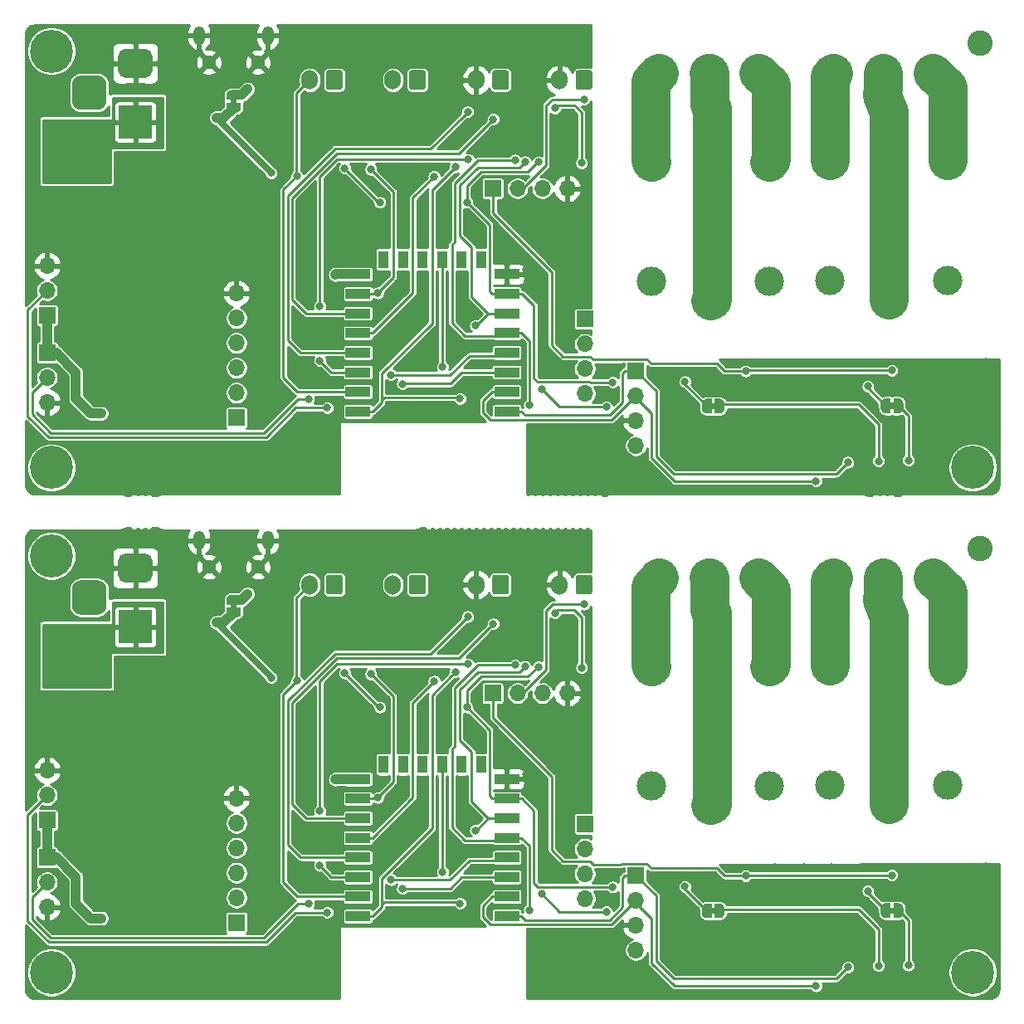
<source format=gbr>
G04 #@! TF.GenerationSoftware,KiCad,Pcbnew,5.1.9-73d0e3b20d~88~ubuntu18.04.1*
G04 #@! TF.CreationDate,2021-04-02T00:43:31+03:00*
G04 #@! TF.ProjectId,electra-100x100mm-2x1-panel,656c6563-7472-4612-9d31-303078313030,1*
G04 #@! TF.SameCoordinates,Original*
G04 #@! TF.FileFunction,Copper,L2,Bot*
G04 #@! TF.FilePolarity,Positive*
%FSLAX46Y46*%
G04 Gerber Fmt 4.6, Leading zero omitted, Abs format (unit mm)*
G04 Created by KiCad (PCBNEW 5.1.9-73d0e3b20d~88~ubuntu18.04.1) date 2021-04-02 00:43:31*
%MOMM*%
%LPD*%
G01*
G04 APERTURE LIST*
G04 #@! TA.AperFunction,EtchedComponent*
%ADD10C,0.100000*%
G04 #@! TD*
G04 #@! TA.AperFunction,ComponentPad*
%ADD11C,4.400000*%
G04 #@! TD*
G04 #@! TA.AperFunction,ComponentPad*
%ADD12C,0.700000*%
G04 #@! TD*
G04 #@! TA.AperFunction,ComponentPad*
%ADD13O,1.700000X2.000000*%
G04 #@! TD*
G04 #@! TA.AperFunction,SMDPad,CuDef*
%ADD14C,0.100000*%
G04 #@! TD*
G04 #@! TA.AperFunction,ComponentPad*
%ADD15C,3.000000*%
G04 #@! TD*
G04 #@! TA.AperFunction,ComponentPad*
%ADD16R,3.000000X3.000000*%
G04 #@! TD*
G04 #@! TA.AperFunction,ComponentPad*
%ADD17R,3.500000X3.500000*%
G04 #@! TD*
G04 #@! TA.AperFunction,ComponentPad*
%ADD18O,1.700000X1.700000*%
G04 #@! TD*
G04 #@! TA.AperFunction,ComponentPad*
%ADD19R,1.700000X1.700000*%
G04 #@! TD*
G04 #@! TA.AperFunction,ComponentPad*
%ADD20O,1.200000X1.900000*%
G04 #@! TD*
G04 #@! TA.AperFunction,ComponentPad*
%ADD21C,1.450000*%
G04 #@! TD*
G04 #@! TA.AperFunction,ComponentPad*
%ADD22C,2.600000*%
G04 #@! TD*
G04 #@! TA.AperFunction,SMDPad,CuDef*
%ADD23R,2.500000X1.000000*%
G04 #@! TD*
G04 #@! TA.AperFunction,SMDPad,CuDef*
%ADD24R,1.000000X1.800000*%
G04 #@! TD*
G04 #@! TA.AperFunction,ViaPad*
%ADD25C,0.800000*%
G04 #@! TD*
G04 #@! TA.AperFunction,Conductor*
%ADD26C,1.000000*%
G04 #@! TD*
G04 #@! TA.AperFunction,Conductor*
%ADD27C,0.250000*%
G04 #@! TD*
G04 #@! TA.AperFunction,Conductor*
%ADD28C,0.700000*%
G04 #@! TD*
G04 #@! TA.AperFunction,Conductor*
%ADD29C,4.000000*%
G04 #@! TD*
G04 #@! TA.AperFunction,Conductor*
%ADD30C,0.254000*%
G04 #@! TD*
G04 #@! TA.AperFunction,Conductor*
%ADD31C,0.100000*%
G04 #@! TD*
G04 APERTURE END LIST*
D10*
G36*
X194076900Y-151560000D02*
G01*
X194576900Y-151560000D01*
X194576900Y-152160000D01*
X194076900Y-152160000D01*
X194076900Y-151560000D01*
G37*
G36*
X126856600Y-121045800D02*
G01*
X126856600Y-120545800D01*
X127456600Y-120545800D01*
X127456600Y-121045800D01*
X126856600Y-121045800D01*
G37*
G36*
X175827000Y-151585400D02*
G01*
X176327000Y-151585400D01*
X176327000Y-152185400D01*
X175827000Y-152185400D01*
X175827000Y-151585400D01*
G37*
G36*
X175827000Y-100085400D02*
G01*
X176327000Y-100085400D01*
X176327000Y-100685400D01*
X175827000Y-100685400D01*
X175827000Y-100085400D01*
G37*
G36*
X194076900Y-100060000D02*
G01*
X194576900Y-100060000D01*
X194576900Y-100660000D01*
X194076900Y-100660000D01*
X194076900Y-100060000D01*
G37*
G36*
X126856600Y-69545800D02*
G01*
X126856600Y-69045800D01*
X127456600Y-69045800D01*
X127456600Y-69545800D01*
X126856600Y-69545800D01*
G37*
D11*
X108566600Y-158167800D03*
D12*
X110216600Y-158167800D03*
X109733326Y-159334526D03*
X108566600Y-159817800D03*
X107399874Y-159334526D03*
X106916600Y-158167800D03*
X107399874Y-157001074D03*
X108566600Y-156517800D03*
X109733326Y-157001074D03*
D13*
X160394400Y-118611400D03*
G04 #@! TA.AperFunction,ComponentPad*
G36*
G01*
X163744400Y-117861400D02*
X163744400Y-119361400D01*
G75*
G02*
X163494400Y-119611400I-250000J0D01*
G01*
X162294400Y-119611400D01*
G75*
G02*
X162044400Y-119361400I0J250000D01*
G01*
X162044400Y-117861400D01*
G75*
G02*
X162294400Y-117611400I250000J0D01*
G01*
X163494400Y-117611400D01*
G75*
G02*
X163744400Y-117861400I0J-250000D01*
G01*
G37*
G04 #@! TD.AperFunction*
G04 #@! TA.AperFunction,SMDPad,CuDef*
D14*
G36*
X194476900Y-151110000D02*
G01*
X194976900Y-151110000D01*
X194976900Y-151110602D01*
X195001434Y-151110602D01*
X195050265Y-151115412D01*
X195098390Y-151124984D01*
X195145345Y-151139228D01*
X195190678Y-151158005D01*
X195233951Y-151181136D01*
X195274750Y-151208396D01*
X195312679Y-151239524D01*
X195347376Y-151274221D01*
X195378504Y-151312150D01*
X195405764Y-151352949D01*
X195428895Y-151396222D01*
X195447672Y-151441555D01*
X195461916Y-151488510D01*
X195471488Y-151536635D01*
X195476298Y-151585466D01*
X195476298Y-151610000D01*
X195476900Y-151610000D01*
X195476900Y-152110000D01*
X195476298Y-152110000D01*
X195476298Y-152134534D01*
X195471488Y-152183365D01*
X195461916Y-152231490D01*
X195447672Y-152278445D01*
X195428895Y-152323778D01*
X195405764Y-152367051D01*
X195378504Y-152407850D01*
X195347376Y-152445779D01*
X195312679Y-152480476D01*
X195274750Y-152511604D01*
X195233951Y-152538864D01*
X195190678Y-152561995D01*
X195145345Y-152580772D01*
X195098390Y-152595016D01*
X195050265Y-152604588D01*
X195001434Y-152609398D01*
X194976900Y-152609398D01*
X194976900Y-152610000D01*
X194476900Y-152610000D01*
X194476900Y-151110000D01*
G37*
G04 #@! TD.AperFunction*
G04 #@! TA.AperFunction,SMDPad,CuDef*
G36*
X193676900Y-152609398D02*
G01*
X193652366Y-152609398D01*
X193603535Y-152604588D01*
X193555410Y-152595016D01*
X193508455Y-152580772D01*
X193463122Y-152561995D01*
X193419849Y-152538864D01*
X193379050Y-152511604D01*
X193341121Y-152480476D01*
X193306424Y-152445779D01*
X193275296Y-152407850D01*
X193248036Y-152367051D01*
X193224905Y-152323778D01*
X193206128Y-152278445D01*
X193191884Y-152231490D01*
X193182312Y-152183365D01*
X193177502Y-152134534D01*
X193177502Y-152110000D01*
X193176900Y-152110000D01*
X193176900Y-151610000D01*
X193177502Y-151610000D01*
X193177502Y-151585466D01*
X193182312Y-151536635D01*
X193191884Y-151488510D01*
X193206128Y-151441555D01*
X193224905Y-151396222D01*
X193248036Y-151352949D01*
X193275296Y-151312150D01*
X193306424Y-151274221D01*
X193341121Y-151239524D01*
X193379050Y-151208396D01*
X193419849Y-151181136D01*
X193463122Y-151158005D01*
X193508455Y-151139228D01*
X193555410Y-151124984D01*
X193603535Y-151115412D01*
X193652366Y-151110602D01*
X193676900Y-151110602D01*
X193676900Y-151110000D01*
X194176900Y-151110000D01*
X194176900Y-152610000D01*
X193676900Y-152610000D01*
X193676900Y-152609398D01*
G37*
G04 #@! TD.AperFunction*
D15*
X198486600Y-117887800D03*
X193406600Y-117887800D03*
D16*
X188326600Y-117887800D03*
G04 #@! TA.AperFunction,ComponentPad*
G36*
G01*
X146751800Y-117861400D02*
X146751800Y-119361400D01*
G75*
G02*
X146501800Y-119611400I-250000J0D01*
G01*
X145301800Y-119611400D01*
G75*
G02*
X145051800Y-119361400I0J250000D01*
G01*
X145051800Y-117861400D01*
G75*
G02*
X145301800Y-117611400I250000J0D01*
G01*
X146501800Y-117611400D01*
G75*
G02*
X146751800Y-117861400I0J-250000D01*
G01*
G37*
G04 #@! TD.AperFunction*
D13*
X143401800Y-118611400D03*
X134918200Y-118611400D03*
G04 #@! TA.AperFunction,ComponentPad*
G36*
G01*
X138268200Y-117861400D02*
X138268200Y-119361400D01*
G75*
G02*
X138018200Y-119611400I-250000J0D01*
G01*
X136818200Y-119611400D01*
G75*
G02*
X136568200Y-119361400I0J250000D01*
G01*
X136568200Y-117861400D01*
G75*
G02*
X136818200Y-117611400I250000J0D01*
G01*
X138018200Y-117611400D01*
G75*
G02*
X138268200Y-117861400I0J-250000D01*
G01*
G37*
G04 #@! TD.AperFunction*
D16*
X170576600Y-117887800D03*
D15*
X175656600Y-117887800D03*
X180736600Y-117887800D03*
G04 #@! TA.AperFunction,ComponentPad*
G36*
G01*
X111541600Y-118167800D02*
X113291600Y-118167800D01*
G75*
G02*
X114166600Y-119042800I0J-875000D01*
G01*
X114166600Y-120792800D01*
G75*
G02*
X113291600Y-121667800I-875000J0D01*
G01*
X111541600Y-121667800D01*
G75*
G02*
X110666600Y-120792800I0J875000D01*
G01*
X110666600Y-119042800D01*
G75*
G02*
X111541600Y-118167800I875000J0D01*
G01*
G37*
G04 #@! TD.AperFunction*
G04 #@! TA.AperFunction,ComponentPad*
G36*
G01*
X116116600Y-115417800D02*
X118116600Y-115417800D01*
G75*
G02*
X118866600Y-116167800I0J-750000D01*
G01*
X118866600Y-117667800D01*
G75*
G02*
X118116600Y-118417800I-750000J0D01*
G01*
X116116600Y-118417800D01*
G75*
G02*
X115366600Y-117667800I0J750000D01*
G01*
X115366600Y-116167800D01*
G75*
G02*
X116116600Y-115417800I750000J0D01*
G01*
G37*
G04 #@! TD.AperFunction*
D17*
X117116600Y-122917800D03*
D18*
X108106600Y-137559800D03*
X108106600Y-140099800D03*
D19*
X108106600Y-142639800D03*
D18*
X127436000Y-140379200D03*
X127436000Y-142919200D03*
X127436000Y-145459200D03*
X127436000Y-147999200D03*
X127436000Y-150539200D03*
D19*
X127436000Y-153079200D03*
G04 #@! TA.AperFunction,SMDPad,CuDef*
D14*
G36*
X126406600Y-120645800D02*
G01*
X126406600Y-120145800D01*
X126407202Y-120145800D01*
X126407202Y-120121266D01*
X126412012Y-120072435D01*
X126421584Y-120024310D01*
X126435828Y-119977355D01*
X126454605Y-119932022D01*
X126477736Y-119888749D01*
X126504996Y-119847950D01*
X126536124Y-119810021D01*
X126570821Y-119775324D01*
X126608750Y-119744196D01*
X126649549Y-119716936D01*
X126692822Y-119693805D01*
X126738155Y-119675028D01*
X126785110Y-119660784D01*
X126833235Y-119651212D01*
X126882066Y-119646402D01*
X126906600Y-119646402D01*
X126906600Y-119645800D01*
X127406600Y-119645800D01*
X127406600Y-119646402D01*
X127431134Y-119646402D01*
X127479965Y-119651212D01*
X127528090Y-119660784D01*
X127575045Y-119675028D01*
X127620378Y-119693805D01*
X127663651Y-119716936D01*
X127704450Y-119744196D01*
X127742379Y-119775324D01*
X127777076Y-119810021D01*
X127808204Y-119847950D01*
X127835464Y-119888749D01*
X127858595Y-119932022D01*
X127877372Y-119977355D01*
X127891616Y-120024310D01*
X127901188Y-120072435D01*
X127905998Y-120121266D01*
X127905998Y-120145800D01*
X127906600Y-120145800D01*
X127906600Y-120645800D01*
X126406600Y-120645800D01*
G37*
G04 #@! TD.AperFunction*
G04 #@! TA.AperFunction,SMDPad,CuDef*
G36*
X127905998Y-121445800D02*
G01*
X127905998Y-121470334D01*
X127901188Y-121519165D01*
X127891616Y-121567290D01*
X127877372Y-121614245D01*
X127858595Y-121659578D01*
X127835464Y-121702851D01*
X127808204Y-121743650D01*
X127777076Y-121781579D01*
X127742379Y-121816276D01*
X127704450Y-121847404D01*
X127663651Y-121874664D01*
X127620378Y-121897795D01*
X127575045Y-121916572D01*
X127528090Y-121930816D01*
X127479965Y-121940388D01*
X127431134Y-121945198D01*
X127406600Y-121945198D01*
X127406600Y-121945800D01*
X126906600Y-121945800D01*
X126906600Y-121945198D01*
X126882066Y-121945198D01*
X126833235Y-121940388D01*
X126785110Y-121930816D01*
X126738155Y-121916572D01*
X126692822Y-121897795D01*
X126649549Y-121874664D01*
X126608750Y-121847404D01*
X126570821Y-121816276D01*
X126536124Y-121781579D01*
X126504996Y-121743650D01*
X126477736Y-121702851D01*
X126454605Y-121659578D01*
X126435828Y-121614245D01*
X126421584Y-121567290D01*
X126412012Y-121519165D01*
X126407202Y-121470334D01*
X126407202Y-121445800D01*
X126406600Y-121445800D01*
X126406600Y-120945800D01*
X127906600Y-120945800D01*
X127906600Y-121445800D01*
X127905998Y-121445800D01*
G37*
G04 #@! TD.AperFunction*
D19*
X108106600Y-146449800D03*
D18*
X108106600Y-148989800D03*
X108106600Y-151529800D03*
D20*
X123626600Y-114097800D03*
X130626600Y-114097800D03*
D21*
X124626600Y-116797800D03*
X129626600Y-116797800D03*
D18*
X161192600Y-129685800D03*
X158652600Y-129685800D03*
X156112600Y-129685800D03*
D19*
X153572600Y-129685800D03*
D15*
X199966600Y-139037800D03*
X199966600Y-126837800D03*
X187966600Y-126837800D03*
X187966600Y-139037800D03*
X193966600Y-141037800D03*
D22*
X203331200Y-114903000D03*
G04 #@! TA.AperFunction,SMDPad,CuDef*
D14*
G36*
X176227000Y-151135400D02*
G01*
X176727000Y-151135400D01*
X176727000Y-151136002D01*
X176751534Y-151136002D01*
X176800365Y-151140812D01*
X176848490Y-151150384D01*
X176895445Y-151164628D01*
X176940778Y-151183405D01*
X176984051Y-151206536D01*
X177024850Y-151233796D01*
X177062779Y-151264924D01*
X177097476Y-151299621D01*
X177128604Y-151337550D01*
X177155864Y-151378349D01*
X177178995Y-151421622D01*
X177197772Y-151466955D01*
X177212016Y-151513910D01*
X177221588Y-151562035D01*
X177226398Y-151610866D01*
X177226398Y-151635400D01*
X177227000Y-151635400D01*
X177227000Y-152135400D01*
X177226398Y-152135400D01*
X177226398Y-152159934D01*
X177221588Y-152208765D01*
X177212016Y-152256890D01*
X177197772Y-152303845D01*
X177178995Y-152349178D01*
X177155864Y-152392451D01*
X177128604Y-152433250D01*
X177097476Y-152471179D01*
X177062779Y-152505876D01*
X177024850Y-152537004D01*
X176984051Y-152564264D01*
X176940778Y-152587395D01*
X176895445Y-152606172D01*
X176848490Y-152620416D01*
X176800365Y-152629988D01*
X176751534Y-152634798D01*
X176727000Y-152634798D01*
X176727000Y-152635400D01*
X176227000Y-152635400D01*
X176227000Y-151135400D01*
G37*
G04 #@! TD.AperFunction*
G04 #@! TA.AperFunction,SMDPad,CuDef*
G36*
X175427000Y-152634798D02*
G01*
X175402466Y-152634798D01*
X175353635Y-152629988D01*
X175305510Y-152620416D01*
X175258555Y-152606172D01*
X175213222Y-152587395D01*
X175169949Y-152564264D01*
X175129150Y-152537004D01*
X175091221Y-152505876D01*
X175056524Y-152471179D01*
X175025396Y-152433250D01*
X174998136Y-152392451D01*
X174975005Y-152349178D01*
X174956228Y-152303845D01*
X174941984Y-152256890D01*
X174932412Y-152208765D01*
X174927602Y-152159934D01*
X174927602Y-152135400D01*
X174927000Y-152135400D01*
X174927000Y-151635400D01*
X174927602Y-151635400D01*
X174927602Y-151610866D01*
X174932412Y-151562035D01*
X174941984Y-151513910D01*
X174956228Y-151466955D01*
X174975005Y-151421622D01*
X174998136Y-151378349D01*
X175025396Y-151337550D01*
X175056524Y-151299621D01*
X175091221Y-151264924D01*
X175129150Y-151233796D01*
X175169949Y-151206536D01*
X175213222Y-151183405D01*
X175258555Y-151164628D01*
X175305510Y-151150384D01*
X175353635Y-151140812D01*
X175402466Y-151136002D01*
X175427000Y-151136002D01*
X175427000Y-151135400D01*
X175927000Y-151135400D01*
X175927000Y-152635400D01*
X175427000Y-152635400D01*
X175427000Y-152634798D01*
G37*
G04 #@! TD.AperFunction*
D12*
X109733326Y-114501074D03*
X108566600Y-114017800D03*
X107399874Y-114501074D03*
X106916600Y-115667800D03*
X107399874Y-116834526D03*
X108566600Y-117317800D03*
X109733326Y-116834526D03*
X110216600Y-115667800D03*
D11*
X108566600Y-115667800D03*
D19*
X162983300Y-143008100D03*
D18*
X162983300Y-145548100D03*
X162983300Y-148088100D03*
X162983300Y-150628100D03*
X168203000Y-155898600D03*
X168203000Y-153358600D03*
X168203000Y-150818600D03*
D19*
X168203000Y-148278600D03*
D15*
X175796600Y-141127800D03*
X169796600Y-139127800D03*
X169796600Y-126927800D03*
X181796600Y-126927800D03*
X181796600Y-139127800D03*
D12*
X203733326Y-157001074D03*
X202566600Y-156517800D03*
X201399874Y-157001074D03*
X200916600Y-158167800D03*
X201399874Y-159334526D03*
X202566600Y-159817800D03*
X203733326Y-159334526D03*
X204216600Y-158167800D03*
D11*
X202566600Y-158167800D03*
D23*
X155025800Y-152439000D03*
X155025800Y-150439000D03*
X155025800Y-148439000D03*
X155025800Y-146439000D03*
X155025800Y-144439000D03*
X155025800Y-142439000D03*
X155025800Y-140439000D03*
X155025800Y-138439000D03*
D24*
X152425800Y-136939000D03*
X150425800Y-136939000D03*
X148425800Y-136939000D03*
X146425800Y-136939000D03*
X144425800Y-136939000D03*
X142425800Y-136939000D03*
D23*
X139825800Y-138439000D03*
X139825800Y-140439000D03*
X139825800Y-142439000D03*
X139825800Y-144439000D03*
X139825800Y-146439000D03*
X139825800Y-148439000D03*
X139825800Y-150439000D03*
X139825800Y-152439000D03*
G04 #@! TA.AperFunction,ComponentPad*
G36*
G01*
X155235400Y-117861400D02*
X155235400Y-119361400D01*
G75*
G02*
X154985400Y-119611400I-250000J0D01*
G01*
X153785400Y-119611400D01*
G75*
G02*
X153535400Y-119361400I0J250000D01*
G01*
X153535400Y-117861400D01*
G75*
G02*
X153785400Y-117611400I250000J0D01*
G01*
X154985400Y-117611400D01*
G75*
G02*
X155235400Y-117861400I0J-250000D01*
G01*
G37*
G04 #@! TD.AperFunction*
D13*
X151885400Y-118611400D03*
D22*
X203331200Y-63403000D03*
D18*
X162983300Y-99128100D03*
X162983300Y-96588100D03*
X162983300Y-94048100D03*
D19*
X162983300Y-91508100D03*
D11*
X108566600Y-64167800D03*
D12*
X110216600Y-64167800D03*
X109733326Y-65334526D03*
X108566600Y-65817800D03*
X107399874Y-65334526D03*
X106916600Y-64167800D03*
X107399874Y-63001074D03*
X108566600Y-62517800D03*
X109733326Y-63001074D03*
X109733326Y-105501074D03*
X108566600Y-105017800D03*
X107399874Y-105501074D03*
X106916600Y-106667800D03*
X107399874Y-107834526D03*
X108566600Y-108317800D03*
X109733326Y-107834526D03*
X110216600Y-106667800D03*
D11*
X108566600Y-106667800D03*
X202566600Y-106667800D03*
D12*
X204216600Y-106667800D03*
X203733326Y-107834526D03*
X202566600Y-108317800D03*
X201399874Y-107834526D03*
X200916600Y-106667800D03*
X201399874Y-105501074D03*
X202566600Y-105017800D03*
X203733326Y-105501074D03*
D15*
X180736600Y-66387800D03*
X175656600Y-66387800D03*
D16*
X170576600Y-66387800D03*
G04 #@! TA.AperFunction,ComponentPad*
G36*
G01*
X163744400Y-66361400D02*
X163744400Y-67861400D01*
G75*
G02*
X163494400Y-68111400I-250000J0D01*
G01*
X162294400Y-68111400D01*
G75*
G02*
X162044400Y-67861400I0J250000D01*
G01*
X162044400Y-66361400D01*
G75*
G02*
X162294400Y-66111400I250000J0D01*
G01*
X163494400Y-66111400D01*
G75*
G02*
X163744400Y-66361400I0J-250000D01*
G01*
G37*
G04 #@! TD.AperFunction*
D13*
X160394400Y-67111400D03*
X151885400Y-67111400D03*
G04 #@! TA.AperFunction,ComponentPad*
G36*
G01*
X155235400Y-66361400D02*
X155235400Y-67861400D01*
G75*
G02*
X154985400Y-68111400I-250000J0D01*
G01*
X153785400Y-68111400D01*
G75*
G02*
X153535400Y-67861400I0J250000D01*
G01*
X153535400Y-66361400D01*
G75*
G02*
X153785400Y-66111400I250000J0D01*
G01*
X154985400Y-66111400D01*
G75*
G02*
X155235400Y-66361400I0J-250000D01*
G01*
G37*
G04 #@! TD.AperFunction*
X143401800Y-67111400D03*
G04 #@! TA.AperFunction,ComponentPad*
G36*
G01*
X146751800Y-66361400D02*
X146751800Y-67861400D01*
G75*
G02*
X146501800Y-68111400I-250000J0D01*
G01*
X145301800Y-68111400D01*
G75*
G02*
X145051800Y-67861400I0J250000D01*
G01*
X145051800Y-66361400D01*
G75*
G02*
X145301800Y-66111400I250000J0D01*
G01*
X146501800Y-66111400D01*
G75*
G02*
X146751800Y-66361400I0J-250000D01*
G01*
G37*
G04 #@! TD.AperFunction*
G04 #@! TA.AperFunction,ComponentPad*
G36*
G01*
X138268200Y-66361400D02*
X138268200Y-67861400D01*
G75*
G02*
X138018200Y-68111400I-250000J0D01*
G01*
X136818200Y-68111400D01*
G75*
G02*
X136568200Y-67861400I0J250000D01*
G01*
X136568200Y-66361400D01*
G75*
G02*
X136818200Y-66111400I250000J0D01*
G01*
X138018200Y-66111400D01*
G75*
G02*
X138268200Y-66361400I0J-250000D01*
G01*
G37*
G04 #@! TD.AperFunction*
X134918200Y-67111400D03*
D19*
X153572600Y-78185800D03*
D18*
X156112600Y-78185800D03*
X158652600Y-78185800D03*
X161192600Y-78185800D03*
D16*
X188326600Y-66387800D03*
D15*
X193406600Y-66387800D03*
X198486600Y-66387800D03*
G04 #@! TA.AperFunction,SMDPad,CuDef*
D14*
G36*
X175427000Y-101134798D02*
G01*
X175402466Y-101134798D01*
X175353635Y-101129988D01*
X175305510Y-101120416D01*
X175258555Y-101106172D01*
X175213222Y-101087395D01*
X175169949Y-101064264D01*
X175129150Y-101037004D01*
X175091221Y-101005876D01*
X175056524Y-100971179D01*
X175025396Y-100933250D01*
X174998136Y-100892451D01*
X174975005Y-100849178D01*
X174956228Y-100803845D01*
X174941984Y-100756890D01*
X174932412Y-100708765D01*
X174927602Y-100659934D01*
X174927602Y-100635400D01*
X174927000Y-100635400D01*
X174927000Y-100135400D01*
X174927602Y-100135400D01*
X174927602Y-100110866D01*
X174932412Y-100062035D01*
X174941984Y-100013910D01*
X174956228Y-99966955D01*
X174975005Y-99921622D01*
X174998136Y-99878349D01*
X175025396Y-99837550D01*
X175056524Y-99799621D01*
X175091221Y-99764924D01*
X175129150Y-99733796D01*
X175169949Y-99706536D01*
X175213222Y-99683405D01*
X175258555Y-99664628D01*
X175305510Y-99650384D01*
X175353635Y-99640812D01*
X175402466Y-99636002D01*
X175427000Y-99636002D01*
X175427000Y-99635400D01*
X175927000Y-99635400D01*
X175927000Y-101135400D01*
X175427000Y-101135400D01*
X175427000Y-101134798D01*
G37*
G04 #@! TD.AperFunction*
G04 #@! TA.AperFunction,SMDPad,CuDef*
G36*
X176227000Y-99635400D02*
G01*
X176727000Y-99635400D01*
X176727000Y-99636002D01*
X176751534Y-99636002D01*
X176800365Y-99640812D01*
X176848490Y-99650384D01*
X176895445Y-99664628D01*
X176940778Y-99683405D01*
X176984051Y-99706536D01*
X177024850Y-99733796D01*
X177062779Y-99764924D01*
X177097476Y-99799621D01*
X177128604Y-99837550D01*
X177155864Y-99878349D01*
X177178995Y-99921622D01*
X177197772Y-99966955D01*
X177212016Y-100013910D01*
X177221588Y-100062035D01*
X177226398Y-100110866D01*
X177226398Y-100135400D01*
X177227000Y-100135400D01*
X177227000Y-100635400D01*
X177226398Y-100635400D01*
X177226398Y-100659934D01*
X177221588Y-100708765D01*
X177212016Y-100756890D01*
X177197772Y-100803845D01*
X177178995Y-100849178D01*
X177155864Y-100892451D01*
X177128604Y-100933250D01*
X177097476Y-100971179D01*
X177062779Y-101005876D01*
X177024850Y-101037004D01*
X176984051Y-101064264D01*
X176940778Y-101087395D01*
X176895445Y-101106172D01*
X176848490Y-101120416D01*
X176800365Y-101129988D01*
X176751534Y-101134798D01*
X176727000Y-101134798D01*
X176727000Y-101135400D01*
X176227000Y-101135400D01*
X176227000Y-99635400D01*
G37*
G04 #@! TD.AperFunction*
G04 #@! TA.AperFunction,SMDPad,CuDef*
G36*
X193676900Y-101109398D02*
G01*
X193652366Y-101109398D01*
X193603535Y-101104588D01*
X193555410Y-101095016D01*
X193508455Y-101080772D01*
X193463122Y-101061995D01*
X193419849Y-101038864D01*
X193379050Y-101011604D01*
X193341121Y-100980476D01*
X193306424Y-100945779D01*
X193275296Y-100907850D01*
X193248036Y-100867051D01*
X193224905Y-100823778D01*
X193206128Y-100778445D01*
X193191884Y-100731490D01*
X193182312Y-100683365D01*
X193177502Y-100634534D01*
X193177502Y-100610000D01*
X193176900Y-100610000D01*
X193176900Y-100110000D01*
X193177502Y-100110000D01*
X193177502Y-100085466D01*
X193182312Y-100036635D01*
X193191884Y-99988510D01*
X193206128Y-99941555D01*
X193224905Y-99896222D01*
X193248036Y-99852949D01*
X193275296Y-99812150D01*
X193306424Y-99774221D01*
X193341121Y-99739524D01*
X193379050Y-99708396D01*
X193419849Y-99681136D01*
X193463122Y-99658005D01*
X193508455Y-99639228D01*
X193555410Y-99624984D01*
X193603535Y-99615412D01*
X193652366Y-99610602D01*
X193676900Y-99610602D01*
X193676900Y-99610000D01*
X194176900Y-99610000D01*
X194176900Y-101110000D01*
X193676900Y-101110000D01*
X193676900Y-101109398D01*
G37*
G04 #@! TD.AperFunction*
G04 #@! TA.AperFunction,SMDPad,CuDef*
G36*
X194476900Y-99610000D02*
G01*
X194976900Y-99610000D01*
X194976900Y-99610602D01*
X195001434Y-99610602D01*
X195050265Y-99615412D01*
X195098390Y-99624984D01*
X195145345Y-99639228D01*
X195190678Y-99658005D01*
X195233951Y-99681136D01*
X195274750Y-99708396D01*
X195312679Y-99739524D01*
X195347376Y-99774221D01*
X195378504Y-99812150D01*
X195405764Y-99852949D01*
X195428895Y-99896222D01*
X195447672Y-99941555D01*
X195461916Y-99988510D01*
X195471488Y-100036635D01*
X195476298Y-100085466D01*
X195476298Y-100110000D01*
X195476900Y-100110000D01*
X195476900Y-100610000D01*
X195476298Y-100610000D01*
X195476298Y-100634534D01*
X195471488Y-100683365D01*
X195461916Y-100731490D01*
X195447672Y-100778445D01*
X195428895Y-100823778D01*
X195405764Y-100867051D01*
X195378504Y-100907850D01*
X195347376Y-100945779D01*
X195312679Y-100980476D01*
X195274750Y-101011604D01*
X195233951Y-101038864D01*
X195190678Y-101061995D01*
X195145345Y-101080772D01*
X195098390Y-101095016D01*
X195050265Y-101104588D01*
X195001434Y-101109398D01*
X194976900Y-101109398D01*
X194976900Y-101110000D01*
X194476900Y-101110000D01*
X194476900Y-99610000D01*
G37*
G04 #@! TD.AperFunction*
D15*
X181796600Y-87627800D03*
X181796600Y-75427800D03*
X169796600Y-75427800D03*
X169796600Y-87627800D03*
X175796600Y-89627800D03*
X193966600Y-89537800D03*
X187966600Y-87537800D03*
X187966600Y-75337800D03*
X199966600Y-75337800D03*
X199966600Y-87537800D03*
D23*
X139825800Y-100939000D03*
X139825800Y-98939000D03*
X139825800Y-96939000D03*
X139825800Y-94939000D03*
X139825800Y-92939000D03*
X139825800Y-90939000D03*
X139825800Y-88939000D03*
X139825800Y-86939000D03*
D24*
X142425800Y-85439000D03*
X144425800Y-85439000D03*
X146425800Y-85439000D03*
X148425800Y-85439000D03*
X150425800Y-85439000D03*
X152425800Y-85439000D03*
D23*
X155025800Y-86939000D03*
X155025800Y-88939000D03*
X155025800Y-90939000D03*
X155025800Y-92939000D03*
X155025800Y-94939000D03*
X155025800Y-96939000D03*
X155025800Y-98939000D03*
X155025800Y-100939000D03*
D19*
X108106600Y-91139800D03*
D18*
X108106600Y-88599800D03*
X108106600Y-86059800D03*
D19*
X127436000Y-101579200D03*
D18*
X127436000Y-99039200D03*
X127436000Y-96499200D03*
X127436000Y-93959200D03*
X127436000Y-91419200D03*
X127436000Y-88879200D03*
X108106600Y-100029800D03*
X108106600Y-97489800D03*
D19*
X108106600Y-94949800D03*
X168203000Y-96778600D03*
D18*
X168203000Y-99318600D03*
X168203000Y-101858600D03*
X168203000Y-104398600D03*
D21*
X129626600Y-65297800D03*
X124626600Y-65297800D03*
D20*
X130626600Y-62597800D03*
X123626600Y-62597800D03*
D17*
X117116600Y-71417800D03*
G04 #@! TA.AperFunction,ComponentPad*
G36*
G01*
X116116600Y-63917800D02*
X118116600Y-63917800D01*
G75*
G02*
X118866600Y-64667800I0J-750000D01*
G01*
X118866600Y-66167800D01*
G75*
G02*
X118116600Y-66917800I-750000J0D01*
G01*
X116116600Y-66917800D01*
G75*
G02*
X115366600Y-66167800I0J750000D01*
G01*
X115366600Y-64667800D01*
G75*
G02*
X116116600Y-63917800I750000J0D01*
G01*
G37*
G04 #@! TD.AperFunction*
G04 #@! TA.AperFunction,ComponentPad*
G36*
G01*
X111541600Y-66667800D02*
X113291600Y-66667800D01*
G75*
G02*
X114166600Y-67542800I0J-875000D01*
G01*
X114166600Y-69292800D01*
G75*
G02*
X113291600Y-70167800I-875000J0D01*
G01*
X111541600Y-70167800D01*
G75*
G02*
X110666600Y-69292800I0J875000D01*
G01*
X110666600Y-67542800D01*
G75*
G02*
X111541600Y-66667800I875000J0D01*
G01*
G37*
G04 #@! TD.AperFunction*
G04 #@! TA.AperFunction,SMDPad,CuDef*
D14*
G36*
X127905998Y-69945800D02*
G01*
X127905998Y-69970334D01*
X127901188Y-70019165D01*
X127891616Y-70067290D01*
X127877372Y-70114245D01*
X127858595Y-70159578D01*
X127835464Y-70202851D01*
X127808204Y-70243650D01*
X127777076Y-70281579D01*
X127742379Y-70316276D01*
X127704450Y-70347404D01*
X127663651Y-70374664D01*
X127620378Y-70397795D01*
X127575045Y-70416572D01*
X127528090Y-70430816D01*
X127479965Y-70440388D01*
X127431134Y-70445198D01*
X127406600Y-70445198D01*
X127406600Y-70445800D01*
X126906600Y-70445800D01*
X126906600Y-70445198D01*
X126882066Y-70445198D01*
X126833235Y-70440388D01*
X126785110Y-70430816D01*
X126738155Y-70416572D01*
X126692822Y-70397795D01*
X126649549Y-70374664D01*
X126608750Y-70347404D01*
X126570821Y-70316276D01*
X126536124Y-70281579D01*
X126504996Y-70243650D01*
X126477736Y-70202851D01*
X126454605Y-70159578D01*
X126435828Y-70114245D01*
X126421584Y-70067290D01*
X126412012Y-70019165D01*
X126407202Y-69970334D01*
X126407202Y-69945800D01*
X126406600Y-69945800D01*
X126406600Y-69445800D01*
X127906600Y-69445800D01*
X127906600Y-69945800D01*
X127905998Y-69945800D01*
G37*
G04 #@! TD.AperFunction*
G04 #@! TA.AperFunction,SMDPad,CuDef*
G36*
X126406600Y-69145800D02*
G01*
X126406600Y-68645800D01*
X126407202Y-68645800D01*
X126407202Y-68621266D01*
X126412012Y-68572435D01*
X126421584Y-68524310D01*
X126435828Y-68477355D01*
X126454605Y-68432022D01*
X126477736Y-68388749D01*
X126504996Y-68347950D01*
X126536124Y-68310021D01*
X126570821Y-68275324D01*
X126608750Y-68244196D01*
X126649549Y-68216936D01*
X126692822Y-68193805D01*
X126738155Y-68175028D01*
X126785110Y-68160784D01*
X126833235Y-68151212D01*
X126882066Y-68146402D01*
X126906600Y-68146402D01*
X126906600Y-68145800D01*
X127406600Y-68145800D01*
X127406600Y-68146402D01*
X127431134Y-68146402D01*
X127479965Y-68151212D01*
X127528090Y-68160784D01*
X127575045Y-68175028D01*
X127620378Y-68193805D01*
X127663651Y-68216936D01*
X127704450Y-68244196D01*
X127742379Y-68275324D01*
X127777076Y-68310021D01*
X127808204Y-68347950D01*
X127835464Y-68388749D01*
X127858595Y-68432022D01*
X127877372Y-68477355D01*
X127891616Y-68524310D01*
X127901188Y-68572435D01*
X127905998Y-68621266D01*
X127905998Y-68645800D01*
X127906600Y-68645800D01*
X127906600Y-69145800D01*
X126406600Y-69145800D01*
G37*
G04 #@! TD.AperFunction*
D25*
X123422800Y-84942200D03*
X123727600Y-89387200D03*
X113339000Y-90276200D03*
X117479200Y-90301600D03*
X113364400Y-92308200D03*
X117555400Y-92359000D03*
X113364400Y-97693000D03*
X113313600Y-99826600D03*
X122229000Y-104411300D03*
X125797700Y-104538300D03*
X123524400Y-105414600D03*
X124616600Y-105389200D03*
X117301400Y-75925200D03*
X120247800Y-75823600D03*
X120273200Y-76661800D03*
X120273200Y-77500000D03*
X120273200Y-78338200D03*
X120273200Y-79227200D03*
X117326800Y-76788800D03*
X117326800Y-77703200D03*
X117352200Y-78592200D03*
X117352200Y-79481200D03*
X118825400Y-79709800D03*
X118850800Y-74960000D03*
X129569600Y-78643000D03*
X130433200Y-78693800D03*
X131296800Y-78719200D03*
X131322200Y-81259200D03*
X130458600Y-81360800D03*
X129544200Y-81437000D03*
X128629800Y-81437000D03*
X128629800Y-80471800D03*
X128629800Y-79557400D03*
X128655200Y-78617600D03*
X134294000Y-80294000D03*
X129620400Y-70921400D03*
X130585600Y-70896000D03*
X131474600Y-70896000D03*
X132312800Y-70896000D03*
X128731400Y-70972200D03*
X128604400Y-71861200D03*
X128579000Y-72750200D03*
X129518800Y-73766200D03*
X130407800Y-73766200D03*
X131271400Y-73740800D03*
X132185800Y-73740800D03*
X122762400Y-81818000D03*
X123448200Y-82757800D03*
X122737000Y-83824600D03*
X122838600Y-85996300D03*
X123524400Y-87177400D03*
X123473600Y-88193400D03*
X132465200Y-62488600D03*
X134598800Y-62488600D03*
X136910200Y-62488600D03*
X139501000Y-62488600D03*
X142244200Y-62488600D03*
X144555600Y-62488600D03*
X141304400Y-70540400D03*
X143133200Y-71429400D03*
X144530200Y-71429400D03*
X143361800Y-73182000D03*
X144504800Y-73156600D03*
X134548000Y-70896000D03*
X152404200Y-70642000D03*
X149597500Y-70515000D03*
X137951600Y-70515000D03*
X137189600Y-79773300D03*
X138383400Y-79773300D03*
X139526400Y-79747900D03*
X137189600Y-77436500D03*
X141240900Y-80675000D03*
X142701400Y-80560700D03*
X144365100Y-80446400D03*
X146371700Y-80382900D03*
X148467200Y-80306700D03*
X148556100Y-81678300D03*
X146371700Y-81703700D03*
X144454000Y-81729100D03*
X142434700Y-81868800D03*
X141444100Y-81906900D03*
X134916300Y-81576700D03*
X134052700Y-82516500D03*
X134840100Y-83596000D03*
X137100700Y-85196200D03*
X130090300Y-88904600D03*
X131195200Y-88803000D03*
X130090300Y-90098400D03*
X131258700Y-89958700D03*
X137176900Y-89399900D03*
X137608700Y-93121000D03*
X136961000Y-94098900D03*
X134903600Y-92016100D03*
X134852800Y-93527400D03*
X130064900Y-92828900D03*
X131398400Y-92752700D03*
X130128400Y-94238600D03*
X131398400Y-94264000D03*
X130179200Y-95407000D03*
X131423800Y-95432400D03*
X133189100Y-96029300D03*
X134649600Y-96029300D03*
X129506100Y-98950300D03*
X130776100Y-98950300D03*
X132109600Y-98950300D03*
X129506100Y-100474300D03*
X130712600Y-100220300D03*
X129506100Y-101934800D03*
X130585600Y-101426800D03*
X123689500Y-95191100D03*
X123689500Y-96461100D03*
X123689500Y-97642200D03*
X123689500Y-98810600D03*
X121911500Y-96778600D03*
X121911500Y-97997800D03*
X119790600Y-95076800D03*
X123829200Y-76153800D03*
X121314600Y-73804300D03*
X122927500Y-68241700D03*
X122889400Y-69613300D03*
X124108600Y-68190900D03*
X124159400Y-69613300D03*
X122864000Y-71010300D03*
X132490600Y-76217300D03*
X160240100Y-75772800D03*
X185259100Y-98099400D03*
X187037100Y-98074000D03*
X188675400Y-98061300D03*
X190466100Y-98061300D03*
X187037100Y-101401400D03*
X190656600Y-101426800D03*
X198771900Y-100448900D03*
X201477000Y-100347300D03*
X197260600Y-101807800D03*
X200245100Y-101934800D03*
X198975100Y-106125800D03*
X200816600Y-103903300D03*
X203864600Y-100918800D03*
X204499600Y-97934300D03*
X203864600Y-95889600D03*
X200562600Y-96029300D03*
X188116600Y-95965800D03*
X185322600Y-95965800D03*
X182401600Y-95965800D03*
X172267000Y-98340700D03*
X178845600Y-104982800D03*
X177702600Y-103395300D03*
X179798100Y-103331800D03*
X175340400Y-104424000D03*
X171505000Y-101617300D03*
X171289100Y-105046300D03*
X175022900Y-106240100D03*
X179836200Y-108856300D03*
X174946700Y-108945200D03*
X181322100Y-104982800D03*
X183544600Y-108919800D03*
X183036600Y-101452200D03*
X181322100Y-101680800D03*
X154842600Y-80217800D03*
X157128600Y-80217800D03*
X159795600Y-80281300D03*
X154156800Y-83227700D03*
X154156800Y-85488300D03*
X155249000Y-85488300D03*
X156341200Y-85412100D03*
X157027000Y-86491600D03*
X157128600Y-87596500D03*
X157560400Y-88752200D03*
X142942700Y-94149700D03*
X146435200Y-91457300D03*
X142002900Y-90669900D03*
X143107800Y-89755500D03*
X144352400Y-87583800D03*
X146359000Y-87558400D03*
X150461100Y-87609200D03*
X150435700Y-90212700D03*
X151705700Y-90669900D03*
X144619100Y-95940400D03*
X147629000Y-93286100D03*
X146460600Y-95749900D03*
X149762600Y-95343500D03*
X150702400Y-94479900D03*
X152048600Y-94314800D03*
X158589100Y-93184500D03*
X151248500Y-81729100D03*
X152353400Y-82313300D03*
X151654900Y-83024500D03*
X148518000Y-82859400D03*
X146384400Y-83240400D03*
X144403200Y-83291200D03*
X141888600Y-83405500D03*
X143857100Y-91927200D03*
X150511900Y-98302600D03*
X153001100Y-98188300D03*
X148403700Y-101376000D03*
X151477100Y-101452200D03*
X144631800Y-101337900D03*
X135094100Y-101871300D03*
X136999100Y-101871300D03*
X137062600Y-104157300D03*
X135094100Y-104157300D03*
X132808100Y-104157300D03*
X130585600Y-106379800D03*
X128490100Y-106379800D03*
X125950100Y-106316300D03*
X121695600Y-106062300D03*
X157128600Y-82694300D03*
X159795600Y-82694300D03*
X161065600Y-84662800D03*
X162335600Y-86123300D03*
X165599500Y-105770200D03*
X165624900Y-102671400D03*
X165396300Y-108818200D03*
X167644200Y-108767400D03*
X169930200Y-108767400D03*
X159452700Y-95521300D03*
X162602300Y-102734900D03*
X165459800Y-96613500D03*
X165536000Y-99191600D03*
X170463600Y-96791300D03*
X161065600Y-87583800D03*
X158106500Y-86529700D03*
X155109300Y-84053200D03*
X162272100Y-83075300D03*
X134370200Y-64355500D03*
X138231000Y-64215800D03*
X145952600Y-65231800D03*
X151286600Y-65231800D03*
X154842600Y-65231800D03*
X149000600Y-65231800D03*
X132490600Y-65485800D03*
X135538600Y-65231800D03*
X119663600Y-92346300D03*
X119663600Y-90250800D03*
X113377100Y-94314800D03*
X119854100Y-97108800D03*
X119854100Y-99140800D03*
X118203100Y-95076800D03*
X128172600Y-84091300D03*
X129252100Y-84027800D03*
X130268100Y-83964300D03*
X131347600Y-83964300D03*
X134014600Y-84662800D03*
X135030600Y-85551800D03*
X134776600Y-89171300D03*
X137189600Y-88282300D03*
X129569600Y-85551800D03*
X130776100Y-85424800D03*
X131919100Y-100093300D03*
X159414600Y-84789800D03*
X162335600Y-88917300D03*
X161383100Y-105554300D03*
X158589100Y-102696800D03*
X158017600Y-105427300D03*
X160621100Y-108284800D03*
X158081100Y-108094300D03*
X158144600Y-70565800D03*
X161510100Y-65485800D03*
X158525600Y-67454300D03*
X158589100Y-68787800D03*
X161065600Y-70565800D03*
X156430100Y-68914800D03*
X156366600Y-66438300D03*
X129506100Y-150450300D03*
X144352400Y-139083800D03*
X122889400Y-121113300D03*
X158081100Y-159594300D03*
X121911500Y-148278600D03*
X156874600Y-116731800D03*
X170463600Y-148291300D03*
X185259100Y-149599400D03*
X119790600Y-146576800D03*
X146359000Y-139058400D03*
X188675400Y-149561300D03*
X137189600Y-131273300D03*
X151654900Y-134524500D03*
X128629800Y-132937000D03*
X157027000Y-137991600D03*
X163923100Y-159657800D03*
X146371700Y-131882900D03*
X144365100Y-131946400D03*
X134916300Y-133076700D03*
X113364400Y-149193000D03*
X162335600Y-137623300D03*
X183036600Y-152952200D03*
X128629800Y-131971800D03*
X190466100Y-149561300D03*
X123829200Y-127653800D03*
X143361800Y-124682000D03*
X155249000Y-136988300D03*
X181322100Y-156482800D03*
X134598800Y-113988600D03*
X143857100Y-143427200D03*
X142244200Y-113988600D03*
X134014600Y-136162800D03*
X141240900Y-132175000D03*
X129506100Y-151974300D03*
X119663600Y-141750800D03*
X131398400Y-144252700D03*
X135094100Y-155657300D03*
X162335600Y-140417300D03*
X120273200Y-128161800D03*
X137062600Y-155657300D03*
X113377100Y-145814800D03*
X142701400Y-132060700D03*
X175340400Y-155924000D03*
X190656600Y-152926800D03*
X157560400Y-140252200D03*
X135030600Y-137051800D03*
X130128400Y-145738600D03*
X148518000Y-134359400D03*
X139526400Y-131247900D03*
X167644200Y-160267400D03*
X146384400Y-134740400D03*
X158017600Y-156927300D03*
X137189600Y-128936500D03*
X144619100Y-147440400D03*
X144504800Y-124656600D03*
X159452700Y-147021300D03*
X178845600Y-156482800D03*
X129569600Y-137051800D03*
X131258700Y-141458700D03*
X142942700Y-145649700D03*
X120273200Y-130727200D03*
X144631800Y-152837900D03*
X154156800Y-136988300D03*
X172267000Y-149840700D03*
X144530200Y-122929400D03*
X152404200Y-122142000D03*
X165624900Y-154171400D03*
X121314600Y-125304300D03*
X130712600Y-151720300D03*
X121911500Y-149497800D03*
X130776100Y-150450300D03*
X200562600Y-147529300D03*
X154842600Y-131717800D03*
X123524400Y-156914600D03*
X137100700Y-136696200D03*
X161383100Y-157054300D03*
X143133200Y-122929400D03*
X117479200Y-141801600D03*
X132185800Y-125240800D03*
X146460600Y-147249900D03*
X171289100Y-156546300D03*
X185322600Y-147465800D03*
X197260600Y-153307800D03*
X141888600Y-134905500D03*
X117326800Y-128288800D03*
X198771900Y-151948900D03*
X159795600Y-131781300D03*
X123524400Y-138677400D03*
X153001100Y-149688300D03*
X133189100Y-147529300D03*
X136999100Y-153371300D03*
X130585600Y-152926800D03*
X120273200Y-129838200D03*
X129620400Y-122421400D03*
X128731400Y-122472200D03*
X130776100Y-136924800D03*
X119663600Y-143846300D03*
X165599500Y-157270200D03*
X134294000Y-131794000D03*
X131474600Y-122396000D03*
X181322100Y-153180800D03*
X158589100Y-120287800D03*
X162602300Y-154234900D03*
X134776600Y-140671300D03*
X183544600Y-160419800D03*
X149762600Y-146843500D03*
X149597500Y-122015000D03*
X134370200Y-115855500D03*
X131322200Y-132759200D03*
X150435700Y-141712700D03*
X130179200Y-146907000D03*
X129506100Y-153434800D03*
X134852800Y-145027400D03*
X144555600Y-113988600D03*
X160240100Y-127272800D03*
X130433200Y-130193800D03*
X153064600Y-116731800D03*
X138231000Y-115715800D03*
X123448200Y-134257800D03*
X204499600Y-149434300D03*
X117326800Y-129203200D03*
X165536000Y-150691600D03*
X121695600Y-158895800D03*
X148467200Y-131806700D03*
X179798100Y-154831800D03*
X134052700Y-134016500D03*
X156430100Y-120414800D03*
X159795600Y-134194300D03*
X177702600Y-154895300D03*
X128655200Y-130117600D03*
X134548000Y-122396000D03*
X198975100Y-157625800D03*
X125797700Y-156038300D03*
X136910200Y-113988600D03*
X113339000Y-141776200D03*
X171505000Y-153117300D03*
X130064900Y-144328900D03*
X161065600Y-136162800D03*
X124616600Y-156889200D03*
X144403200Y-134791200D03*
X175022900Y-157740100D03*
X130407800Y-125266200D03*
X122737000Y-135324600D03*
X143107800Y-141255500D03*
X158589100Y-144684500D03*
X182401600Y-147465800D03*
X137608700Y-144621000D03*
X131423800Y-146932400D03*
X120273200Y-129000000D03*
X132490600Y-116985800D03*
X128172600Y-135591300D03*
X150511900Y-149802600D03*
X151477100Y-152952200D03*
X117352200Y-130092200D03*
X130585600Y-122396000D03*
X200245100Y-153434800D03*
X162272100Y-134575300D03*
X157128600Y-139096500D03*
X149000600Y-116731800D03*
X124108600Y-119690900D03*
X122864000Y-122510300D03*
X203864600Y-152418800D03*
X142002900Y-142169900D03*
X130090300Y-140404600D03*
X160621100Y-159784800D03*
X128629800Y-131057400D03*
X122762400Y-133318000D03*
X157128600Y-134194300D03*
X130090300Y-141598400D03*
X137951600Y-122015000D03*
X123727600Y-140887200D03*
X130458600Y-132860800D03*
X152353400Y-133813300D03*
X154156800Y-134727700D03*
X122927500Y-119741700D03*
X122838600Y-137496300D03*
X203864600Y-147389600D03*
X128604400Y-123361200D03*
X117301400Y-127425200D03*
X131271400Y-125240800D03*
X188116600Y-147465800D03*
X136961000Y-145598900D03*
X137176900Y-140899900D03*
X131195200Y-140303000D03*
X158589100Y-154196800D03*
X134649600Y-147529300D03*
X146435200Y-142957300D03*
X113313600Y-151326600D03*
X134840100Y-135096000D03*
X132490600Y-127717300D03*
X135094100Y-153371300D03*
X131398400Y-145764000D03*
X129518800Y-125266200D03*
X128490100Y-159086300D03*
X145952600Y-116731800D03*
X161510100Y-116985800D03*
X131296800Y-130219200D03*
X159414600Y-136289800D03*
X120247800Y-127323600D03*
X165459800Y-148113500D03*
X119854100Y-148608800D03*
X135538600Y-116731800D03*
X119854100Y-150640800D03*
X161065600Y-139083800D03*
X147629000Y-144786100D03*
X161065600Y-122065800D03*
X152048600Y-145814800D03*
X141304400Y-122040400D03*
X169930200Y-160267400D03*
X118850800Y-126460000D03*
X150461100Y-139109200D03*
X118203100Y-146576800D03*
X118203100Y-148608800D03*
X123689500Y-146691100D03*
X156341200Y-136912100D03*
X201477000Y-151847300D03*
X132109600Y-150450300D03*
X123689500Y-150310600D03*
X118825400Y-131209800D03*
X129569600Y-130143000D03*
X122229000Y-155911300D03*
X123422800Y-136442200D03*
X148403700Y-152876000D03*
X128579000Y-124250200D03*
X118139600Y-150640800D03*
X117352200Y-130981200D03*
X117555400Y-143859000D03*
X187037100Y-149574000D03*
X187037100Y-152901400D03*
X151705700Y-142169900D03*
X132312800Y-122396000D03*
X129544200Y-132937000D03*
X158144600Y-122065800D03*
X150702400Y-145979900D03*
X130268100Y-135464300D03*
X200816600Y-155403300D03*
X132465200Y-113988600D03*
X137189600Y-139782300D03*
X131919100Y-151593300D03*
X155109300Y-135553200D03*
X125950100Y-159022800D03*
X139501000Y-113988600D03*
X158525600Y-118954300D03*
X132808100Y-155657300D03*
X179836200Y-160356300D03*
X130585600Y-159213300D03*
X124159400Y-121113300D03*
X131347600Y-135464300D03*
X129252100Y-135527800D03*
X134903600Y-143516100D03*
X174946700Y-160445200D03*
X157128600Y-131717800D03*
X123473600Y-139693400D03*
X113364400Y-143808200D03*
X118203100Y-97108800D03*
X118139600Y-99140800D03*
X113669200Y-101147400D03*
X137545200Y-86974200D03*
X162653100Y-75582300D03*
X159922600Y-69994300D03*
X162653100Y-127082300D03*
X137545200Y-138474200D03*
X159922600Y-121494300D03*
X113669200Y-152647400D03*
X125378600Y-70972200D03*
X130992000Y-76611000D03*
X194314200Y-96753200D03*
X179391700Y-96816700D03*
X125378600Y-122472200D03*
X194314200Y-148253200D03*
X179391700Y-148316700D03*
X130992000Y-128111000D03*
X109884600Y-71835800D03*
X111154600Y-71835800D03*
X112424600Y-71835800D03*
X109884600Y-72851800D03*
X111154600Y-72851800D03*
X112424600Y-72851800D03*
X111154600Y-123335800D03*
X111154600Y-124351800D03*
X112424600Y-124351800D03*
X109884600Y-124351800D03*
X112424600Y-123335800D03*
X109884600Y-123335800D03*
X192942598Y-105998800D03*
X192942598Y-157498800D03*
X173194100Y-97907790D03*
X173194100Y-149407790D03*
X144377800Y-98124800D03*
X144377800Y-149624800D03*
X143209400Y-97210400D03*
X143209400Y-148710400D03*
X186567200Y-108044610D03*
X186567200Y-159544610D03*
X189831100Y-106125800D03*
X189831100Y-157625800D03*
X153637050Y-71112850D03*
X153637050Y-122612850D03*
X151032600Y-70374190D03*
X151032600Y-121874190D03*
X133608200Y-76915800D03*
X133608200Y-128415800D03*
X147603600Y-76953900D03*
X147603600Y-128453900D03*
X158246200Y-75506100D03*
X138485000Y-76128400D03*
X150957510Y-79605710D03*
X142079100Y-79605710D03*
X165828102Y-97959700D03*
X150957510Y-131105710D03*
X142079100Y-131105710D03*
X138485000Y-127628400D03*
X165828102Y-149459700D03*
X158246200Y-127006100D03*
X141152000Y-76230000D03*
X158614500Y-98670900D03*
X158614500Y-98670900D03*
X141850500Y-88841100D03*
X165186750Y-100467950D03*
X158614500Y-150170900D03*
X158614500Y-150170900D03*
X141850500Y-140341100D03*
X141152000Y-127730000D03*
X165186750Y-151967950D03*
X157331800Y-100297610D03*
X155858600Y-75302902D03*
X155858600Y-126802902D03*
X157331800Y-151797610D03*
X150245200Y-99623400D03*
X149762600Y-76014100D03*
X149762600Y-127514100D03*
X150245200Y-151123400D03*
X195990600Y-105935300D03*
X195990600Y-157435300D03*
X191856686Y-98359814D03*
X191856686Y-149859814D03*
X162907100Y-69105304D03*
X162907100Y-120605304D03*
X135945000Y-90200000D03*
X135944995Y-95762595D03*
X151083400Y-75225590D03*
X135944995Y-147262595D03*
X135945000Y-141700000D03*
X151083400Y-126725590D03*
X136707000Y-100563200D03*
X148467200Y-96423000D03*
X136707000Y-152063200D03*
X148467200Y-147923000D03*
X134802000Y-99664000D03*
X156874600Y-75455300D03*
X151820000Y-92181200D03*
X156874600Y-126955300D03*
X151820000Y-143681200D03*
X134802000Y-151164000D03*
X128579000Y-68051200D03*
X128579000Y-119551200D03*
D26*
X108106600Y-94949800D02*
X108106600Y-91139800D01*
X139825800Y-86939000D02*
X137580400Y-86939000D01*
X137580400Y-86939000D02*
X137545200Y-86974200D01*
X109046400Y-94949800D02*
X108106600Y-94949800D01*
X111053000Y-96956400D02*
X109046400Y-94949800D01*
X113669200Y-101147400D02*
X112577000Y-101147400D01*
X111053000Y-99623400D02*
X111053000Y-96956400D01*
X112577000Y-101147400D02*
X111053000Y-99623400D01*
D27*
X160203101Y-69713799D02*
X159922600Y-69994300D01*
X161921601Y-69713799D02*
X160203101Y-69713799D01*
X162202102Y-69994300D02*
X161921601Y-69713799D01*
X162208600Y-69994300D02*
X162202102Y-69994300D01*
X162653100Y-75582300D02*
X162653100Y-70438800D01*
X162653100Y-70438800D02*
X162208600Y-69994300D01*
X162208600Y-121494300D02*
X162202102Y-121494300D01*
D26*
X137580400Y-138439000D02*
X137545200Y-138474200D01*
D27*
X161921601Y-121213799D02*
X160203101Y-121213799D01*
D26*
X111053000Y-148456400D02*
X109046400Y-146449800D01*
X112577000Y-152647400D02*
X111053000Y-151123400D01*
D27*
X160203101Y-121213799D02*
X159922600Y-121494300D01*
D26*
X113669200Y-152647400D02*
X112577000Y-152647400D01*
X139825800Y-138439000D02*
X137580400Y-138439000D01*
X108106600Y-146449800D02*
X108106600Y-142639800D01*
D27*
X162653100Y-121938800D02*
X162208600Y-121494300D01*
X162202102Y-121494300D02*
X161921601Y-121213799D01*
X162653100Y-127082300D02*
X162653100Y-121938800D01*
D26*
X111053000Y-151123400D02*
X111053000Y-148456400D01*
X109046400Y-146449800D02*
X108106600Y-146449800D01*
X126130200Y-70972200D02*
X127156600Y-69945800D01*
X125378600Y-70972200D02*
X126130200Y-70972200D01*
D28*
X130992000Y-76585600D02*
X130992000Y-76611000D01*
X125378600Y-70972200D02*
X130992000Y-76585600D01*
D27*
X194314200Y-96753200D02*
X179455200Y-96753200D01*
X179455200Y-96753200D02*
X179391700Y-96816700D01*
X153636100Y-78249300D02*
X153572600Y-78185800D01*
X153636100Y-80217800D02*
X153636100Y-79900300D01*
X153636100Y-79900300D02*
X153636100Y-78249300D01*
X153636100Y-80738500D02*
X153636100Y-79900300D01*
X159605100Y-86707500D02*
X153636100Y-80738500D01*
X163542100Y-95330800D02*
X160760800Y-95330800D01*
X159605100Y-94175100D02*
X159605100Y-86707500D01*
X163859600Y-95648300D02*
X163542100Y-95330800D01*
X160760800Y-95330800D02*
X159605100Y-94175100D01*
X166717100Y-95648300D02*
X163859600Y-95648300D01*
X177232700Y-96816700D02*
X176445300Y-96029300D01*
X179391700Y-96816700D02*
X177232700Y-96816700D01*
X176445300Y-96029300D02*
X169738702Y-96029300D01*
X169738702Y-96029300D02*
X169313001Y-95603599D01*
X166761801Y-95603599D02*
X166717100Y-95648300D01*
X169313001Y-95603599D02*
X166761801Y-95603599D01*
X153636100Y-129749300D02*
X153572600Y-129685800D01*
X177232700Y-148316700D02*
X176445300Y-147529300D01*
D26*
X125378600Y-122472200D02*
X126130200Y-122472200D01*
D27*
X160760800Y-146830800D02*
X159605100Y-145675100D01*
X153636100Y-131400300D02*
X153636100Y-129749300D01*
X169738702Y-147529300D02*
X169313001Y-147103599D01*
X179455200Y-148253200D02*
X179391700Y-148316700D01*
X153636100Y-132238500D02*
X153636100Y-131400300D01*
D26*
X126130200Y-122472200D02*
X127156600Y-121445800D01*
D27*
X153636100Y-131717800D02*
X153636100Y-131400300D01*
X166761801Y-147103599D02*
X166717100Y-147148300D01*
X159605100Y-145675100D02*
X159605100Y-138207500D01*
X176445300Y-147529300D02*
X169738702Y-147529300D01*
X179391700Y-148316700D02*
X177232700Y-148316700D01*
X166717100Y-147148300D02*
X163859600Y-147148300D01*
X194314200Y-148253200D02*
X179455200Y-148253200D01*
X169313001Y-147103599D02*
X166761801Y-147103599D01*
X163542100Y-146830800D02*
X160760800Y-146830800D01*
X159605100Y-138207500D02*
X153636100Y-132238500D01*
X163859600Y-147148300D02*
X163542100Y-146830800D01*
D28*
X130992000Y-128085600D02*
X130992000Y-128111000D01*
X125378600Y-122472200D02*
X130992000Y-128085600D01*
D27*
X190910600Y-100233000D02*
X192942598Y-102264998D01*
X192942598Y-102264998D02*
X192942598Y-105998800D01*
X176703900Y-100233000D02*
X190910600Y-100233000D01*
X190910600Y-151733000D02*
X192942598Y-153764998D01*
X176703900Y-151733000D02*
X190910600Y-151733000D01*
X192942598Y-153764998D02*
X192942598Y-157498800D01*
X175427000Y-100385400D02*
X173194100Y-98152500D01*
X173194100Y-98152500D02*
X173194100Y-97907790D01*
X173194100Y-149652500D02*
X173194100Y-149407790D01*
X175427000Y-151885400D02*
X173194100Y-149652500D01*
X155025800Y-96939000D02*
X150415000Y-96939000D01*
X150415000Y-96939000D02*
X149254600Y-98099400D01*
X149254600Y-98099400D02*
X144403200Y-98099400D01*
X144403200Y-98099400D02*
X144377800Y-98124800D01*
X149254600Y-149599400D02*
X144403200Y-149599400D01*
X144403200Y-149599400D02*
X144377800Y-149624800D01*
X150415000Y-148439000D02*
X149254600Y-149599400D01*
X155025800Y-148439000D02*
X150415000Y-148439000D01*
X151201057Y-95254600D02*
X149245257Y-97210400D01*
X149245257Y-97210400D02*
X143209400Y-97210400D01*
X154710200Y-95254600D02*
X151201057Y-95254600D01*
X155025800Y-94939000D02*
X154710200Y-95254600D01*
X154710200Y-146754600D02*
X151201057Y-146754600D01*
X155025800Y-146439000D02*
X154710200Y-146754600D01*
X149245257Y-148710400D02*
X143209400Y-148710400D01*
X151201057Y-146754600D02*
X149245257Y-148710400D01*
X165734010Y-101787590D02*
X168203000Y-99318600D01*
X152582000Y-101045800D02*
X153323790Y-101787590D01*
X153323790Y-101787590D02*
X165734010Y-101787590D01*
X152582000Y-99882800D02*
X152582000Y-101045800D01*
X155025800Y-98939000D02*
X153525800Y-98939000D01*
X153525800Y-98939000D02*
X152582000Y-99882800D01*
X168203000Y-99318600D02*
X168203000Y-99547200D01*
X168203000Y-99547200D02*
X169803200Y-101147400D01*
X169803200Y-101147400D02*
X169803200Y-105719400D01*
X169803200Y-105719400D02*
X172128410Y-108044610D01*
X172128410Y-108044610D02*
X186567200Y-108044610D01*
X168203000Y-151047200D02*
X169803200Y-152647400D01*
X168203000Y-150818600D02*
X168203000Y-151047200D01*
X169803200Y-157219400D02*
X172128410Y-159544610D01*
X172128410Y-159544610D02*
X186567200Y-159544610D01*
X155025800Y-150439000D02*
X153525800Y-150439000D01*
X153323790Y-153287590D02*
X165734010Y-153287590D01*
X153525800Y-150439000D02*
X152582000Y-151382800D01*
X169803200Y-152647400D02*
X169803200Y-157219400D01*
X152582000Y-151382800D02*
X152582000Y-152545800D01*
X165734010Y-153287590D02*
X168203000Y-150818600D01*
X152582000Y-152545800D02*
X153323790Y-153287590D01*
X156900401Y-101313601D02*
X165522199Y-101313601D01*
X156525800Y-100939000D02*
X156900401Y-101313601D01*
X155025800Y-100939000D02*
X156525800Y-100939000D01*
X166831400Y-100004400D02*
X166831400Y-97050200D01*
X167103000Y-96778600D02*
X168203000Y-96778600D01*
X166831400Y-97050200D02*
X167103000Y-96778600D01*
X165522199Y-101313601D02*
X166831400Y-100004400D01*
X170253210Y-105533000D02*
X172039810Y-107319600D01*
X188637300Y-107319600D02*
X189831100Y-106125800D01*
X172039810Y-107319600D02*
X188637300Y-107319600D01*
X170253210Y-98828810D02*
X170253210Y-105533000D01*
X168203000Y-96778600D02*
X170253210Y-98828810D01*
X172039810Y-158819600D02*
X188637300Y-158819600D01*
X155025800Y-152439000D02*
X156525800Y-152439000D01*
X156525800Y-152439000D02*
X156900401Y-152813601D01*
X166831400Y-148550200D02*
X167103000Y-148278600D01*
X188637300Y-158819600D02*
X189831100Y-157625800D01*
X156900401Y-152813601D02*
X165522199Y-152813601D01*
X165522199Y-152813601D02*
X166831400Y-151504400D01*
X166831400Y-151504400D02*
X166831400Y-148550200D01*
X170253210Y-157033000D02*
X172039810Y-158819600D01*
X167103000Y-148278600D02*
X168203000Y-148278600D01*
X170253210Y-150328810D02*
X170253210Y-157033000D01*
X168203000Y-148278600D02*
X170253210Y-150328810D01*
D29*
X170576600Y-66387800D02*
X169666610Y-67297790D01*
X169666610Y-75297810D02*
X169796600Y-75427800D01*
X169666610Y-67297790D02*
X169666610Y-75297810D01*
X170576600Y-117887800D02*
X169666610Y-118797790D01*
X169666610Y-126797810D02*
X169796600Y-126927800D01*
X169666610Y-118797790D02*
X169666610Y-126797810D01*
X175737098Y-69534937D02*
X175677590Y-69475429D01*
X175677590Y-69475429D02*
X175677590Y-66408790D01*
X175924600Y-89499800D02*
X175924600Y-69961258D01*
X175744523Y-69648281D02*
X175737098Y-69534937D01*
X175796600Y-89627800D02*
X175924600Y-89499800D01*
X175677590Y-66408790D02*
X175656600Y-66387800D01*
X175924600Y-69961258D02*
X175907818Y-69950044D01*
X175907818Y-69950044D02*
X175869615Y-69757991D01*
X175869615Y-69757991D02*
X175744523Y-69648281D01*
X175924600Y-121461258D02*
X175907818Y-121450044D01*
X175924600Y-140999800D02*
X175924600Y-121461258D01*
X175744523Y-121148281D02*
X175737098Y-121034937D01*
X175677590Y-117908790D02*
X175656600Y-117887800D01*
X175737098Y-121034937D02*
X175677590Y-120975429D01*
X175907818Y-121450044D02*
X175869615Y-121257991D01*
X175869615Y-121257991D02*
X175744523Y-121148281D01*
X175796600Y-141127800D02*
X175924600Y-140999800D01*
X175677590Y-120975429D02*
X175677590Y-117908790D01*
X180736600Y-66387800D02*
X181966600Y-67617800D01*
X181966600Y-75257800D02*
X181796600Y-75427800D01*
X181966600Y-67617800D02*
X181966600Y-75257800D01*
X180736600Y-117887800D02*
X181966600Y-119117800D01*
X181966600Y-119117800D02*
X181966600Y-126757800D01*
X181966600Y-126757800D02*
X181796600Y-126927800D01*
X199966600Y-67867800D02*
X199966600Y-75337800D01*
X198486600Y-66387800D02*
X199966600Y-67867800D01*
X198486600Y-117887800D02*
X199966600Y-119367800D01*
X199966600Y-119367800D02*
X199966600Y-126837800D01*
X193966600Y-80639423D02*
X193966600Y-89537800D01*
X193966600Y-70266943D02*
X193966600Y-80639423D01*
X193435590Y-66416790D02*
X193435590Y-67706330D01*
X193867084Y-70217870D02*
X193966600Y-70266943D01*
X193406600Y-66387800D02*
X193435590Y-66416790D01*
X193435590Y-67706330D02*
X193410096Y-67735399D01*
X193410096Y-67735399D02*
X193347666Y-68687830D01*
X193347666Y-68687830D02*
X193867084Y-70217870D01*
X193410096Y-119235399D02*
X193347666Y-120187830D01*
X193435590Y-119206330D02*
X193410096Y-119235399D01*
X193347666Y-120187830D02*
X193867084Y-121717870D01*
X193966600Y-132139423D02*
X193966600Y-141037800D01*
X193867084Y-121717870D02*
X193966600Y-121766943D01*
X193435590Y-117916790D02*
X193435590Y-119206330D01*
X193966600Y-121766943D02*
X193966600Y-132139423D01*
X193406600Y-117887800D02*
X193435590Y-117916790D01*
X187966600Y-66736790D02*
X188315590Y-66387800D01*
X187966600Y-75337800D02*
X187966600Y-66736790D01*
X187966600Y-126837800D02*
X187966600Y-118236790D01*
X187966600Y-118236790D02*
X188315590Y-117887800D01*
D27*
X134525000Y-90939000D02*
X139825800Y-90939000D01*
X133118988Y-89532988D02*
X134525000Y-90939000D01*
X133118988Y-79181601D02*
X133118988Y-89532988D01*
X137714400Y-74586189D02*
X133118988Y-79181601D01*
X153637050Y-71112850D02*
X150163711Y-74586189D01*
X150163711Y-74586189D02*
X137714400Y-74586189D01*
X134525000Y-142439000D02*
X139825800Y-142439000D01*
X153637050Y-122612850D02*
X150163711Y-126086189D01*
X150163711Y-126086189D02*
X137714400Y-126086189D01*
X133118988Y-130681601D02*
X133118988Y-141032988D01*
X133118988Y-141032988D02*
X134525000Y-142439000D01*
X137714400Y-126086189D02*
X133118988Y-130681601D01*
X150632601Y-70774189D02*
X151032600Y-70374190D01*
X133927600Y-94939000D02*
X132668977Y-93680377D01*
X139825800Y-94939000D02*
X133927600Y-94939000D01*
X132668977Y-93680377D02*
X132668977Y-78947223D01*
X132668977Y-78947223D02*
X137480022Y-74136178D01*
X137480022Y-74136178D02*
X147270612Y-74136178D01*
X147270612Y-74136178D02*
X150632601Y-70774189D01*
X133927600Y-146439000D02*
X132668977Y-145180377D01*
X132668977Y-130447223D02*
X137480022Y-125636178D01*
X139825800Y-146439000D02*
X133927600Y-146439000D01*
X132668977Y-145180377D02*
X132668977Y-130447223D01*
X147270612Y-125636178D02*
X150632601Y-122274189D01*
X137480022Y-125636178D02*
X147270612Y-125636178D01*
X150632601Y-122274189D02*
X151032600Y-121874190D01*
X133582800Y-68446800D02*
X134918200Y-67111400D01*
X133608200Y-76915800D02*
X133582800Y-76890400D01*
X133582800Y-76890400D02*
X133582800Y-68446800D01*
X132218966Y-97497566D02*
X133660400Y-98939000D01*
X133608200Y-76915800D02*
X132218966Y-78305034D01*
X133660400Y-98939000D02*
X139825800Y-98939000D01*
X132218966Y-78305034D02*
X132218966Y-97497566D01*
X132218966Y-129805034D02*
X132218966Y-148997566D01*
X133608200Y-128415800D02*
X132218966Y-129805034D01*
X133582800Y-128390400D02*
X133582800Y-119946800D01*
X133582800Y-119946800D02*
X134918200Y-118611400D01*
X133660400Y-150439000D02*
X139825800Y-150439000D01*
X133608200Y-128415800D02*
X133582800Y-128390400D01*
X132218966Y-148997566D02*
X133660400Y-150439000D01*
X145419200Y-88845600D02*
X145419200Y-79138300D01*
X139825800Y-92939000D02*
X141325800Y-92939000D01*
X145419200Y-79138300D02*
X147603600Y-76953900D01*
X141325800Y-92939000D02*
X145419200Y-88845600D01*
X141325800Y-144439000D02*
X145419200Y-140345600D01*
X139825800Y-144439000D02*
X141325800Y-144439000D01*
X145419200Y-140345600D02*
X145419200Y-130638300D01*
X145419200Y-130638300D02*
X147603600Y-128453900D01*
X153280500Y-81928700D02*
X150957510Y-79605710D01*
X138485000Y-76128400D02*
X141962310Y-79605710D01*
X141962310Y-79605710D02*
X142079100Y-79605710D01*
X153525800Y-88939000D02*
X153280500Y-88693700D01*
X153280500Y-88693700D02*
X153280500Y-81928700D01*
X158246200Y-75506100D02*
X158155890Y-75506100D01*
X150957510Y-77943390D02*
X150957510Y-79605710D01*
X155025800Y-88939000D02*
X153525800Y-88939000D01*
X152422987Y-76477913D02*
X150957510Y-77943390D01*
X157184077Y-76477913D02*
X152422987Y-76477913D01*
X158155890Y-75506100D02*
X157184077Y-76477913D01*
X156566100Y-88939000D02*
X155025800Y-88939000D01*
X163553902Y-97959700D02*
X163540101Y-97945899D01*
X158145701Y-97945899D02*
X157781810Y-97582008D01*
X165828102Y-97959700D02*
X163553902Y-97959700D01*
X157781810Y-97582008D02*
X157781810Y-90154710D01*
X163540101Y-97945899D02*
X158145701Y-97945899D01*
X157781810Y-90154710D02*
X156566100Y-88939000D01*
X158246200Y-127006100D02*
X158155890Y-127006100D01*
X138485000Y-127628400D02*
X141962310Y-131105710D01*
X152422987Y-127977913D02*
X150957510Y-129443390D01*
X141962310Y-131105710D02*
X142079100Y-131105710D01*
X158145701Y-149445899D02*
X157781810Y-149082008D01*
X155025800Y-140439000D02*
X153525800Y-140439000D01*
X153280500Y-140193700D02*
X153280500Y-133428700D01*
X157184077Y-127977913D02*
X152422987Y-127977913D01*
X157781810Y-149082008D02*
X157781810Y-141654710D01*
X158155890Y-127006100D02*
X157184077Y-127977913D01*
X150957510Y-129443390D02*
X150957510Y-131105710D01*
X165828102Y-149459700D02*
X163553902Y-149459700D01*
X153280500Y-133428700D02*
X150957510Y-131105710D01*
X163553902Y-149459700D02*
X163540101Y-149445899D01*
X156566100Y-140439000D02*
X155025800Y-140439000D01*
X157781810Y-141654710D02*
X156566100Y-140439000D01*
X163540101Y-149445899D02*
X158145701Y-149445899D01*
X153525800Y-140439000D02*
X153280500Y-140193700D01*
X143438000Y-78516000D02*
X141152000Y-76230000D01*
X143438000Y-87253600D02*
X143438000Y-78516000D01*
X139825800Y-88939000D02*
X141752600Y-88939000D01*
X141752600Y-88939000D02*
X141850500Y-88841100D01*
X141850500Y-88841100D02*
X143438000Y-87253600D01*
X158614500Y-98670900D02*
X160411550Y-100467950D01*
X160411550Y-100467950D02*
X165186750Y-100467950D01*
X143438000Y-130016000D02*
X141152000Y-127730000D01*
X141850500Y-140341100D02*
X143438000Y-138753600D01*
X158614500Y-150170900D02*
X160411550Y-151967950D01*
X160411550Y-151967950D02*
X165186750Y-151967950D01*
X143438000Y-138753600D02*
X143438000Y-130016000D01*
X141752600Y-140439000D02*
X141850500Y-140341100D01*
X139825800Y-140439000D02*
X141752600Y-140439000D01*
X157331800Y-93745000D02*
X157331800Y-100297610D01*
X155025800Y-92939000D02*
X156525800Y-92939000D01*
X156525800Y-92939000D02*
X157331800Y-93745000D01*
X152086698Y-75302902D02*
X155858600Y-75302902D01*
X149749900Y-77639700D02*
X152086698Y-75302902D01*
X154754900Y-93209900D02*
X150734298Y-93209900D01*
X155025800Y-92939000D02*
X154754900Y-93209900D01*
X149432400Y-91908002D02*
X149432400Y-83900800D01*
X149432400Y-83900800D02*
X149749900Y-83583300D01*
X150734298Y-93209900D02*
X149432400Y-91908002D01*
X149749900Y-83583300D02*
X149749900Y-77639700D01*
X149432400Y-135400800D02*
X149749900Y-135083300D01*
X149432400Y-143408002D02*
X149432400Y-135400800D01*
X150734298Y-144709900D02*
X149432400Y-143408002D01*
X152086698Y-126802902D02*
X155858600Y-126802902D01*
X154754900Y-144709900D02*
X150734298Y-144709900D01*
X155025800Y-144439000D02*
X154754900Y-144709900D01*
X149749900Y-135083300D02*
X149749900Y-129139700D01*
X149749900Y-129139700D02*
X152086698Y-126802902D01*
X156525800Y-144439000D02*
X157331800Y-145245000D01*
X157331800Y-145245000D02*
X157331800Y-151797610D01*
X155025800Y-144439000D02*
X156525800Y-144439000D01*
X141325800Y-100939000D02*
X139825800Y-100939000D01*
X142269600Y-99995200D02*
X141325800Y-100939000D01*
X142498200Y-99521800D02*
X150143600Y-99521800D01*
X142269600Y-99995200D02*
X142269600Y-99750400D01*
X150143600Y-99521800D02*
X150245200Y-99623400D01*
X142269600Y-99750400D02*
X142498200Y-99521800D01*
X147400400Y-91952600D02*
X147413100Y-91952600D01*
X142269600Y-99750400D02*
X142269600Y-97083400D01*
X142269600Y-97083400D02*
X147400400Y-91952600D01*
X149362601Y-76414099D02*
X149762600Y-76014100D01*
X147400400Y-78376300D02*
X149362601Y-76414099D01*
X147400400Y-91965300D02*
X147400400Y-78376300D01*
X147400400Y-129876300D02*
X149362601Y-127914099D01*
X142269600Y-151250400D02*
X142269600Y-148583400D01*
X147400400Y-143465300D02*
X147400400Y-129876300D01*
X150143600Y-151021800D02*
X150245200Y-151123400D01*
X142269600Y-151495200D02*
X142269600Y-151250400D01*
X142498200Y-151021800D02*
X150143600Y-151021800D01*
X142269600Y-148583400D02*
X147400400Y-143452600D01*
X147400400Y-143452600D02*
X147413100Y-143452600D01*
X149362601Y-127914099D02*
X149762600Y-127514100D01*
X142269600Y-151495200D02*
X141325800Y-152439000D01*
X142269600Y-151250400D02*
X142498200Y-151021800D01*
X141325800Y-152439000D02*
X139825800Y-152439000D01*
X194976900Y-100360000D02*
X195990600Y-101373700D01*
X195990600Y-101373700D02*
X195990600Y-105935300D01*
X194976900Y-151860000D02*
X195990600Y-152873700D01*
X195990600Y-152873700D02*
X195990600Y-157435300D01*
X191856686Y-98539786D02*
X191856686Y-98359814D01*
X193676900Y-100360000D02*
X191856686Y-98539786D01*
X193676900Y-151860000D02*
X191856686Y-150039786D01*
X191856686Y-150039786D02*
X191856686Y-149859814D01*
X159033600Y-69740300D02*
X159668596Y-69105304D01*
X159668596Y-69105304D02*
X162907100Y-69105304D01*
X159033600Y-75791702D02*
X159033600Y-69740300D01*
X156112600Y-78185800D02*
X156639502Y-78185800D01*
X156639502Y-78185800D02*
X159033600Y-75791702D01*
X159033600Y-121240300D02*
X159668596Y-120605304D01*
X159668596Y-120605304D02*
X162907100Y-120605304D01*
X156112600Y-129685800D02*
X156639502Y-129685800D01*
X156639502Y-129685800D02*
X159033600Y-127291702D01*
X159033600Y-127291702D02*
X159033600Y-121240300D01*
X137121400Y-96939000D02*
X135944995Y-95762595D01*
X139825800Y-96939000D02*
X137121400Y-96939000D01*
X137711410Y-75225590D02*
X151083400Y-75225590D01*
X135945000Y-90200000D02*
X135945000Y-76992000D01*
X135945000Y-76992000D02*
X137711410Y-75225590D01*
X137121400Y-148439000D02*
X135944995Y-147262595D01*
X139825800Y-148439000D02*
X137121400Y-148439000D01*
X135945000Y-141700000D02*
X135945000Y-128492000D01*
X137711410Y-126725590D02*
X151083400Y-126725590D01*
X135945000Y-128492000D02*
X137711410Y-126725590D01*
X130465789Y-103578611D02*
X133481200Y-100563200D01*
X106132589Y-101435400D02*
X108275800Y-103578611D01*
X108275800Y-103578611D02*
X130465789Y-103578611D01*
X106132589Y-90573811D02*
X106132589Y-101435400D01*
X108106600Y-88599800D02*
X106132589Y-90573811D01*
X133481200Y-100563200D02*
X136707000Y-100563200D01*
X148425800Y-85439000D02*
X148425800Y-96381600D01*
X148425800Y-96381600D02*
X148467200Y-96423000D01*
X130465789Y-155078611D02*
X133481200Y-152063200D01*
X148425800Y-147881600D02*
X148467200Y-147923000D01*
X106132589Y-142073811D02*
X106132589Y-152935400D01*
X148425800Y-136939000D02*
X148425800Y-147881600D01*
X108275800Y-155078611D02*
X130465789Y-155078611D01*
X108106600Y-140099800D02*
X106132589Y-142073811D01*
X133481200Y-152063200D02*
X136707000Y-152063200D01*
X106132589Y-152935400D02*
X108275800Y-155078611D01*
X106582600Y-101249000D02*
X108462200Y-103128600D01*
X130279390Y-103128600D02*
X133743990Y-99664000D01*
X108462200Y-103128600D02*
X130279390Y-103128600D01*
X133743990Y-99664000D02*
X134802000Y-99664000D01*
X108106600Y-97489800D02*
X106582600Y-99013800D01*
X106582600Y-99013800D02*
X106582600Y-101249000D01*
X155025800Y-90939000D02*
X153138400Y-90939000D01*
X153138400Y-90939000D02*
X151896200Y-92181200D01*
X151896200Y-92181200D02*
X151820000Y-92181200D01*
X152060197Y-76027903D02*
X156301997Y-76027903D01*
X156301997Y-76027903D02*
X156874600Y-75455300D01*
X150232500Y-77855600D02*
X152060197Y-76027903D01*
X150232500Y-82986400D02*
X150232500Y-77855600D01*
X151439000Y-84192900D02*
X150232500Y-82986400D01*
X153138400Y-90939000D02*
X151439000Y-89239600D01*
X151439000Y-89239600D02*
X151439000Y-84192900D01*
X108462200Y-154628600D02*
X130279390Y-154628600D01*
X150232500Y-129355600D02*
X152060197Y-127527903D01*
X108106600Y-148989800D02*
X106582600Y-150513800D01*
X153138400Y-142439000D02*
X151439000Y-140739600D01*
X151439000Y-135692900D02*
X150232500Y-134486400D01*
X106582600Y-152749000D02*
X108462200Y-154628600D01*
X133743990Y-151164000D02*
X134802000Y-151164000D01*
X150232500Y-134486400D02*
X150232500Y-129355600D01*
X156301997Y-127527903D02*
X156874600Y-126955300D01*
X153138400Y-142439000D02*
X151896200Y-143681200D01*
X152060197Y-127527903D02*
X156301997Y-127527903D01*
X155025800Y-142439000D02*
X153138400Y-142439000D01*
X106582600Y-150513800D02*
X106582600Y-152749000D01*
X151439000Y-140739600D02*
X151439000Y-135692900D01*
X130279390Y-154628600D02*
X133743990Y-151164000D01*
X151896200Y-143681200D02*
X151820000Y-143681200D01*
D26*
X127156600Y-68645800D02*
X127984400Y-68645800D01*
X127984400Y-68645800D02*
X128579000Y-68051200D01*
X127984400Y-120145800D02*
X128579000Y-119551200D01*
X127156600Y-120145800D02*
X127984400Y-120145800D01*
D30*
X137840741Y-75784036D02*
X137785938Y-75916342D01*
X137758000Y-76056797D01*
X137758000Y-76200003D01*
X137785938Y-76340458D01*
X137840741Y-76472764D01*
X137920302Y-76591836D01*
X138021564Y-76693098D01*
X138140636Y-76772659D01*
X138272942Y-76827462D01*
X138413397Y-76855400D01*
X138556603Y-76855400D01*
X138570093Y-76852717D01*
X141352100Y-79634724D01*
X141352100Y-79677313D01*
X141380038Y-79817768D01*
X141434841Y-79950074D01*
X141514402Y-80069146D01*
X141615664Y-80170408D01*
X141734736Y-80249969D01*
X141867042Y-80304772D01*
X142007497Y-80332710D01*
X142150703Y-80332710D01*
X142291158Y-80304772D01*
X142423464Y-80249969D01*
X142542536Y-80170408D01*
X142643798Y-80069146D01*
X142723359Y-79950074D01*
X142778162Y-79817768D01*
X142806100Y-79677313D01*
X142806100Y-79534107D01*
X142778162Y-79393652D01*
X142723359Y-79261346D01*
X142643798Y-79142274D01*
X142542536Y-79041012D01*
X142423464Y-78961451D01*
X142291158Y-78906648D01*
X142150703Y-78878710D01*
X142007497Y-78878710D01*
X141896594Y-78900770D01*
X139209317Y-76213493D01*
X139212000Y-76200003D01*
X139212000Y-76056797D01*
X139184062Y-75916342D01*
X139129259Y-75784036D01*
X139058134Y-75677590D01*
X140676276Y-75677590D01*
X140587302Y-75766564D01*
X140507741Y-75885636D01*
X140452938Y-76017942D01*
X140425000Y-76158397D01*
X140425000Y-76301603D01*
X140452938Y-76442058D01*
X140507741Y-76574364D01*
X140587302Y-76693436D01*
X140688564Y-76794698D01*
X140807636Y-76874259D01*
X140939942Y-76929062D01*
X141080397Y-76957000D01*
X141223603Y-76957000D01*
X141237093Y-76954317D01*
X142986001Y-78703226D01*
X142986000Y-84216348D01*
X142925800Y-84210418D01*
X141925800Y-84210418D01*
X141861697Y-84216732D01*
X141800057Y-84235430D01*
X141743250Y-84265794D01*
X141693457Y-84306657D01*
X141652594Y-84356450D01*
X141622230Y-84413257D01*
X141603532Y-84474897D01*
X141597218Y-84539000D01*
X141597218Y-86339000D01*
X141603532Y-86403103D01*
X141622230Y-86464743D01*
X141652594Y-86521550D01*
X141693457Y-86571343D01*
X141743250Y-86612206D01*
X141800057Y-86642570D01*
X141861697Y-86661268D01*
X141925800Y-86667582D01*
X142925800Y-86667582D01*
X142986000Y-86661652D01*
X142986000Y-87066376D01*
X141935593Y-88116783D01*
X141922103Y-88114100D01*
X141778897Y-88114100D01*
X141638442Y-88142038D01*
X141506136Y-88196841D01*
X141387064Y-88276402D01*
X141369212Y-88294254D01*
X141349006Y-88256450D01*
X141308143Y-88206657D01*
X141258350Y-88165794D01*
X141201543Y-88135430D01*
X141139903Y-88116732D01*
X141075800Y-88110418D01*
X138575800Y-88110418D01*
X138511697Y-88116732D01*
X138450057Y-88135430D01*
X138393250Y-88165794D01*
X138343457Y-88206657D01*
X138302594Y-88256450D01*
X138272230Y-88313257D01*
X138253532Y-88374897D01*
X138247218Y-88439000D01*
X138247218Y-89439000D01*
X138253532Y-89503103D01*
X138272230Y-89564743D01*
X138302594Y-89621550D01*
X138343457Y-89671343D01*
X138393250Y-89712206D01*
X138450057Y-89742570D01*
X138511697Y-89761268D01*
X138575800Y-89767582D01*
X141075800Y-89767582D01*
X141139903Y-89761268D01*
X141201543Y-89742570D01*
X141258350Y-89712206D01*
X141308143Y-89671343D01*
X141349006Y-89621550D01*
X141379370Y-89564743D01*
X141398068Y-89503103D01*
X141404382Y-89439000D01*
X141404382Y-89417369D01*
X141506136Y-89485359D01*
X141638442Y-89540162D01*
X141778897Y-89568100D01*
X141922103Y-89568100D01*
X142062558Y-89540162D01*
X142194864Y-89485359D01*
X142313936Y-89405798D01*
X142415198Y-89304536D01*
X142494759Y-89185464D01*
X142549562Y-89053158D01*
X142577500Y-88912703D01*
X142577500Y-88769497D01*
X142574817Y-88756007D01*
X143741906Y-87588918D01*
X143759159Y-87574759D01*
X143815643Y-87505933D01*
X143857614Y-87427410D01*
X143864728Y-87403957D01*
X143883460Y-87342208D01*
X143892187Y-87253601D01*
X143890000Y-87231396D01*
X143890000Y-86664056D01*
X143925800Y-86667582D01*
X144925800Y-86667582D01*
X144967200Y-86663504D01*
X144967200Y-88658376D01*
X141356015Y-92269562D01*
X141349006Y-92256450D01*
X141308143Y-92206657D01*
X141258350Y-92165794D01*
X141201543Y-92135430D01*
X141139903Y-92116732D01*
X141075800Y-92110418D01*
X138575800Y-92110418D01*
X138511697Y-92116732D01*
X138450057Y-92135430D01*
X138393250Y-92165794D01*
X138343457Y-92206657D01*
X138302594Y-92256450D01*
X138272230Y-92313257D01*
X138253532Y-92374897D01*
X138247218Y-92439000D01*
X138247218Y-93439000D01*
X138253532Y-93503103D01*
X138272230Y-93564743D01*
X138302594Y-93621550D01*
X138343457Y-93671343D01*
X138393250Y-93712206D01*
X138450057Y-93742570D01*
X138511697Y-93761268D01*
X138575800Y-93767582D01*
X141075800Y-93767582D01*
X141139903Y-93761268D01*
X141201543Y-93742570D01*
X141258350Y-93712206D01*
X141308143Y-93671343D01*
X141349006Y-93621550D01*
X141379370Y-93564743D01*
X141398068Y-93503103D01*
X141404382Y-93439000D01*
X141404382Y-93385447D01*
X141414407Y-93384460D01*
X141499610Y-93358614D01*
X141578133Y-93316643D01*
X141646959Y-93260159D01*
X141661123Y-93242900D01*
X145723106Y-89180918D01*
X145740359Y-89166759D01*
X145796843Y-89097933D01*
X145838814Y-89019410D01*
X145845427Y-88997610D01*
X145864660Y-88934208D01*
X145873387Y-88845600D01*
X145871200Y-88823395D01*
X145871200Y-86662204D01*
X145925800Y-86667582D01*
X146925800Y-86667582D01*
X146948400Y-86665356D01*
X146948400Y-91765376D01*
X141965696Y-96748081D01*
X141948442Y-96762241D01*
X141891958Y-96831067D01*
X141849986Y-96909591D01*
X141824140Y-96994793D01*
X141815413Y-97083400D01*
X141817601Y-97105615D01*
X141817600Y-99728195D01*
X141815413Y-99750400D01*
X141817600Y-99772604D01*
X141817600Y-99807976D01*
X141356015Y-100269562D01*
X141349006Y-100256450D01*
X141308143Y-100206657D01*
X141258350Y-100165794D01*
X141201543Y-100135430D01*
X141139903Y-100116732D01*
X141075800Y-100110418D01*
X138575800Y-100110418D01*
X138511697Y-100116732D01*
X138450057Y-100135430D01*
X138393250Y-100165794D01*
X138343457Y-100206657D01*
X138302594Y-100256450D01*
X138272230Y-100313257D01*
X138253532Y-100374897D01*
X138247218Y-100439000D01*
X138247218Y-101439000D01*
X138253532Y-101503103D01*
X138272230Y-101564743D01*
X138302594Y-101621550D01*
X138343457Y-101671343D01*
X138393250Y-101712206D01*
X138450057Y-101742570D01*
X138511697Y-101761268D01*
X138575800Y-101767582D01*
X141075800Y-101767582D01*
X141139903Y-101761268D01*
X141201543Y-101742570D01*
X141258350Y-101712206D01*
X141308143Y-101671343D01*
X141349006Y-101621550D01*
X141379370Y-101564743D01*
X141398068Y-101503103D01*
X141404382Y-101439000D01*
X141404382Y-101385447D01*
X141414407Y-101384460D01*
X141499610Y-101358614D01*
X141578133Y-101316643D01*
X141646959Y-101260159D01*
X141661123Y-101242900D01*
X142573506Y-100330518D01*
X142590759Y-100316359D01*
X142647243Y-100247533D01*
X142689214Y-100169010D01*
X142695990Y-100146674D01*
X142715060Y-100083808D01*
X142723787Y-99995200D01*
X142721679Y-99973800D01*
X149604974Y-99973800D01*
X149680502Y-100086836D01*
X149781764Y-100188098D01*
X149900836Y-100267659D01*
X150033142Y-100322462D01*
X150173597Y-100350400D01*
X150316803Y-100350400D01*
X150457258Y-100322462D01*
X150589564Y-100267659D01*
X150708636Y-100188098D01*
X150809898Y-100086836D01*
X150889459Y-99967764D01*
X150944262Y-99835458D01*
X150972200Y-99695003D01*
X150972200Y-99551797D01*
X150944262Y-99411342D01*
X150889459Y-99279036D01*
X150809898Y-99159964D01*
X150708636Y-99058702D01*
X150589564Y-98979141D01*
X150457258Y-98924338D01*
X150316803Y-98896400D01*
X150173597Y-98896400D01*
X150033142Y-98924338D01*
X149900836Y-98979141D01*
X149781764Y-99058702D01*
X149770666Y-99069800D01*
X142721600Y-99069800D01*
X142721600Y-97750734D01*
X142745964Y-97775098D01*
X142865036Y-97854659D01*
X142997342Y-97909462D01*
X143137797Y-97937400D01*
X143281003Y-97937400D01*
X143421458Y-97909462D01*
X143553764Y-97854659D01*
X143672836Y-97775098D01*
X143774098Y-97673836D01*
X143781739Y-97662400D01*
X143812410Y-97662400D01*
X143733541Y-97780436D01*
X143678738Y-97912742D01*
X143650800Y-98053197D01*
X143650800Y-98196403D01*
X143678738Y-98336858D01*
X143733541Y-98469164D01*
X143813102Y-98588236D01*
X143914364Y-98689498D01*
X144033436Y-98769059D01*
X144165742Y-98823862D01*
X144306197Y-98851800D01*
X144449403Y-98851800D01*
X144589858Y-98823862D01*
X144722164Y-98769059D01*
X144841236Y-98689498D01*
X144942498Y-98588236D01*
X144967111Y-98551400D01*
X149232395Y-98551400D01*
X149254600Y-98553587D01*
X149276805Y-98551400D01*
X149343207Y-98544860D01*
X149428410Y-98519014D01*
X149506933Y-98477043D01*
X149575759Y-98420559D01*
X149589923Y-98403300D01*
X150602225Y-97391000D01*
X153447218Y-97391000D01*
X153447218Y-97439000D01*
X153453532Y-97503103D01*
X153472230Y-97564743D01*
X153502594Y-97621550D01*
X153543457Y-97671343D01*
X153593250Y-97712206D01*
X153650057Y-97742570D01*
X153711697Y-97761268D01*
X153775800Y-97767582D01*
X156275800Y-97767582D01*
X156339903Y-97761268D01*
X156401543Y-97742570D01*
X156458350Y-97712206D01*
X156508143Y-97671343D01*
X156549006Y-97621550D01*
X156579370Y-97564743D01*
X156598068Y-97503103D01*
X156604382Y-97439000D01*
X156604382Y-96439000D01*
X156598068Y-96374897D01*
X156579370Y-96313257D01*
X156549006Y-96256450D01*
X156508143Y-96206657D01*
X156458350Y-96165794D01*
X156401543Y-96135430D01*
X156339903Y-96116732D01*
X156275800Y-96110418D01*
X153775800Y-96110418D01*
X153711697Y-96116732D01*
X153650057Y-96135430D01*
X153593250Y-96165794D01*
X153543457Y-96206657D01*
X153502594Y-96256450D01*
X153472230Y-96313257D01*
X153453532Y-96374897D01*
X153447218Y-96439000D01*
X153447218Y-96487000D01*
X150607881Y-96487000D01*
X151388281Y-95706600D01*
X153586419Y-95706600D01*
X153593250Y-95712206D01*
X153650057Y-95742570D01*
X153711697Y-95761268D01*
X153775800Y-95767582D01*
X156275800Y-95767582D01*
X156339903Y-95761268D01*
X156401543Y-95742570D01*
X156458350Y-95712206D01*
X156508143Y-95671343D01*
X156549006Y-95621550D01*
X156579370Y-95564743D01*
X156598068Y-95503103D01*
X156604382Y-95439000D01*
X156604382Y-94439000D01*
X156598068Y-94374897D01*
X156579370Y-94313257D01*
X156549006Y-94256450D01*
X156508143Y-94206657D01*
X156458350Y-94165794D01*
X156401543Y-94135430D01*
X156339903Y-94116732D01*
X156275800Y-94110418D01*
X153775800Y-94110418D01*
X153711697Y-94116732D01*
X153650057Y-94135430D01*
X153593250Y-94165794D01*
X153543457Y-94206657D01*
X153502594Y-94256450D01*
X153472230Y-94313257D01*
X153453532Y-94374897D01*
X153447218Y-94439000D01*
X153447218Y-94802600D01*
X151223262Y-94802600D01*
X151201057Y-94800413D01*
X151112449Y-94809140D01*
X151027247Y-94834986D01*
X150948724Y-94876957D01*
X150879898Y-94933441D01*
X150865738Y-94950695D01*
X149155575Y-96660859D01*
X149166262Y-96635058D01*
X149194200Y-96494603D01*
X149194200Y-96351397D01*
X149166262Y-96210942D01*
X149111459Y-96078636D01*
X149031898Y-95959564D01*
X148930636Y-95858302D01*
X148877800Y-95822998D01*
X148877800Y-86667582D01*
X148925800Y-86667582D01*
X148980401Y-86662204D01*
X148980400Y-91885797D01*
X148978213Y-91908002D01*
X148986940Y-91996609D01*
X148990211Y-92007391D01*
X149012786Y-92081811D01*
X149054757Y-92160334D01*
X149111241Y-92229161D01*
X149128500Y-92243325D01*
X150398979Y-93513805D01*
X150413139Y-93531059D01*
X150481965Y-93587543D01*
X150552277Y-93625125D01*
X150560488Y-93629514D01*
X150645690Y-93655360D01*
X150734298Y-93664087D01*
X150756503Y-93661900D01*
X153535708Y-93661900D01*
X153543457Y-93671343D01*
X153593250Y-93712206D01*
X153650057Y-93742570D01*
X153711697Y-93761268D01*
X153775800Y-93767582D01*
X156275800Y-93767582D01*
X156339903Y-93761268D01*
X156401543Y-93742570D01*
X156458350Y-93712206D01*
X156508143Y-93671343D01*
X156549006Y-93621550D01*
X156556014Y-93608438D01*
X156879800Y-93932225D01*
X156879801Y-99725270D01*
X156868364Y-99732912D01*
X156767102Y-99834174D01*
X156687541Y-99953246D01*
X156632738Y-100085552D01*
X156604800Y-100226007D01*
X156604800Y-100369213D01*
X156630501Y-100498422D01*
X156614407Y-100493540D01*
X156604382Y-100492553D01*
X156604382Y-100439000D01*
X156598068Y-100374897D01*
X156579370Y-100313257D01*
X156549006Y-100256450D01*
X156508143Y-100206657D01*
X156458350Y-100165794D01*
X156401543Y-100135430D01*
X156339903Y-100116732D01*
X156275800Y-100110418D01*
X153775800Y-100110418D01*
X153711697Y-100116732D01*
X153650057Y-100135430D01*
X153593250Y-100165794D01*
X153543457Y-100206657D01*
X153502594Y-100256450D01*
X153472230Y-100313257D01*
X153453532Y-100374897D01*
X153447218Y-100439000D01*
X153447218Y-101271794D01*
X153034000Y-100858577D01*
X153034000Y-100070023D01*
X153495586Y-99608438D01*
X153502594Y-99621550D01*
X153543457Y-99671343D01*
X153593250Y-99712206D01*
X153650057Y-99742570D01*
X153711697Y-99761268D01*
X153775800Y-99767582D01*
X156275800Y-99767582D01*
X156339903Y-99761268D01*
X156401543Y-99742570D01*
X156458350Y-99712206D01*
X156508143Y-99671343D01*
X156549006Y-99621550D01*
X156579370Y-99564743D01*
X156598068Y-99503103D01*
X156604382Y-99439000D01*
X156604382Y-98439000D01*
X156598068Y-98374897D01*
X156579370Y-98313257D01*
X156549006Y-98256450D01*
X156508143Y-98206657D01*
X156458350Y-98165794D01*
X156401543Y-98135430D01*
X156339903Y-98116732D01*
X156275800Y-98110418D01*
X153775800Y-98110418D01*
X153711697Y-98116732D01*
X153650057Y-98135430D01*
X153593250Y-98165794D01*
X153543457Y-98206657D01*
X153502594Y-98256450D01*
X153472230Y-98313257D01*
X153453532Y-98374897D01*
X153447218Y-98439000D01*
X153447218Y-98492553D01*
X153437192Y-98493540D01*
X153390675Y-98507651D01*
X153351990Y-98519386D01*
X153273467Y-98561357D01*
X153204641Y-98617841D01*
X153190481Y-98635095D01*
X152278100Y-99547477D01*
X152260841Y-99561641D01*
X152204357Y-99630468D01*
X152171601Y-99691751D01*
X152162386Y-99708991D01*
X152136540Y-99794193D01*
X152127813Y-99882800D01*
X152130000Y-99905005D01*
X152130001Y-101023585D01*
X152127813Y-101045800D01*
X152136540Y-101134407D01*
X152162386Y-101219609D01*
X152197388Y-101285093D01*
X152204358Y-101298133D01*
X152260842Y-101366959D01*
X152278095Y-101381119D01*
X152882575Y-101985600D01*
X138053200Y-101985600D01*
X138028424Y-101988040D01*
X138004599Y-101995267D01*
X137982643Y-102007003D01*
X137963397Y-102022797D01*
X137947603Y-102042043D01*
X137935867Y-102063999D01*
X137928640Y-102087824D01*
X137926200Y-102112600D01*
X137926200Y-109322203D01*
X119862810Y-109322204D01*
X119811098Y-109327297D01*
X119744746Y-109347425D01*
X119743873Y-109347892D01*
X119658606Y-109374286D01*
X119638588Y-109382701D01*
X119618017Y-109389651D01*
X119613551Y-109391702D01*
X119339113Y-109520075D01*
X119311658Y-109536357D01*
X119303921Y-109540800D01*
X118951281Y-109540800D01*
X118928285Y-109506384D01*
X118847916Y-109426015D01*
X118753412Y-109362869D01*
X118648405Y-109319374D01*
X118536930Y-109297200D01*
X118423270Y-109297200D01*
X118311795Y-109319374D01*
X118206788Y-109362869D01*
X118112284Y-109426015D01*
X118105100Y-109433199D01*
X118097916Y-109426015D01*
X118003412Y-109362869D01*
X117898405Y-109319374D01*
X117786930Y-109297200D01*
X117673270Y-109297200D01*
X117561795Y-109319374D01*
X117456788Y-109362869D01*
X117362284Y-109426015D01*
X117355100Y-109433199D01*
X117347916Y-109426015D01*
X117253412Y-109362869D01*
X117148405Y-109319374D01*
X117036930Y-109297200D01*
X116923270Y-109297200D01*
X116811795Y-109319374D01*
X116706788Y-109362869D01*
X116612284Y-109426015D01*
X116531915Y-109506384D01*
X116508919Y-109540800D01*
X116220846Y-109540800D01*
X116090436Y-109465707D01*
X116061384Y-109452569D01*
X116032483Y-109439010D01*
X116027839Y-109437399D01*
X115770528Y-109350134D01*
X115765456Y-109347423D01*
X115699104Y-109327295D01*
X115647392Y-109322202D01*
X106847315Y-109322200D01*
X106656008Y-109303442D01*
X106488537Y-109252880D01*
X106334089Y-109170758D01*
X106198528Y-109060197D01*
X106087024Y-108925412D01*
X106003823Y-108771535D01*
X105952096Y-108604430D01*
X105932100Y-108414190D01*
X105932100Y-106418912D01*
X106039600Y-106418912D01*
X106039600Y-106916688D01*
X106136711Y-107404899D01*
X106327202Y-107864783D01*
X106603751Y-108278669D01*
X106955731Y-108630649D01*
X107369617Y-108907198D01*
X107829501Y-109097689D01*
X108317712Y-109194800D01*
X108815488Y-109194800D01*
X109303699Y-109097689D01*
X109763583Y-108907198D01*
X110177469Y-108630649D01*
X110529449Y-108278669D01*
X110805998Y-107864783D01*
X110996489Y-107404899D01*
X111093600Y-106916688D01*
X111093600Y-106418912D01*
X110996489Y-105930701D01*
X110805998Y-105470817D01*
X110529449Y-105056931D01*
X110177469Y-104704951D01*
X109763583Y-104428402D01*
X109303699Y-104237911D01*
X108815488Y-104140800D01*
X108317712Y-104140800D01*
X107829501Y-104237911D01*
X107369617Y-104428402D01*
X106955731Y-104704951D01*
X106603751Y-105056931D01*
X106327202Y-105470817D01*
X106136711Y-105930701D01*
X106039600Y-106418912D01*
X105932100Y-106418912D01*
X105932100Y-101874134D01*
X107940486Y-103882522D01*
X107954641Y-103899770D01*
X108023467Y-103956254D01*
X108101990Y-103998225D01*
X108187192Y-104024071D01*
X108275799Y-104032798D01*
X108298004Y-104030611D01*
X130443584Y-104030611D01*
X130465789Y-104032798D01*
X130487994Y-104030611D01*
X130554396Y-104024071D01*
X130639599Y-103998225D01*
X130718122Y-103956254D01*
X130786948Y-103899770D01*
X130801112Y-103882511D01*
X133668425Y-101015200D01*
X136134661Y-101015200D01*
X136142302Y-101026636D01*
X136243564Y-101127898D01*
X136362636Y-101207459D01*
X136494942Y-101262262D01*
X136635397Y-101290200D01*
X136778603Y-101290200D01*
X136919058Y-101262262D01*
X137051364Y-101207459D01*
X137170436Y-101127898D01*
X137271698Y-101026636D01*
X137351259Y-100907564D01*
X137406062Y-100775258D01*
X137434000Y-100634803D01*
X137434000Y-100491597D01*
X137406062Y-100351142D01*
X137351259Y-100218836D01*
X137271698Y-100099764D01*
X137170436Y-99998502D01*
X137051364Y-99918941D01*
X136919058Y-99864138D01*
X136778603Y-99836200D01*
X136635397Y-99836200D01*
X136494942Y-99864138D01*
X136362636Y-99918941D01*
X136243564Y-99998502D01*
X136142302Y-100099764D01*
X136134661Y-100111200D01*
X135377546Y-100111200D01*
X135446259Y-100008364D01*
X135501062Y-99876058D01*
X135529000Y-99735603D01*
X135529000Y-99592397D01*
X135501062Y-99451942D01*
X135475819Y-99391000D01*
X138247218Y-99391000D01*
X138247218Y-99439000D01*
X138253532Y-99503103D01*
X138272230Y-99564743D01*
X138302594Y-99621550D01*
X138343457Y-99671343D01*
X138393250Y-99712206D01*
X138450057Y-99742570D01*
X138511697Y-99761268D01*
X138575800Y-99767582D01*
X141075800Y-99767582D01*
X141139903Y-99761268D01*
X141201543Y-99742570D01*
X141258350Y-99712206D01*
X141308143Y-99671343D01*
X141349006Y-99621550D01*
X141379370Y-99564743D01*
X141398068Y-99503103D01*
X141404382Y-99439000D01*
X141404382Y-98439000D01*
X141398068Y-98374897D01*
X141379370Y-98313257D01*
X141349006Y-98256450D01*
X141308143Y-98206657D01*
X141258350Y-98165794D01*
X141201543Y-98135430D01*
X141139903Y-98116732D01*
X141075800Y-98110418D01*
X138575800Y-98110418D01*
X138511697Y-98116732D01*
X138450057Y-98135430D01*
X138393250Y-98165794D01*
X138343457Y-98206657D01*
X138302594Y-98256450D01*
X138272230Y-98313257D01*
X138253532Y-98374897D01*
X138247218Y-98439000D01*
X138247218Y-98487000D01*
X133847624Y-98487000D01*
X132670966Y-97310343D01*
X132670966Y-94321589D01*
X133592281Y-95242905D01*
X133606441Y-95260159D01*
X133675267Y-95316643D01*
X133727177Y-95344389D01*
X133753790Y-95358614D01*
X133838992Y-95384460D01*
X133927600Y-95393187D01*
X133949805Y-95391000D01*
X135318931Y-95391000D01*
X135300736Y-95418231D01*
X135245933Y-95550537D01*
X135217995Y-95690992D01*
X135217995Y-95834198D01*
X135245933Y-95974653D01*
X135300736Y-96106959D01*
X135380297Y-96226031D01*
X135481559Y-96327293D01*
X135600631Y-96406854D01*
X135732937Y-96461657D01*
X135873392Y-96489595D01*
X136016598Y-96489595D01*
X136030088Y-96486912D01*
X136786081Y-97242905D01*
X136800241Y-97260159D01*
X136869067Y-97316643D01*
X136909761Y-97338394D01*
X136947590Y-97358614D01*
X137032792Y-97384460D01*
X137121400Y-97393187D01*
X137143605Y-97391000D01*
X138247218Y-97391000D01*
X138247218Y-97439000D01*
X138253532Y-97503103D01*
X138272230Y-97564743D01*
X138302594Y-97621550D01*
X138343457Y-97671343D01*
X138393250Y-97712206D01*
X138450057Y-97742570D01*
X138511697Y-97761268D01*
X138575800Y-97767582D01*
X141075800Y-97767582D01*
X141139903Y-97761268D01*
X141201543Y-97742570D01*
X141258350Y-97712206D01*
X141308143Y-97671343D01*
X141349006Y-97621550D01*
X141379370Y-97564743D01*
X141398068Y-97503103D01*
X141404382Y-97439000D01*
X141404382Y-96439000D01*
X141398068Y-96374897D01*
X141379370Y-96313257D01*
X141349006Y-96256450D01*
X141308143Y-96206657D01*
X141258350Y-96165794D01*
X141201543Y-96135430D01*
X141139903Y-96116732D01*
X141075800Y-96110418D01*
X138575800Y-96110418D01*
X138511697Y-96116732D01*
X138450057Y-96135430D01*
X138393250Y-96165794D01*
X138343457Y-96206657D01*
X138302594Y-96256450D01*
X138272230Y-96313257D01*
X138253532Y-96374897D01*
X138247218Y-96439000D01*
X138247218Y-96487000D01*
X137308624Y-96487000D01*
X136669312Y-95847688D01*
X136671995Y-95834198D01*
X136671995Y-95690992D01*
X136644057Y-95550537D01*
X136589254Y-95418231D01*
X136571059Y-95391000D01*
X138247218Y-95391000D01*
X138247218Y-95439000D01*
X138253532Y-95503103D01*
X138272230Y-95564743D01*
X138302594Y-95621550D01*
X138343457Y-95671343D01*
X138393250Y-95712206D01*
X138450057Y-95742570D01*
X138511697Y-95761268D01*
X138575800Y-95767582D01*
X141075800Y-95767582D01*
X141139903Y-95761268D01*
X141201543Y-95742570D01*
X141258350Y-95712206D01*
X141308143Y-95671343D01*
X141349006Y-95621550D01*
X141379370Y-95564743D01*
X141398068Y-95503103D01*
X141404382Y-95439000D01*
X141404382Y-94439000D01*
X141398068Y-94374897D01*
X141379370Y-94313257D01*
X141349006Y-94256450D01*
X141308143Y-94206657D01*
X141258350Y-94165794D01*
X141201543Y-94135430D01*
X141139903Y-94116732D01*
X141075800Y-94110418D01*
X138575800Y-94110418D01*
X138511697Y-94116732D01*
X138450057Y-94135430D01*
X138393250Y-94165794D01*
X138343457Y-94206657D01*
X138302594Y-94256450D01*
X138272230Y-94313257D01*
X138253532Y-94374897D01*
X138247218Y-94439000D01*
X138247218Y-94487000D01*
X134114824Y-94487000D01*
X133120977Y-93493154D01*
X133120977Y-90174200D01*
X134189685Y-91242910D01*
X134203841Y-91260159D01*
X134272667Y-91316643D01*
X134351190Y-91358614D01*
X134416562Y-91378444D01*
X134436392Y-91384460D01*
X134524999Y-91393187D01*
X134547204Y-91391000D01*
X138247218Y-91391000D01*
X138247218Y-91439000D01*
X138253532Y-91503103D01*
X138272230Y-91564743D01*
X138302594Y-91621550D01*
X138343457Y-91671343D01*
X138393250Y-91712206D01*
X138450057Y-91742570D01*
X138511697Y-91761268D01*
X138575800Y-91767582D01*
X141075800Y-91767582D01*
X141139903Y-91761268D01*
X141201543Y-91742570D01*
X141258350Y-91712206D01*
X141308143Y-91671343D01*
X141349006Y-91621550D01*
X141379370Y-91564743D01*
X141398068Y-91503103D01*
X141404382Y-91439000D01*
X141404382Y-90439000D01*
X141398068Y-90374897D01*
X141379370Y-90313257D01*
X141349006Y-90256450D01*
X141308143Y-90206657D01*
X141258350Y-90165794D01*
X141201543Y-90135430D01*
X141139903Y-90116732D01*
X141075800Y-90110418D01*
X138575800Y-90110418D01*
X138511697Y-90116732D01*
X138450057Y-90135430D01*
X138393250Y-90165794D01*
X138343457Y-90206657D01*
X138302594Y-90256450D01*
X138272230Y-90313257D01*
X138253532Y-90374897D01*
X138247218Y-90439000D01*
X138247218Y-90487000D01*
X136613020Y-90487000D01*
X136644062Y-90412058D01*
X136672000Y-90271603D01*
X136672000Y-90128397D01*
X136644062Y-89987942D01*
X136589259Y-89855636D01*
X136509698Y-89736564D01*
X136408436Y-89635302D01*
X136397000Y-89627661D01*
X136397000Y-86974200D01*
X136714200Y-86974200D01*
X136730167Y-87136320D01*
X136777456Y-87292210D01*
X136854248Y-87435879D01*
X136957594Y-87561806D01*
X137083521Y-87665152D01*
X137227190Y-87741944D01*
X137383080Y-87789233D01*
X137545200Y-87805200D01*
X137707320Y-87789233D01*
X137783908Y-87766000D01*
X138559739Y-87766000D01*
X138575800Y-87767582D01*
X141075800Y-87767582D01*
X141139903Y-87761268D01*
X141201543Y-87742570D01*
X141258350Y-87712206D01*
X141308143Y-87671343D01*
X141349006Y-87621550D01*
X141379370Y-87564743D01*
X141398068Y-87503103D01*
X141404382Y-87439000D01*
X141404382Y-86439000D01*
X141398068Y-86374897D01*
X141379370Y-86313257D01*
X141349006Y-86256450D01*
X141308143Y-86206657D01*
X141258350Y-86165794D01*
X141201543Y-86135430D01*
X141139903Y-86116732D01*
X141075800Y-86110418D01*
X138575800Y-86110418D01*
X138559739Y-86112000D01*
X137621010Y-86112000D01*
X137580399Y-86108000D01*
X137539788Y-86112000D01*
X137539776Y-86112000D01*
X137418280Y-86123966D01*
X137262390Y-86171255D01*
X137118721Y-86248048D01*
X136992794Y-86351394D01*
X136966896Y-86382950D01*
X136931698Y-86418149D01*
X136854248Y-86512521D01*
X136777456Y-86656190D01*
X136730167Y-86812080D01*
X136714200Y-86974200D01*
X136397000Y-86974200D01*
X136397000Y-77179223D01*
X137898634Y-75677590D01*
X137911866Y-75677590D01*
X137840741Y-75784036D01*
G04 #@! TA.AperFunction,Conductor*
D31*
G36*
X137840741Y-75784036D02*
G01*
X137785938Y-75916342D01*
X137758000Y-76056797D01*
X137758000Y-76200003D01*
X137785938Y-76340458D01*
X137840741Y-76472764D01*
X137920302Y-76591836D01*
X138021564Y-76693098D01*
X138140636Y-76772659D01*
X138272942Y-76827462D01*
X138413397Y-76855400D01*
X138556603Y-76855400D01*
X138570093Y-76852717D01*
X141352100Y-79634724D01*
X141352100Y-79677313D01*
X141380038Y-79817768D01*
X141434841Y-79950074D01*
X141514402Y-80069146D01*
X141615664Y-80170408D01*
X141734736Y-80249969D01*
X141867042Y-80304772D01*
X142007497Y-80332710D01*
X142150703Y-80332710D01*
X142291158Y-80304772D01*
X142423464Y-80249969D01*
X142542536Y-80170408D01*
X142643798Y-80069146D01*
X142723359Y-79950074D01*
X142778162Y-79817768D01*
X142806100Y-79677313D01*
X142806100Y-79534107D01*
X142778162Y-79393652D01*
X142723359Y-79261346D01*
X142643798Y-79142274D01*
X142542536Y-79041012D01*
X142423464Y-78961451D01*
X142291158Y-78906648D01*
X142150703Y-78878710D01*
X142007497Y-78878710D01*
X141896594Y-78900770D01*
X139209317Y-76213493D01*
X139212000Y-76200003D01*
X139212000Y-76056797D01*
X139184062Y-75916342D01*
X139129259Y-75784036D01*
X139058134Y-75677590D01*
X140676276Y-75677590D01*
X140587302Y-75766564D01*
X140507741Y-75885636D01*
X140452938Y-76017942D01*
X140425000Y-76158397D01*
X140425000Y-76301603D01*
X140452938Y-76442058D01*
X140507741Y-76574364D01*
X140587302Y-76693436D01*
X140688564Y-76794698D01*
X140807636Y-76874259D01*
X140939942Y-76929062D01*
X141080397Y-76957000D01*
X141223603Y-76957000D01*
X141237093Y-76954317D01*
X142986001Y-78703226D01*
X142986000Y-84216348D01*
X142925800Y-84210418D01*
X141925800Y-84210418D01*
X141861697Y-84216732D01*
X141800057Y-84235430D01*
X141743250Y-84265794D01*
X141693457Y-84306657D01*
X141652594Y-84356450D01*
X141622230Y-84413257D01*
X141603532Y-84474897D01*
X141597218Y-84539000D01*
X141597218Y-86339000D01*
X141603532Y-86403103D01*
X141622230Y-86464743D01*
X141652594Y-86521550D01*
X141693457Y-86571343D01*
X141743250Y-86612206D01*
X141800057Y-86642570D01*
X141861697Y-86661268D01*
X141925800Y-86667582D01*
X142925800Y-86667582D01*
X142986000Y-86661652D01*
X142986000Y-87066376D01*
X141935593Y-88116783D01*
X141922103Y-88114100D01*
X141778897Y-88114100D01*
X141638442Y-88142038D01*
X141506136Y-88196841D01*
X141387064Y-88276402D01*
X141369212Y-88294254D01*
X141349006Y-88256450D01*
X141308143Y-88206657D01*
X141258350Y-88165794D01*
X141201543Y-88135430D01*
X141139903Y-88116732D01*
X141075800Y-88110418D01*
X138575800Y-88110418D01*
X138511697Y-88116732D01*
X138450057Y-88135430D01*
X138393250Y-88165794D01*
X138343457Y-88206657D01*
X138302594Y-88256450D01*
X138272230Y-88313257D01*
X138253532Y-88374897D01*
X138247218Y-88439000D01*
X138247218Y-89439000D01*
X138253532Y-89503103D01*
X138272230Y-89564743D01*
X138302594Y-89621550D01*
X138343457Y-89671343D01*
X138393250Y-89712206D01*
X138450057Y-89742570D01*
X138511697Y-89761268D01*
X138575800Y-89767582D01*
X141075800Y-89767582D01*
X141139903Y-89761268D01*
X141201543Y-89742570D01*
X141258350Y-89712206D01*
X141308143Y-89671343D01*
X141349006Y-89621550D01*
X141379370Y-89564743D01*
X141398068Y-89503103D01*
X141404382Y-89439000D01*
X141404382Y-89417369D01*
X141506136Y-89485359D01*
X141638442Y-89540162D01*
X141778897Y-89568100D01*
X141922103Y-89568100D01*
X142062558Y-89540162D01*
X142194864Y-89485359D01*
X142313936Y-89405798D01*
X142415198Y-89304536D01*
X142494759Y-89185464D01*
X142549562Y-89053158D01*
X142577500Y-88912703D01*
X142577500Y-88769497D01*
X142574817Y-88756007D01*
X143741906Y-87588918D01*
X143759159Y-87574759D01*
X143815643Y-87505933D01*
X143857614Y-87427410D01*
X143864728Y-87403957D01*
X143883460Y-87342208D01*
X143892187Y-87253601D01*
X143890000Y-87231396D01*
X143890000Y-86664056D01*
X143925800Y-86667582D01*
X144925800Y-86667582D01*
X144967200Y-86663504D01*
X144967200Y-88658376D01*
X141356015Y-92269562D01*
X141349006Y-92256450D01*
X141308143Y-92206657D01*
X141258350Y-92165794D01*
X141201543Y-92135430D01*
X141139903Y-92116732D01*
X141075800Y-92110418D01*
X138575800Y-92110418D01*
X138511697Y-92116732D01*
X138450057Y-92135430D01*
X138393250Y-92165794D01*
X138343457Y-92206657D01*
X138302594Y-92256450D01*
X138272230Y-92313257D01*
X138253532Y-92374897D01*
X138247218Y-92439000D01*
X138247218Y-93439000D01*
X138253532Y-93503103D01*
X138272230Y-93564743D01*
X138302594Y-93621550D01*
X138343457Y-93671343D01*
X138393250Y-93712206D01*
X138450057Y-93742570D01*
X138511697Y-93761268D01*
X138575800Y-93767582D01*
X141075800Y-93767582D01*
X141139903Y-93761268D01*
X141201543Y-93742570D01*
X141258350Y-93712206D01*
X141308143Y-93671343D01*
X141349006Y-93621550D01*
X141379370Y-93564743D01*
X141398068Y-93503103D01*
X141404382Y-93439000D01*
X141404382Y-93385447D01*
X141414407Y-93384460D01*
X141499610Y-93358614D01*
X141578133Y-93316643D01*
X141646959Y-93260159D01*
X141661123Y-93242900D01*
X145723106Y-89180918D01*
X145740359Y-89166759D01*
X145796843Y-89097933D01*
X145838814Y-89019410D01*
X145845427Y-88997610D01*
X145864660Y-88934208D01*
X145873387Y-88845600D01*
X145871200Y-88823395D01*
X145871200Y-86662204D01*
X145925800Y-86667582D01*
X146925800Y-86667582D01*
X146948400Y-86665356D01*
X146948400Y-91765376D01*
X141965696Y-96748081D01*
X141948442Y-96762241D01*
X141891958Y-96831067D01*
X141849986Y-96909591D01*
X141824140Y-96994793D01*
X141815413Y-97083400D01*
X141817601Y-97105615D01*
X141817600Y-99728195D01*
X141815413Y-99750400D01*
X141817600Y-99772604D01*
X141817600Y-99807976D01*
X141356015Y-100269562D01*
X141349006Y-100256450D01*
X141308143Y-100206657D01*
X141258350Y-100165794D01*
X141201543Y-100135430D01*
X141139903Y-100116732D01*
X141075800Y-100110418D01*
X138575800Y-100110418D01*
X138511697Y-100116732D01*
X138450057Y-100135430D01*
X138393250Y-100165794D01*
X138343457Y-100206657D01*
X138302594Y-100256450D01*
X138272230Y-100313257D01*
X138253532Y-100374897D01*
X138247218Y-100439000D01*
X138247218Y-101439000D01*
X138253532Y-101503103D01*
X138272230Y-101564743D01*
X138302594Y-101621550D01*
X138343457Y-101671343D01*
X138393250Y-101712206D01*
X138450057Y-101742570D01*
X138511697Y-101761268D01*
X138575800Y-101767582D01*
X141075800Y-101767582D01*
X141139903Y-101761268D01*
X141201543Y-101742570D01*
X141258350Y-101712206D01*
X141308143Y-101671343D01*
X141349006Y-101621550D01*
X141379370Y-101564743D01*
X141398068Y-101503103D01*
X141404382Y-101439000D01*
X141404382Y-101385447D01*
X141414407Y-101384460D01*
X141499610Y-101358614D01*
X141578133Y-101316643D01*
X141646959Y-101260159D01*
X141661123Y-101242900D01*
X142573506Y-100330518D01*
X142590759Y-100316359D01*
X142647243Y-100247533D01*
X142689214Y-100169010D01*
X142695990Y-100146674D01*
X142715060Y-100083808D01*
X142723787Y-99995200D01*
X142721679Y-99973800D01*
X149604974Y-99973800D01*
X149680502Y-100086836D01*
X149781764Y-100188098D01*
X149900836Y-100267659D01*
X150033142Y-100322462D01*
X150173597Y-100350400D01*
X150316803Y-100350400D01*
X150457258Y-100322462D01*
X150589564Y-100267659D01*
X150708636Y-100188098D01*
X150809898Y-100086836D01*
X150889459Y-99967764D01*
X150944262Y-99835458D01*
X150972200Y-99695003D01*
X150972200Y-99551797D01*
X150944262Y-99411342D01*
X150889459Y-99279036D01*
X150809898Y-99159964D01*
X150708636Y-99058702D01*
X150589564Y-98979141D01*
X150457258Y-98924338D01*
X150316803Y-98896400D01*
X150173597Y-98896400D01*
X150033142Y-98924338D01*
X149900836Y-98979141D01*
X149781764Y-99058702D01*
X149770666Y-99069800D01*
X142721600Y-99069800D01*
X142721600Y-97750734D01*
X142745964Y-97775098D01*
X142865036Y-97854659D01*
X142997342Y-97909462D01*
X143137797Y-97937400D01*
X143281003Y-97937400D01*
X143421458Y-97909462D01*
X143553764Y-97854659D01*
X143672836Y-97775098D01*
X143774098Y-97673836D01*
X143781739Y-97662400D01*
X143812410Y-97662400D01*
X143733541Y-97780436D01*
X143678738Y-97912742D01*
X143650800Y-98053197D01*
X143650800Y-98196403D01*
X143678738Y-98336858D01*
X143733541Y-98469164D01*
X143813102Y-98588236D01*
X143914364Y-98689498D01*
X144033436Y-98769059D01*
X144165742Y-98823862D01*
X144306197Y-98851800D01*
X144449403Y-98851800D01*
X144589858Y-98823862D01*
X144722164Y-98769059D01*
X144841236Y-98689498D01*
X144942498Y-98588236D01*
X144967111Y-98551400D01*
X149232395Y-98551400D01*
X149254600Y-98553587D01*
X149276805Y-98551400D01*
X149343207Y-98544860D01*
X149428410Y-98519014D01*
X149506933Y-98477043D01*
X149575759Y-98420559D01*
X149589923Y-98403300D01*
X150602225Y-97391000D01*
X153447218Y-97391000D01*
X153447218Y-97439000D01*
X153453532Y-97503103D01*
X153472230Y-97564743D01*
X153502594Y-97621550D01*
X153543457Y-97671343D01*
X153593250Y-97712206D01*
X153650057Y-97742570D01*
X153711697Y-97761268D01*
X153775800Y-97767582D01*
X156275800Y-97767582D01*
X156339903Y-97761268D01*
X156401543Y-97742570D01*
X156458350Y-97712206D01*
X156508143Y-97671343D01*
X156549006Y-97621550D01*
X156579370Y-97564743D01*
X156598068Y-97503103D01*
X156604382Y-97439000D01*
X156604382Y-96439000D01*
X156598068Y-96374897D01*
X156579370Y-96313257D01*
X156549006Y-96256450D01*
X156508143Y-96206657D01*
X156458350Y-96165794D01*
X156401543Y-96135430D01*
X156339903Y-96116732D01*
X156275800Y-96110418D01*
X153775800Y-96110418D01*
X153711697Y-96116732D01*
X153650057Y-96135430D01*
X153593250Y-96165794D01*
X153543457Y-96206657D01*
X153502594Y-96256450D01*
X153472230Y-96313257D01*
X153453532Y-96374897D01*
X153447218Y-96439000D01*
X153447218Y-96487000D01*
X150607881Y-96487000D01*
X151388281Y-95706600D01*
X153586419Y-95706600D01*
X153593250Y-95712206D01*
X153650057Y-95742570D01*
X153711697Y-95761268D01*
X153775800Y-95767582D01*
X156275800Y-95767582D01*
X156339903Y-95761268D01*
X156401543Y-95742570D01*
X156458350Y-95712206D01*
X156508143Y-95671343D01*
X156549006Y-95621550D01*
X156579370Y-95564743D01*
X156598068Y-95503103D01*
X156604382Y-95439000D01*
X156604382Y-94439000D01*
X156598068Y-94374897D01*
X156579370Y-94313257D01*
X156549006Y-94256450D01*
X156508143Y-94206657D01*
X156458350Y-94165794D01*
X156401543Y-94135430D01*
X156339903Y-94116732D01*
X156275800Y-94110418D01*
X153775800Y-94110418D01*
X153711697Y-94116732D01*
X153650057Y-94135430D01*
X153593250Y-94165794D01*
X153543457Y-94206657D01*
X153502594Y-94256450D01*
X153472230Y-94313257D01*
X153453532Y-94374897D01*
X153447218Y-94439000D01*
X153447218Y-94802600D01*
X151223262Y-94802600D01*
X151201057Y-94800413D01*
X151112449Y-94809140D01*
X151027247Y-94834986D01*
X150948724Y-94876957D01*
X150879898Y-94933441D01*
X150865738Y-94950695D01*
X149155575Y-96660859D01*
X149166262Y-96635058D01*
X149194200Y-96494603D01*
X149194200Y-96351397D01*
X149166262Y-96210942D01*
X149111459Y-96078636D01*
X149031898Y-95959564D01*
X148930636Y-95858302D01*
X148877800Y-95822998D01*
X148877800Y-86667582D01*
X148925800Y-86667582D01*
X148980401Y-86662204D01*
X148980400Y-91885797D01*
X148978213Y-91908002D01*
X148986940Y-91996609D01*
X148990211Y-92007391D01*
X149012786Y-92081811D01*
X149054757Y-92160334D01*
X149111241Y-92229161D01*
X149128500Y-92243325D01*
X150398979Y-93513805D01*
X150413139Y-93531059D01*
X150481965Y-93587543D01*
X150552277Y-93625125D01*
X150560488Y-93629514D01*
X150645690Y-93655360D01*
X150734298Y-93664087D01*
X150756503Y-93661900D01*
X153535708Y-93661900D01*
X153543457Y-93671343D01*
X153593250Y-93712206D01*
X153650057Y-93742570D01*
X153711697Y-93761268D01*
X153775800Y-93767582D01*
X156275800Y-93767582D01*
X156339903Y-93761268D01*
X156401543Y-93742570D01*
X156458350Y-93712206D01*
X156508143Y-93671343D01*
X156549006Y-93621550D01*
X156556014Y-93608438D01*
X156879800Y-93932225D01*
X156879801Y-99725270D01*
X156868364Y-99732912D01*
X156767102Y-99834174D01*
X156687541Y-99953246D01*
X156632738Y-100085552D01*
X156604800Y-100226007D01*
X156604800Y-100369213D01*
X156630501Y-100498422D01*
X156614407Y-100493540D01*
X156604382Y-100492553D01*
X156604382Y-100439000D01*
X156598068Y-100374897D01*
X156579370Y-100313257D01*
X156549006Y-100256450D01*
X156508143Y-100206657D01*
X156458350Y-100165794D01*
X156401543Y-100135430D01*
X156339903Y-100116732D01*
X156275800Y-100110418D01*
X153775800Y-100110418D01*
X153711697Y-100116732D01*
X153650057Y-100135430D01*
X153593250Y-100165794D01*
X153543457Y-100206657D01*
X153502594Y-100256450D01*
X153472230Y-100313257D01*
X153453532Y-100374897D01*
X153447218Y-100439000D01*
X153447218Y-101271794D01*
X153034000Y-100858577D01*
X153034000Y-100070023D01*
X153495586Y-99608438D01*
X153502594Y-99621550D01*
X153543457Y-99671343D01*
X153593250Y-99712206D01*
X153650057Y-99742570D01*
X153711697Y-99761268D01*
X153775800Y-99767582D01*
X156275800Y-99767582D01*
X156339903Y-99761268D01*
X156401543Y-99742570D01*
X156458350Y-99712206D01*
X156508143Y-99671343D01*
X156549006Y-99621550D01*
X156579370Y-99564743D01*
X156598068Y-99503103D01*
X156604382Y-99439000D01*
X156604382Y-98439000D01*
X156598068Y-98374897D01*
X156579370Y-98313257D01*
X156549006Y-98256450D01*
X156508143Y-98206657D01*
X156458350Y-98165794D01*
X156401543Y-98135430D01*
X156339903Y-98116732D01*
X156275800Y-98110418D01*
X153775800Y-98110418D01*
X153711697Y-98116732D01*
X153650057Y-98135430D01*
X153593250Y-98165794D01*
X153543457Y-98206657D01*
X153502594Y-98256450D01*
X153472230Y-98313257D01*
X153453532Y-98374897D01*
X153447218Y-98439000D01*
X153447218Y-98492553D01*
X153437192Y-98493540D01*
X153390675Y-98507651D01*
X153351990Y-98519386D01*
X153273467Y-98561357D01*
X153204641Y-98617841D01*
X153190481Y-98635095D01*
X152278100Y-99547477D01*
X152260841Y-99561641D01*
X152204357Y-99630468D01*
X152171601Y-99691751D01*
X152162386Y-99708991D01*
X152136540Y-99794193D01*
X152127813Y-99882800D01*
X152130000Y-99905005D01*
X152130001Y-101023585D01*
X152127813Y-101045800D01*
X152136540Y-101134407D01*
X152162386Y-101219609D01*
X152197388Y-101285093D01*
X152204358Y-101298133D01*
X152260842Y-101366959D01*
X152278095Y-101381119D01*
X152882575Y-101985600D01*
X138053200Y-101985600D01*
X138028424Y-101988040D01*
X138004599Y-101995267D01*
X137982643Y-102007003D01*
X137963397Y-102022797D01*
X137947603Y-102042043D01*
X137935867Y-102063999D01*
X137928640Y-102087824D01*
X137926200Y-102112600D01*
X137926200Y-109322203D01*
X119862810Y-109322204D01*
X119811098Y-109327297D01*
X119744746Y-109347425D01*
X119743873Y-109347892D01*
X119658606Y-109374286D01*
X119638588Y-109382701D01*
X119618017Y-109389651D01*
X119613551Y-109391702D01*
X119339113Y-109520075D01*
X119311658Y-109536357D01*
X119303921Y-109540800D01*
X118951281Y-109540800D01*
X118928285Y-109506384D01*
X118847916Y-109426015D01*
X118753412Y-109362869D01*
X118648405Y-109319374D01*
X118536930Y-109297200D01*
X118423270Y-109297200D01*
X118311795Y-109319374D01*
X118206788Y-109362869D01*
X118112284Y-109426015D01*
X118105100Y-109433199D01*
X118097916Y-109426015D01*
X118003412Y-109362869D01*
X117898405Y-109319374D01*
X117786930Y-109297200D01*
X117673270Y-109297200D01*
X117561795Y-109319374D01*
X117456788Y-109362869D01*
X117362284Y-109426015D01*
X117355100Y-109433199D01*
X117347916Y-109426015D01*
X117253412Y-109362869D01*
X117148405Y-109319374D01*
X117036930Y-109297200D01*
X116923270Y-109297200D01*
X116811795Y-109319374D01*
X116706788Y-109362869D01*
X116612284Y-109426015D01*
X116531915Y-109506384D01*
X116508919Y-109540800D01*
X116220846Y-109540800D01*
X116090436Y-109465707D01*
X116061384Y-109452569D01*
X116032483Y-109439010D01*
X116027839Y-109437399D01*
X115770528Y-109350134D01*
X115765456Y-109347423D01*
X115699104Y-109327295D01*
X115647392Y-109322202D01*
X106847315Y-109322200D01*
X106656008Y-109303442D01*
X106488537Y-109252880D01*
X106334089Y-109170758D01*
X106198528Y-109060197D01*
X106087024Y-108925412D01*
X106003823Y-108771535D01*
X105952096Y-108604430D01*
X105932100Y-108414190D01*
X105932100Y-106418912D01*
X106039600Y-106418912D01*
X106039600Y-106916688D01*
X106136711Y-107404899D01*
X106327202Y-107864783D01*
X106603751Y-108278669D01*
X106955731Y-108630649D01*
X107369617Y-108907198D01*
X107829501Y-109097689D01*
X108317712Y-109194800D01*
X108815488Y-109194800D01*
X109303699Y-109097689D01*
X109763583Y-108907198D01*
X110177469Y-108630649D01*
X110529449Y-108278669D01*
X110805998Y-107864783D01*
X110996489Y-107404899D01*
X111093600Y-106916688D01*
X111093600Y-106418912D01*
X110996489Y-105930701D01*
X110805998Y-105470817D01*
X110529449Y-105056931D01*
X110177469Y-104704951D01*
X109763583Y-104428402D01*
X109303699Y-104237911D01*
X108815488Y-104140800D01*
X108317712Y-104140800D01*
X107829501Y-104237911D01*
X107369617Y-104428402D01*
X106955731Y-104704951D01*
X106603751Y-105056931D01*
X106327202Y-105470817D01*
X106136711Y-105930701D01*
X106039600Y-106418912D01*
X105932100Y-106418912D01*
X105932100Y-101874134D01*
X107940486Y-103882522D01*
X107954641Y-103899770D01*
X108023467Y-103956254D01*
X108101990Y-103998225D01*
X108187192Y-104024071D01*
X108275799Y-104032798D01*
X108298004Y-104030611D01*
X130443584Y-104030611D01*
X130465789Y-104032798D01*
X130487994Y-104030611D01*
X130554396Y-104024071D01*
X130639599Y-103998225D01*
X130718122Y-103956254D01*
X130786948Y-103899770D01*
X130801112Y-103882511D01*
X133668425Y-101015200D01*
X136134661Y-101015200D01*
X136142302Y-101026636D01*
X136243564Y-101127898D01*
X136362636Y-101207459D01*
X136494942Y-101262262D01*
X136635397Y-101290200D01*
X136778603Y-101290200D01*
X136919058Y-101262262D01*
X137051364Y-101207459D01*
X137170436Y-101127898D01*
X137271698Y-101026636D01*
X137351259Y-100907564D01*
X137406062Y-100775258D01*
X137434000Y-100634803D01*
X137434000Y-100491597D01*
X137406062Y-100351142D01*
X137351259Y-100218836D01*
X137271698Y-100099764D01*
X137170436Y-99998502D01*
X137051364Y-99918941D01*
X136919058Y-99864138D01*
X136778603Y-99836200D01*
X136635397Y-99836200D01*
X136494942Y-99864138D01*
X136362636Y-99918941D01*
X136243564Y-99998502D01*
X136142302Y-100099764D01*
X136134661Y-100111200D01*
X135377546Y-100111200D01*
X135446259Y-100008364D01*
X135501062Y-99876058D01*
X135529000Y-99735603D01*
X135529000Y-99592397D01*
X135501062Y-99451942D01*
X135475819Y-99391000D01*
X138247218Y-99391000D01*
X138247218Y-99439000D01*
X138253532Y-99503103D01*
X138272230Y-99564743D01*
X138302594Y-99621550D01*
X138343457Y-99671343D01*
X138393250Y-99712206D01*
X138450057Y-99742570D01*
X138511697Y-99761268D01*
X138575800Y-99767582D01*
X141075800Y-99767582D01*
X141139903Y-99761268D01*
X141201543Y-99742570D01*
X141258350Y-99712206D01*
X141308143Y-99671343D01*
X141349006Y-99621550D01*
X141379370Y-99564743D01*
X141398068Y-99503103D01*
X141404382Y-99439000D01*
X141404382Y-98439000D01*
X141398068Y-98374897D01*
X141379370Y-98313257D01*
X141349006Y-98256450D01*
X141308143Y-98206657D01*
X141258350Y-98165794D01*
X141201543Y-98135430D01*
X141139903Y-98116732D01*
X141075800Y-98110418D01*
X138575800Y-98110418D01*
X138511697Y-98116732D01*
X138450057Y-98135430D01*
X138393250Y-98165794D01*
X138343457Y-98206657D01*
X138302594Y-98256450D01*
X138272230Y-98313257D01*
X138253532Y-98374897D01*
X138247218Y-98439000D01*
X138247218Y-98487000D01*
X133847624Y-98487000D01*
X132670966Y-97310343D01*
X132670966Y-94321589D01*
X133592281Y-95242905D01*
X133606441Y-95260159D01*
X133675267Y-95316643D01*
X133727177Y-95344389D01*
X133753790Y-95358614D01*
X133838992Y-95384460D01*
X133927600Y-95393187D01*
X133949805Y-95391000D01*
X135318931Y-95391000D01*
X135300736Y-95418231D01*
X135245933Y-95550537D01*
X135217995Y-95690992D01*
X135217995Y-95834198D01*
X135245933Y-95974653D01*
X135300736Y-96106959D01*
X135380297Y-96226031D01*
X135481559Y-96327293D01*
X135600631Y-96406854D01*
X135732937Y-96461657D01*
X135873392Y-96489595D01*
X136016598Y-96489595D01*
X136030088Y-96486912D01*
X136786081Y-97242905D01*
X136800241Y-97260159D01*
X136869067Y-97316643D01*
X136909761Y-97338394D01*
X136947590Y-97358614D01*
X137032792Y-97384460D01*
X137121400Y-97393187D01*
X137143605Y-97391000D01*
X138247218Y-97391000D01*
X138247218Y-97439000D01*
X138253532Y-97503103D01*
X138272230Y-97564743D01*
X138302594Y-97621550D01*
X138343457Y-97671343D01*
X138393250Y-97712206D01*
X138450057Y-97742570D01*
X138511697Y-97761268D01*
X138575800Y-97767582D01*
X141075800Y-97767582D01*
X141139903Y-97761268D01*
X141201543Y-97742570D01*
X141258350Y-97712206D01*
X141308143Y-97671343D01*
X141349006Y-97621550D01*
X141379370Y-97564743D01*
X141398068Y-97503103D01*
X141404382Y-97439000D01*
X141404382Y-96439000D01*
X141398068Y-96374897D01*
X141379370Y-96313257D01*
X141349006Y-96256450D01*
X141308143Y-96206657D01*
X141258350Y-96165794D01*
X141201543Y-96135430D01*
X141139903Y-96116732D01*
X141075800Y-96110418D01*
X138575800Y-96110418D01*
X138511697Y-96116732D01*
X138450057Y-96135430D01*
X138393250Y-96165794D01*
X138343457Y-96206657D01*
X138302594Y-96256450D01*
X138272230Y-96313257D01*
X138253532Y-96374897D01*
X138247218Y-96439000D01*
X138247218Y-96487000D01*
X137308624Y-96487000D01*
X136669312Y-95847688D01*
X136671995Y-95834198D01*
X136671995Y-95690992D01*
X136644057Y-95550537D01*
X136589254Y-95418231D01*
X136571059Y-95391000D01*
X138247218Y-95391000D01*
X138247218Y-95439000D01*
X138253532Y-95503103D01*
X138272230Y-95564743D01*
X138302594Y-95621550D01*
X138343457Y-95671343D01*
X138393250Y-95712206D01*
X138450057Y-95742570D01*
X138511697Y-95761268D01*
X138575800Y-95767582D01*
X141075800Y-95767582D01*
X141139903Y-95761268D01*
X141201543Y-95742570D01*
X141258350Y-95712206D01*
X141308143Y-95671343D01*
X141349006Y-95621550D01*
X141379370Y-95564743D01*
X141398068Y-95503103D01*
X141404382Y-95439000D01*
X141404382Y-94439000D01*
X141398068Y-94374897D01*
X141379370Y-94313257D01*
X141349006Y-94256450D01*
X141308143Y-94206657D01*
X141258350Y-94165794D01*
X141201543Y-94135430D01*
X141139903Y-94116732D01*
X141075800Y-94110418D01*
X138575800Y-94110418D01*
X138511697Y-94116732D01*
X138450057Y-94135430D01*
X138393250Y-94165794D01*
X138343457Y-94206657D01*
X138302594Y-94256450D01*
X138272230Y-94313257D01*
X138253532Y-94374897D01*
X138247218Y-94439000D01*
X138247218Y-94487000D01*
X134114824Y-94487000D01*
X133120977Y-93493154D01*
X133120977Y-90174200D01*
X134189685Y-91242910D01*
X134203841Y-91260159D01*
X134272667Y-91316643D01*
X134351190Y-91358614D01*
X134416562Y-91378444D01*
X134436392Y-91384460D01*
X134524999Y-91393187D01*
X134547204Y-91391000D01*
X138247218Y-91391000D01*
X138247218Y-91439000D01*
X138253532Y-91503103D01*
X138272230Y-91564743D01*
X138302594Y-91621550D01*
X138343457Y-91671343D01*
X138393250Y-91712206D01*
X138450057Y-91742570D01*
X138511697Y-91761268D01*
X138575800Y-91767582D01*
X141075800Y-91767582D01*
X141139903Y-91761268D01*
X141201543Y-91742570D01*
X141258350Y-91712206D01*
X141308143Y-91671343D01*
X141349006Y-91621550D01*
X141379370Y-91564743D01*
X141398068Y-91503103D01*
X141404382Y-91439000D01*
X141404382Y-90439000D01*
X141398068Y-90374897D01*
X141379370Y-90313257D01*
X141349006Y-90256450D01*
X141308143Y-90206657D01*
X141258350Y-90165794D01*
X141201543Y-90135430D01*
X141139903Y-90116732D01*
X141075800Y-90110418D01*
X138575800Y-90110418D01*
X138511697Y-90116732D01*
X138450057Y-90135430D01*
X138393250Y-90165794D01*
X138343457Y-90206657D01*
X138302594Y-90256450D01*
X138272230Y-90313257D01*
X138253532Y-90374897D01*
X138247218Y-90439000D01*
X138247218Y-90487000D01*
X136613020Y-90487000D01*
X136644062Y-90412058D01*
X136672000Y-90271603D01*
X136672000Y-90128397D01*
X136644062Y-89987942D01*
X136589259Y-89855636D01*
X136509698Y-89736564D01*
X136408436Y-89635302D01*
X136397000Y-89627661D01*
X136397000Y-86974200D01*
X136714200Y-86974200D01*
X136730167Y-87136320D01*
X136777456Y-87292210D01*
X136854248Y-87435879D01*
X136957594Y-87561806D01*
X137083521Y-87665152D01*
X137227190Y-87741944D01*
X137383080Y-87789233D01*
X137545200Y-87805200D01*
X137707320Y-87789233D01*
X137783908Y-87766000D01*
X138559739Y-87766000D01*
X138575800Y-87767582D01*
X141075800Y-87767582D01*
X141139903Y-87761268D01*
X141201543Y-87742570D01*
X141258350Y-87712206D01*
X141308143Y-87671343D01*
X141349006Y-87621550D01*
X141379370Y-87564743D01*
X141398068Y-87503103D01*
X141404382Y-87439000D01*
X141404382Y-86439000D01*
X141398068Y-86374897D01*
X141379370Y-86313257D01*
X141349006Y-86256450D01*
X141308143Y-86206657D01*
X141258350Y-86165794D01*
X141201543Y-86135430D01*
X141139903Y-86116732D01*
X141075800Y-86110418D01*
X138575800Y-86110418D01*
X138559739Y-86112000D01*
X137621010Y-86112000D01*
X137580399Y-86108000D01*
X137539788Y-86112000D01*
X137539776Y-86112000D01*
X137418280Y-86123966D01*
X137262390Y-86171255D01*
X137118721Y-86248048D01*
X136992794Y-86351394D01*
X136966896Y-86382950D01*
X136931698Y-86418149D01*
X136854248Y-86512521D01*
X136777456Y-86656190D01*
X136730167Y-86812080D01*
X136714200Y-86974200D01*
X136397000Y-86974200D01*
X136397000Y-77179223D01*
X137898634Y-75677590D01*
X137911866Y-75677590D01*
X137840741Y-75784036D01*
G37*
G04 #@! TD.AperFunction*
D30*
X205228100Y-108406985D02*
X205209342Y-108598292D01*
X205158780Y-108765763D01*
X205076658Y-108920211D01*
X204966097Y-109055772D01*
X204831312Y-109167276D01*
X204677435Y-109250477D01*
X204510330Y-109302204D01*
X204320090Y-109322200D01*
X195512809Y-109322202D01*
X195461097Y-109327295D01*
X195394745Y-109347423D01*
X195388040Y-109351007D01*
X195384843Y-109352351D01*
X195369242Y-109357091D01*
X195364715Y-109359004D01*
X195084003Y-109479902D01*
X195056075Y-109495319D01*
X195027930Y-109510348D01*
X195023869Y-109513099D01*
X195023861Y-109513103D01*
X195023855Y-109513108D01*
X194983564Y-109540800D01*
X194651281Y-109540800D01*
X194628285Y-109506384D01*
X194547916Y-109426015D01*
X194453412Y-109362869D01*
X194348405Y-109319374D01*
X194236930Y-109297200D01*
X194123270Y-109297200D01*
X194011795Y-109319374D01*
X193906788Y-109362869D01*
X193812284Y-109426015D01*
X193805100Y-109433199D01*
X193797916Y-109426015D01*
X193703412Y-109362869D01*
X193598405Y-109319374D01*
X193486930Y-109297200D01*
X193373270Y-109297200D01*
X193261795Y-109319374D01*
X193156788Y-109362869D01*
X193062284Y-109426015D01*
X193055100Y-109433199D01*
X193047916Y-109426015D01*
X192953412Y-109362869D01*
X192848405Y-109319374D01*
X192736930Y-109297200D01*
X192623270Y-109297200D01*
X192511795Y-109319374D01*
X192406788Y-109362869D01*
X192312284Y-109426015D01*
X192231915Y-109506384D01*
X192208919Y-109540800D01*
X191917289Y-109540800D01*
X191727051Y-109443078D01*
X191697379Y-109431337D01*
X191667889Y-109419188D01*
X191663173Y-109417801D01*
X191379604Y-109336548D01*
X191349104Y-109327296D01*
X191297392Y-109322203D01*
X165612808Y-109322201D01*
X165561096Y-109327294D01*
X165494744Y-109347422D01*
X165493848Y-109347901D01*
X165454127Y-109360198D01*
X165436613Y-109367561D01*
X165418519Y-109373365D01*
X165414021Y-109375348D01*
X165136455Y-109500001D01*
X165108806Y-109515826D01*
X165080859Y-109531307D01*
X165076832Y-109534125D01*
X165067434Y-109540800D01*
X164851281Y-109540800D01*
X164828285Y-109506384D01*
X164747916Y-109426015D01*
X164653412Y-109362869D01*
X164548405Y-109319374D01*
X164436930Y-109297200D01*
X164323270Y-109297200D01*
X164211795Y-109319374D01*
X164106788Y-109362869D01*
X164012284Y-109426015D01*
X164005100Y-109433199D01*
X163997916Y-109426015D01*
X163903412Y-109362869D01*
X163798405Y-109319374D01*
X163686930Y-109297200D01*
X163573270Y-109297200D01*
X163461795Y-109319374D01*
X163356788Y-109362869D01*
X163262284Y-109426015D01*
X163255100Y-109433199D01*
X163247916Y-109426015D01*
X163153412Y-109362869D01*
X163048405Y-109319374D01*
X162936930Y-109297200D01*
X162823270Y-109297200D01*
X162711795Y-109319374D01*
X162606788Y-109362869D01*
X162512284Y-109426015D01*
X162492600Y-109445699D01*
X162472916Y-109426015D01*
X162378412Y-109362869D01*
X162273405Y-109319374D01*
X162161930Y-109297200D01*
X162048270Y-109297200D01*
X161936795Y-109319374D01*
X161831788Y-109362869D01*
X161737284Y-109426015D01*
X161730100Y-109433199D01*
X161722916Y-109426015D01*
X161628412Y-109362869D01*
X161523405Y-109319374D01*
X161411930Y-109297200D01*
X161298270Y-109297200D01*
X161186795Y-109319374D01*
X161081788Y-109362869D01*
X160987284Y-109426015D01*
X160980100Y-109433199D01*
X160972916Y-109426015D01*
X160878412Y-109362869D01*
X160773405Y-109319374D01*
X160661930Y-109297200D01*
X160548270Y-109297200D01*
X160436795Y-109319374D01*
X160331788Y-109362869D01*
X160237284Y-109426015D01*
X160217600Y-109445699D01*
X160197916Y-109426015D01*
X160103412Y-109362869D01*
X159998405Y-109319374D01*
X159886930Y-109297200D01*
X159773270Y-109297200D01*
X159661795Y-109319374D01*
X159556788Y-109362869D01*
X159462284Y-109426015D01*
X159455100Y-109433199D01*
X159447916Y-109426015D01*
X159353412Y-109362869D01*
X159248405Y-109319374D01*
X159136930Y-109297200D01*
X159023270Y-109297200D01*
X158911795Y-109319374D01*
X158806788Y-109362869D01*
X158712284Y-109426015D01*
X158705100Y-109433199D01*
X158697916Y-109426015D01*
X158603412Y-109362869D01*
X158498405Y-109319374D01*
X158386930Y-109297200D01*
X158273270Y-109297200D01*
X158161795Y-109319374D01*
X158056788Y-109362869D01*
X157962284Y-109426015D01*
X157942600Y-109445699D01*
X157922916Y-109426015D01*
X157828412Y-109362869D01*
X157723405Y-109319374D01*
X157611930Y-109297200D01*
X157498270Y-109297200D01*
X157386795Y-109319374D01*
X157281788Y-109362869D01*
X157187284Y-109426015D01*
X157180100Y-109433199D01*
X157172916Y-109426015D01*
X157078412Y-109362869D01*
X157077800Y-109362616D01*
X157077800Y-102239590D01*
X165711805Y-102239590D01*
X165734010Y-102241777D01*
X165756215Y-102239590D01*
X165822617Y-102233050D01*
X165907820Y-102207204D01*
X165986343Y-102165233D01*
X166055169Y-102108749D01*
X166069333Y-102091490D01*
X166806111Y-101354713D01*
X166761524Y-101501710D01*
X166882845Y-101731600D01*
X168076000Y-101731600D01*
X168076000Y-101711600D01*
X168330000Y-101711600D01*
X168330000Y-101731600D01*
X168350000Y-101731600D01*
X168350000Y-101985600D01*
X168330000Y-101985600D01*
X168330000Y-102005600D01*
X168076000Y-102005600D01*
X168076000Y-101985600D01*
X166882845Y-101985600D01*
X166761524Y-102215490D01*
X166806175Y-102362699D01*
X166931359Y-102625520D01*
X167105412Y-102858869D01*
X167321645Y-103053778D01*
X167571748Y-103202757D01*
X167810179Y-103287336D01*
X167645481Y-103355556D01*
X167452706Y-103484364D01*
X167288764Y-103648306D01*
X167159956Y-103841081D01*
X167071231Y-104055282D01*
X167026000Y-104282676D01*
X167026000Y-104514524D01*
X167071231Y-104741918D01*
X167159956Y-104956119D01*
X167288764Y-105148894D01*
X167452706Y-105312836D01*
X167645481Y-105441644D01*
X167859682Y-105530369D01*
X168087076Y-105575600D01*
X168318924Y-105575600D01*
X168546318Y-105530369D01*
X168760519Y-105441644D01*
X168953294Y-105312836D01*
X169117236Y-105148894D01*
X169246044Y-104956119D01*
X169334769Y-104741918D01*
X169351201Y-104659309D01*
X169351201Y-105697185D01*
X169349013Y-105719400D01*
X169357740Y-105808007D01*
X169383586Y-105893209D01*
X169383587Y-105893210D01*
X169425558Y-105971733D01*
X169482042Y-106040559D01*
X169499296Y-106054719D01*
X171793091Y-108348515D01*
X171807251Y-108365769D01*
X171876077Y-108422253D01*
X171943983Y-108458549D01*
X171954600Y-108464224D01*
X172039802Y-108490070D01*
X172128410Y-108498797D01*
X172150615Y-108496610D01*
X185994861Y-108496610D01*
X186002502Y-108508046D01*
X186103764Y-108609308D01*
X186222836Y-108688869D01*
X186355142Y-108743672D01*
X186495597Y-108771610D01*
X186638803Y-108771610D01*
X186779258Y-108743672D01*
X186911564Y-108688869D01*
X187030636Y-108609308D01*
X187131898Y-108508046D01*
X187211459Y-108388974D01*
X187266262Y-108256668D01*
X187294200Y-108116213D01*
X187294200Y-107973007D01*
X187266262Y-107832552D01*
X187241015Y-107771600D01*
X188615095Y-107771600D01*
X188637300Y-107773787D01*
X188659505Y-107771600D01*
X188725907Y-107765060D01*
X188811110Y-107739214D01*
X188889633Y-107697243D01*
X188958459Y-107640759D01*
X188972623Y-107623500D01*
X189746008Y-106850117D01*
X189759497Y-106852800D01*
X189902703Y-106852800D01*
X190043158Y-106824862D01*
X190175464Y-106770059D01*
X190294536Y-106690498D01*
X190395798Y-106589236D01*
X190475359Y-106470164D01*
X190530162Y-106337858D01*
X190558100Y-106197403D01*
X190558100Y-106054197D01*
X190530162Y-105913742D01*
X190475359Y-105781436D01*
X190395798Y-105662364D01*
X190294536Y-105561102D01*
X190175464Y-105481541D01*
X190043158Y-105426738D01*
X189902703Y-105398800D01*
X189759497Y-105398800D01*
X189619042Y-105426738D01*
X189486736Y-105481541D01*
X189367664Y-105561102D01*
X189266402Y-105662364D01*
X189186841Y-105781436D01*
X189132038Y-105913742D01*
X189104100Y-106054197D01*
X189104100Y-106197403D01*
X189106783Y-106210892D01*
X188450077Y-106867600D01*
X172227034Y-106867600D01*
X170705210Y-105345777D01*
X170705210Y-98851015D01*
X170707397Y-98828810D01*
X170698670Y-98740202D01*
X170672824Y-98655000D01*
X170652962Y-98617841D01*
X170630853Y-98576477D01*
X170574369Y-98507651D01*
X170557116Y-98493492D01*
X169899811Y-97836187D01*
X172467100Y-97836187D01*
X172467100Y-97979393D01*
X172495038Y-98119848D01*
X172549841Y-98252154D01*
X172629402Y-98371226D01*
X172730664Y-98472488D01*
X172849736Y-98552049D01*
X172982042Y-98606852D01*
X173015979Y-98613603D01*
X174598418Y-100196043D01*
X174598418Y-100635400D01*
X174600826Y-100659847D01*
X174600826Y-100684409D01*
X174607140Y-100748512D01*
X174626262Y-100844645D01*
X174644959Y-100906283D01*
X174682468Y-100996839D01*
X174712833Y-101053649D01*
X174767289Y-101135148D01*
X174808152Y-101184940D01*
X174877460Y-101254248D01*
X174927252Y-101295111D01*
X175008751Y-101349567D01*
X175065561Y-101379932D01*
X175156117Y-101417441D01*
X175217755Y-101436138D01*
X175313888Y-101455260D01*
X175377991Y-101461574D01*
X175402553Y-101461574D01*
X175427000Y-101463982D01*
X175927000Y-101463982D01*
X175991103Y-101457668D01*
X176052743Y-101438970D01*
X176077000Y-101426004D01*
X176101257Y-101438970D01*
X176162897Y-101457668D01*
X176227000Y-101463982D01*
X176727000Y-101463982D01*
X176751447Y-101461574D01*
X176776009Y-101461574D01*
X176840112Y-101455260D01*
X176936245Y-101436138D01*
X176997883Y-101417441D01*
X177088439Y-101379932D01*
X177145249Y-101349567D01*
X177226748Y-101295111D01*
X177276540Y-101254248D01*
X177345848Y-101184940D01*
X177386711Y-101135148D01*
X177441167Y-101053649D01*
X177471532Y-100996839D01*
X177509041Y-100906283D01*
X177527738Y-100844645D01*
X177546860Y-100748512D01*
X177553116Y-100685000D01*
X190723377Y-100685000D01*
X192490598Y-102452223D01*
X192490599Y-105426460D01*
X192479162Y-105434102D01*
X192377900Y-105535364D01*
X192298339Y-105654436D01*
X192243536Y-105786742D01*
X192215598Y-105927197D01*
X192215598Y-106070403D01*
X192243536Y-106210858D01*
X192298339Y-106343164D01*
X192377900Y-106462236D01*
X192479162Y-106563498D01*
X192598234Y-106643059D01*
X192730540Y-106697862D01*
X192870995Y-106725800D01*
X193014201Y-106725800D01*
X193154656Y-106697862D01*
X193286962Y-106643059D01*
X193406034Y-106563498D01*
X193507296Y-106462236D01*
X193586857Y-106343164D01*
X193641660Y-106210858D01*
X193669598Y-106070403D01*
X193669598Y-105927197D01*
X193641660Y-105786742D01*
X193586857Y-105654436D01*
X193507296Y-105535364D01*
X193406034Y-105434102D01*
X193394598Y-105426461D01*
X193394598Y-102287202D01*
X193396785Y-102264997D01*
X193388058Y-102176390D01*
X193362212Y-102091188D01*
X193347679Y-102063999D01*
X193320241Y-102012665D01*
X193263757Y-101943839D01*
X193246510Y-101929685D01*
X191245923Y-99929100D01*
X191231759Y-99911841D01*
X191162933Y-99855357D01*
X191084410Y-99813386D01*
X190999207Y-99787540D01*
X190932805Y-99781000D01*
X190910600Y-99778813D01*
X190888395Y-99781000D01*
X177474448Y-99781000D01*
X177471532Y-99773961D01*
X177441167Y-99717151D01*
X177386711Y-99635652D01*
X177345848Y-99585860D01*
X177276540Y-99516552D01*
X177226748Y-99475689D01*
X177145249Y-99421233D01*
X177088439Y-99390868D01*
X176997883Y-99353359D01*
X176936245Y-99334662D01*
X176840112Y-99315540D01*
X176776009Y-99309226D01*
X176751447Y-99309226D01*
X176727000Y-99306818D01*
X176227000Y-99306818D01*
X176162897Y-99313132D01*
X176101257Y-99331830D01*
X176077000Y-99344796D01*
X176052743Y-99331830D01*
X175991103Y-99313132D01*
X175927000Y-99306818D01*
X175427000Y-99306818D01*
X175402553Y-99309226D01*
X175377991Y-99309226D01*
X175313888Y-99315540D01*
X175217755Y-99334662D01*
X175156117Y-99353359D01*
X175069897Y-99389072D01*
X173969035Y-98288211D01*
X191129686Y-98288211D01*
X191129686Y-98431417D01*
X191157624Y-98571872D01*
X191212427Y-98704178D01*
X191291988Y-98823250D01*
X191393250Y-98924512D01*
X191512322Y-99004073D01*
X191644628Y-99058876D01*
X191759378Y-99081701D01*
X192848318Y-100170642D01*
X192848318Y-100610000D01*
X192850726Y-100634447D01*
X192850726Y-100659009D01*
X192857040Y-100723112D01*
X192876162Y-100819245D01*
X192894859Y-100880883D01*
X192932368Y-100971439D01*
X192962733Y-101028249D01*
X193017189Y-101109748D01*
X193058052Y-101159540D01*
X193127360Y-101228848D01*
X193177152Y-101269711D01*
X193258651Y-101324167D01*
X193315461Y-101354532D01*
X193406017Y-101392041D01*
X193467655Y-101410738D01*
X193563788Y-101429860D01*
X193627891Y-101436174D01*
X193652453Y-101436174D01*
X193676900Y-101438582D01*
X194176900Y-101438582D01*
X194241003Y-101432268D01*
X194302643Y-101413570D01*
X194326900Y-101400604D01*
X194351157Y-101413570D01*
X194412797Y-101432268D01*
X194476900Y-101438582D01*
X194976900Y-101438582D01*
X195001347Y-101436174D01*
X195025909Y-101436174D01*
X195090012Y-101429860D01*
X195186145Y-101410738D01*
X195247783Y-101392041D01*
X195334003Y-101356328D01*
X195538600Y-101560925D01*
X195538601Y-105362960D01*
X195527164Y-105370602D01*
X195425902Y-105471864D01*
X195346341Y-105590936D01*
X195291538Y-105723242D01*
X195263600Y-105863697D01*
X195263600Y-106006903D01*
X195291538Y-106147358D01*
X195346341Y-106279664D01*
X195425902Y-106398736D01*
X195527164Y-106499998D01*
X195646236Y-106579559D01*
X195778542Y-106634362D01*
X195918997Y-106662300D01*
X196062203Y-106662300D01*
X196202658Y-106634362D01*
X196334964Y-106579559D01*
X196454036Y-106499998D01*
X196535122Y-106418912D01*
X200039600Y-106418912D01*
X200039600Y-106916688D01*
X200136711Y-107404899D01*
X200327202Y-107864783D01*
X200603751Y-108278669D01*
X200955731Y-108630649D01*
X201369617Y-108907198D01*
X201829501Y-109097689D01*
X202317712Y-109194800D01*
X202815488Y-109194800D01*
X203303699Y-109097689D01*
X203763583Y-108907198D01*
X204177469Y-108630649D01*
X204529449Y-108278669D01*
X204805998Y-107864783D01*
X204996489Y-107404899D01*
X205093600Y-106916688D01*
X205093600Y-106418912D01*
X204996489Y-105930701D01*
X204805998Y-105470817D01*
X204529449Y-105056931D01*
X204177469Y-104704951D01*
X203763583Y-104428402D01*
X203303699Y-104237911D01*
X202815488Y-104140800D01*
X202317712Y-104140800D01*
X201829501Y-104237911D01*
X201369617Y-104428402D01*
X200955731Y-104704951D01*
X200603751Y-105056931D01*
X200327202Y-105470817D01*
X200136711Y-105930701D01*
X200039600Y-106418912D01*
X196535122Y-106418912D01*
X196555298Y-106398736D01*
X196634859Y-106279664D01*
X196689662Y-106147358D01*
X196717600Y-106006903D01*
X196717600Y-105863697D01*
X196689662Y-105723242D01*
X196634859Y-105590936D01*
X196555298Y-105471864D01*
X196454036Y-105370602D01*
X196442600Y-105362961D01*
X196442600Y-101395904D01*
X196444787Y-101373699D01*
X196436060Y-101285092D01*
X196421170Y-101236007D01*
X196410214Y-101199890D01*
X196368243Y-101121367D01*
X196311759Y-101052541D01*
X196294511Y-101038387D01*
X195805482Y-100549358D01*
X195805482Y-100110000D01*
X195803074Y-100085553D01*
X195803074Y-100060991D01*
X195796760Y-99996888D01*
X195777638Y-99900755D01*
X195758941Y-99839117D01*
X195721432Y-99748561D01*
X195691067Y-99691751D01*
X195636611Y-99610252D01*
X195595748Y-99560460D01*
X195526440Y-99491152D01*
X195476648Y-99450289D01*
X195395149Y-99395833D01*
X195338339Y-99365468D01*
X195247783Y-99327959D01*
X195186145Y-99309262D01*
X195090012Y-99290140D01*
X195025909Y-99283826D01*
X195001347Y-99283826D01*
X194976900Y-99281418D01*
X194476900Y-99281418D01*
X194412797Y-99287732D01*
X194351157Y-99306430D01*
X194326900Y-99319396D01*
X194302643Y-99306430D01*
X194241003Y-99287732D01*
X194176900Y-99281418D01*
X193676900Y-99281418D01*
X193652453Y-99283826D01*
X193627891Y-99283826D01*
X193563788Y-99290140D01*
X193467655Y-99309262D01*
X193406017Y-99327959D01*
X193319796Y-99363672D01*
X192547619Y-98591496D01*
X192555748Y-98571872D01*
X192583686Y-98431417D01*
X192583686Y-98288211D01*
X192555748Y-98147756D01*
X192500945Y-98015450D01*
X192421384Y-97896378D01*
X192320122Y-97795116D01*
X192201050Y-97715555D01*
X192068744Y-97660752D01*
X191928289Y-97632814D01*
X191785083Y-97632814D01*
X191644628Y-97660752D01*
X191512322Y-97715555D01*
X191393250Y-97795116D01*
X191291988Y-97896378D01*
X191212427Y-98015450D01*
X191157624Y-98147756D01*
X191129686Y-98288211D01*
X173969035Y-98288211D01*
X173866072Y-98185249D01*
X173893162Y-98119848D01*
X173921100Y-97979393D01*
X173921100Y-97836187D01*
X173893162Y-97695732D01*
X173838359Y-97563426D01*
X173758798Y-97444354D01*
X173657536Y-97343092D01*
X173538464Y-97263531D01*
X173406158Y-97208728D01*
X173265703Y-97180790D01*
X173122497Y-97180790D01*
X172982042Y-97208728D01*
X172849736Y-97263531D01*
X172730664Y-97343092D01*
X172629402Y-97444354D01*
X172549841Y-97563426D01*
X172495038Y-97695732D01*
X172467100Y-97836187D01*
X169899811Y-97836187D01*
X169381582Y-97317959D01*
X169381582Y-96311405D01*
X169403387Y-96333210D01*
X169417543Y-96350459D01*
X169486369Y-96406943D01*
X169533325Y-96432041D01*
X169564892Y-96448914D01*
X169650094Y-96474760D01*
X169738701Y-96483487D01*
X169760906Y-96481300D01*
X176258077Y-96481300D01*
X176897381Y-97120605D01*
X176911541Y-97137859D01*
X176980367Y-97194343D01*
X177007280Y-97208728D01*
X177058890Y-97236314D01*
X177144092Y-97262160D01*
X177232700Y-97270887D01*
X177254905Y-97268700D01*
X178819361Y-97268700D01*
X178827002Y-97280136D01*
X178928264Y-97381398D01*
X179047336Y-97460959D01*
X179179642Y-97515762D01*
X179320097Y-97543700D01*
X179463303Y-97543700D01*
X179603758Y-97515762D01*
X179736064Y-97460959D01*
X179855136Y-97381398D01*
X179956398Y-97280136D01*
X180006468Y-97205200D01*
X193741861Y-97205200D01*
X193749502Y-97216636D01*
X193850764Y-97317898D01*
X193969836Y-97397459D01*
X194102142Y-97452262D01*
X194242597Y-97480200D01*
X194385803Y-97480200D01*
X194526258Y-97452262D01*
X194658564Y-97397459D01*
X194777636Y-97317898D01*
X194878898Y-97216636D01*
X194958459Y-97097564D01*
X195013262Y-96965258D01*
X195041200Y-96824803D01*
X195041200Y-96681597D01*
X195013262Y-96541142D01*
X194958459Y-96408836D01*
X194878898Y-96289764D01*
X194777636Y-96188502D01*
X194658564Y-96108941D01*
X194526258Y-96054138D01*
X194385803Y-96026200D01*
X194242597Y-96026200D01*
X194102142Y-96054138D01*
X193969836Y-96108941D01*
X193850764Y-96188502D01*
X193749502Y-96289764D01*
X193741861Y-96301200D01*
X179904334Y-96301200D01*
X179855136Y-96252002D01*
X179736064Y-96172441D01*
X179603758Y-96117638D01*
X179463303Y-96089700D01*
X179320097Y-96089700D01*
X179179642Y-96117638D01*
X179047336Y-96172441D01*
X178928264Y-96252002D01*
X178827002Y-96353264D01*
X178819361Y-96364700D01*
X177419924Y-96364700D01*
X176780623Y-95725400D01*
X176766459Y-95708141D01*
X176701147Y-95654541D01*
X205228100Y-95632142D01*
X205228100Y-108406985D01*
G04 #@! TA.AperFunction,Conductor*
D31*
G36*
X205228100Y-108406985D02*
G01*
X205209342Y-108598292D01*
X205158780Y-108765763D01*
X205076658Y-108920211D01*
X204966097Y-109055772D01*
X204831312Y-109167276D01*
X204677435Y-109250477D01*
X204510330Y-109302204D01*
X204320090Y-109322200D01*
X195512809Y-109322202D01*
X195461097Y-109327295D01*
X195394745Y-109347423D01*
X195388040Y-109351007D01*
X195384843Y-109352351D01*
X195369242Y-109357091D01*
X195364715Y-109359004D01*
X195084003Y-109479902D01*
X195056075Y-109495319D01*
X195027930Y-109510348D01*
X195023869Y-109513099D01*
X195023861Y-109513103D01*
X195023855Y-109513108D01*
X194983564Y-109540800D01*
X194651281Y-109540800D01*
X194628285Y-109506384D01*
X194547916Y-109426015D01*
X194453412Y-109362869D01*
X194348405Y-109319374D01*
X194236930Y-109297200D01*
X194123270Y-109297200D01*
X194011795Y-109319374D01*
X193906788Y-109362869D01*
X193812284Y-109426015D01*
X193805100Y-109433199D01*
X193797916Y-109426015D01*
X193703412Y-109362869D01*
X193598405Y-109319374D01*
X193486930Y-109297200D01*
X193373270Y-109297200D01*
X193261795Y-109319374D01*
X193156788Y-109362869D01*
X193062284Y-109426015D01*
X193055100Y-109433199D01*
X193047916Y-109426015D01*
X192953412Y-109362869D01*
X192848405Y-109319374D01*
X192736930Y-109297200D01*
X192623270Y-109297200D01*
X192511795Y-109319374D01*
X192406788Y-109362869D01*
X192312284Y-109426015D01*
X192231915Y-109506384D01*
X192208919Y-109540800D01*
X191917289Y-109540800D01*
X191727051Y-109443078D01*
X191697379Y-109431337D01*
X191667889Y-109419188D01*
X191663173Y-109417801D01*
X191379604Y-109336548D01*
X191349104Y-109327296D01*
X191297392Y-109322203D01*
X165612808Y-109322201D01*
X165561096Y-109327294D01*
X165494744Y-109347422D01*
X165493848Y-109347901D01*
X165454127Y-109360198D01*
X165436613Y-109367561D01*
X165418519Y-109373365D01*
X165414021Y-109375348D01*
X165136455Y-109500001D01*
X165108806Y-109515826D01*
X165080859Y-109531307D01*
X165076832Y-109534125D01*
X165067434Y-109540800D01*
X164851281Y-109540800D01*
X164828285Y-109506384D01*
X164747916Y-109426015D01*
X164653412Y-109362869D01*
X164548405Y-109319374D01*
X164436930Y-109297200D01*
X164323270Y-109297200D01*
X164211795Y-109319374D01*
X164106788Y-109362869D01*
X164012284Y-109426015D01*
X164005100Y-109433199D01*
X163997916Y-109426015D01*
X163903412Y-109362869D01*
X163798405Y-109319374D01*
X163686930Y-109297200D01*
X163573270Y-109297200D01*
X163461795Y-109319374D01*
X163356788Y-109362869D01*
X163262284Y-109426015D01*
X163255100Y-109433199D01*
X163247916Y-109426015D01*
X163153412Y-109362869D01*
X163048405Y-109319374D01*
X162936930Y-109297200D01*
X162823270Y-109297200D01*
X162711795Y-109319374D01*
X162606788Y-109362869D01*
X162512284Y-109426015D01*
X162492600Y-109445699D01*
X162472916Y-109426015D01*
X162378412Y-109362869D01*
X162273405Y-109319374D01*
X162161930Y-109297200D01*
X162048270Y-109297200D01*
X161936795Y-109319374D01*
X161831788Y-109362869D01*
X161737284Y-109426015D01*
X161730100Y-109433199D01*
X161722916Y-109426015D01*
X161628412Y-109362869D01*
X161523405Y-109319374D01*
X161411930Y-109297200D01*
X161298270Y-109297200D01*
X161186795Y-109319374D01*
X161081788Y-109362869D01*
X160987284Y-109426015D01*
X160980100Y-109433199D01*
X160972916Y-109426015D01*
X160878412Y-109362869D01*
X160773405Y-109319374D01*
X160661930Y-109297200D01*
X160548270Y-109297200D01*
X160436795Y-109319374D01*
X160331788Y-109362869D01*
X160237284Y-109426015D01*
X160217600Y-109445699D01*
X160197916Y-109426015D01*
X160103412Y-109362869D01*
X159998405Y-109319374D01*
X159886930Y-109297200D01*
X159773270Y-109297200D01*
X159661795Y-109319374D01*
X159556788Y-109362869D01*
X159462284Y-109426015D01*
X159455100Y-109433199D01*
X159447916Y-109426015D01*
X159353412Y-109362869D01*
X159248405Y-109319374D01*
X159136930Y-109297200D01*
X159023270Y-109297200D01*
X158911795Y-109319374D01*
X158806788Y-109362869D01*
X158712284Y-109426015D01*
X158705100Y-109433199D01*
X158697916Y-109426015D01*
X158603412Y-109362869D01*
X158498405Y-109319374D01*
X158386930Y-109297200D01*
X158273270Y-109297200D01*
X158161795Y-109319374D01*
X158056788Y-109362869D01*
X157962284Y-109426015D01*
X157942600Y-109445699D01*
X157922916Y-109426015D01*
X157828412Y-109362869D01*
X157723405Y-109319374D01*
X157611930Y-109297200D01*
X157498270Y-109297200D01*
X157386795Y-109319374D01*
X157281788Y-109362869D01*
X157187284Y-109426015D01*
X157180100Y-109433199D01*
X157172916Y-109426015D01*
X157078412Y-109362869D01*
X157077800Y-109362616D01*
X157077800Y-102239590D01*
X165711805Y-102239590D01*
X165734010Y-102241777D01*
X165756215Y-102239590D01*
X165822617Y-102233050D01*
X165907820Y-102207204D01*
X165986343Y-102165233D01*
X166055169Y-102108749D01*
X166069333Y-102091490D01*
X166806111Y-101354713D01*
X166761524Y-101501710D01*
X166882845Y-101731600D01*
X168076000Y-101731600D01*
X168076000Y-101711600D01*
X168330000Y-101711600D01*
X168330000Y-101731600D01*
X168350000Y-101731600D01*
X168350000Y-101985600D01*
X168330000Y-101985600D01*
X168330000Y-102005600D01*
X168076000Y-102005600D01*
X168076000Y-101985600D01*
X166882845Y-101985600D01*
X166761524Y-102215490D01*
X166806175Y-102362699D01*
X166931359Y-102625520D01*
X167105412Y-102858869D01*
X167321645Y-103053778D01*
X167571748Y-103202757D01*
X167810179Y-103287336D01*
X167645481Y-103355556D01*
X167452706Y-103484364D01*
X167288764Y-103648306D01*
X167159956Y-103841081D01*
X167071231Y-104055282D01*
X167026000Y-104282676D01*
X167026000Y-104514524D01*
X167071231Y-104741918D01*
X167159956Y-104956119D01*
X167288764Y-105148894D01*
X167452706Y-105312836D01*
X167645481Y-105441644D01*
X167859682Y-105530369D01*
X168087076Y-105575600D01*
X168318924Y-105575600D01*
X168546318Y-105530369D01*
X168760519Y-105441644D01*
X168953294Y-105312836D01*
X169117236Y-105148894D01*
X169246044Y-104956119D01*
X169334769Y-104741918D01*
X169351201Y-104659309D01*
X169351201Y-105697185D01*
X169349013Y-105719400D01*
X169357740Y-105808007D01*
X169383586Y-105893209D01*
X169383587Y-105893210D01*
X169425558Y-105971733D01*
X169482042Y-106040559D01*
X169499296Y-106054719D01*
X171793091Y-108348515D01*
X171807251Y-108365769D01*
X171876077Y-108422253D01*
X171943983Y-108458549D01*
X171954600Y-108464224D01*
X172039802Y-108490070D01*
X172128410Y-108498797D01*
X172150615Y-108496610D01*
X185994861Y-108496610D01*
X186002502Y-108508046D01*
X186103764Y-108609308D01*
X186222836Y-108688869D01*
X186355142Y-108743672D01*
X186495597Y-108771610D01*
X186638803Y-108771610D01*
X186779258Y-108743672D01*
X186911564Y-108688869D01*
X187030636Y-108609308D01*
X187131898Y-108508046D01*
X187211459Y-108388974D01*
X187266262Y-108256668D01*
X187294200Y-108116213D01*
X187294200Y-107973007D01*
X187266262Y-107832552D01*
X187241015Y-107771600D01*
X188615095Y-107771600D01*
X188637300Y-107773787D01*
X188659505Y-107771600D01*
X188725907Y-107765060D01*
X188811110Y-107739214D01*
X188889633Y-107697243D01*
X188958459Y-107640759D01*
X188972623Y-107623500D01*
X189746008Y-106850117D01*
X189759497Y-106852800D01*
X189902703Y-106852800D01*
X190043158Y-106824862D01*
X190175464Y-106770059D01*
X190294536Y-106690498D01*
X190395798Y-106589236D01*
X190475359Y-106470164D01*
X190530162Y-106337858D01*
X190558100Y-106197403D01*
X190558100Y-106054197D01*
X190530162Y-105913742D01*
X190475359Y-105781436D01*
X190395798Y-105662364D01*
X190294536Y-105561102D01*
X190175464Y-105481541D01*
X190043158Y-105426738D01*
X189902703Y-105398800D01*
X189759497Y-105398800D01*
X189619042Y-105426738D01*
X189486736Y-105481541D01*
X189367664Y-105561102D01*
X189266402Y-105662364D01*
X189186841Y-105781436D01*
X189132038Y-105913742D01*
X189104100Y-106054197D01*
X189104100Y-106197403D01*
X189106783Y-106210892D01*
X188450077Y-106867600D01*
X172227034Y-106867600D01*
X170705210Y-105345777D01*
X170705210Y-98851015D01*
X170707397Y-98828810D01*
X170698670Y-98740202D01*
X170672824Y-98655000D01*
X170652962Y-98617841D01*
X170630853Y-98576477D01*
X170574369Y-98507651D01*
X170557116Y-98493492D01*
X169899811Y-97836187D01*
X172467100Y-97836187D01*
X172467100Y-97979393D01*
X172495038Y-98119848D01*
X172549841Y-98252154D01*
X172629402Y-98371226D01*
X172730664Y-98472488D01*
X172849736Y-98552049D01*
X172982042Y-98606852D01*
X173015979Y-98613603D01*
X174598418Y-100196043D01*
X174598418Y-100635400D01*
X174600826Y-100659847D01*
X174600826Y-100684409D01*
X174607140Y-100748512D01*
X174626262Y-100844645D01*
X174644959Y-100906283D01*
X174682468Y-100996839D01*
X174712833Y-101053649D01*
X174767289Y-101135148D01*
X174808152Y-101184940D01*
X174877460Y-101254248D01*
X174927252Y-101295111D01*
X175008751Y-101349567D01*
X175065561Y-101379932D01*
X175156117Y-101417441D01*
X175217755Y-101436138D01*
X175313888Y-101455260D01*
X175377991Y-101461574D01*
X175402553Y-101461574D01*
X175427000Y-101463982D01*
X175927000Y-101463982D01*
X175991103Y-101457668D01*
X176052743Y-101438970D01*
X176077000Y-101426004D01*
X176101257Y-101438970D01*
X176162897Y-101457668D01*
X176227000Y-101463982D01*
X176727000Y-101463982D01*
X176751447Y-101461574D01*
X176776009Y-101461574D01*
X176840112Y-101455260D01*
X176936245Y-101436138D01*
X176997883Y-101417441D01*
X177088439Y-101379932D01*
X177145249Y-101349567D01*
X177226748Y-101295111D01*
X177276540Y-101254248D01*
X177345848Y-101184940D01*
X177386711Y-101135148D01*
X177441167Y-101053649D01*
X177471532Y-100996839D01*
X177509041Y-100906283D01*
X177527738Y-100844645D01*
X177546860Y-100748512D01*
X177553116Y-100685000D01*
X190723377Y-100685000D01*
X192490598Y-102452223D01*
X192490599Y-105426460D01*
X192479162Y-105434102D01*
X192377900Y-105535364D01*
X192298339Y-105654436D01*
X192243536Y-105786742D01*
X192215598Y-105927197D01*
X192215598Y-106070403D01*
X192243536Y-106210858D01*
X192298339Y-106343164D01*
X192377900Y-106462236D01*
X192479162Y-106563498D01*
X192598234Y-106643059D01*
X192730540Y-106697862D01*
X192870995Y-106725800D01*
X193014201Y-106725800D01*
X193154656Y-106697862D01*
X193286962Y-106643059D01*
X193406034Y-106563498D01*
X193507296Y-106462236D01*
X193586857Y-106343164D01*
X193641660Y-106210858D01*
X193669598Y-106070403D01*
X193669598Y-105927197D01*
X193641660Y-105786742D01*
X193586857Y-105654436D01*
X193507296Y-105535364D01*
X193406034Y-105434102D01*
X193394598Y-105426461D01*
X193394598Y-102287202D01*
X193396785Y-102264997D01*
X193388058Y-102176390D01*
X193362212Y-102091188D01*
X193347679Y-102063999D01*
X193320241Y-102012665D01*
X193263757Y-101943839D01*
X193246510Y-101929685D01*
X191245923Y-99929100D01*
X191231759Y-99911841D01*
X191162933Y-99855357D01*
X191084410Y-99813386D01*
X190999207Y-99787540D01*
X190932805Y-99781000D01*
X190910600Y-99778813D01*
X190888395Y-99781000D01*
X177474448Y-99781000D01*
X177471532Y-99773961D01*
X177441167Y-99717151D01*
X177386711Y-99635652D01*
X177345848Y-99585860D01*
X177276540Y-99516552D01*
X177226748Y-99475689D01*
X177145249Y-99421233D01*
X177088439Y-99390868D01*
X176997883Y-99353359D01*
X176936245Y-99334662D01*
X176840112Y-99315540D01*
X176776009Y-99309226D01*
X176751447Y-99309226D01*
X176727000Y-99306818D01*
X176227000Y-99306818D01*
X176162897Y-99313132D01*
X176101257Y-99331830D01*
X176077000Y-99344796D01*
X176052743Y-99331830D01*
X175991103Y-99313132D01*
X175927000Y-99306818D01*
X175427000Y-99306818D01*
X175402553Y-99309226D01*
X175377991Y-99309226D01*
X175313888Y-99315540D01*
X175217755Y-99334662D01*
X175156117Y-99353359D01*
X175069897Y-99389072D01*
X173969035Y-98288211D01*
X191129686Y-98288211D01*
X191129686Y-98431417D01*
X191157624Y-98571872D01*
X191212427Y-98704178D01*
X191291988Y-98823250D01*
X191393250Y-98924512D01*
X191512322Y-99004073D01*
X191644628Y-99058876D01*
X191759378Y-99081701D01*
X192848318Y-100170642D01*
X192848318Y-100610000D01*
X192850726Y-100634447D01*
X192850726Y-100659009D01*
X192857040Y-100723112D01*
X192876162Y-100819245D01*
X192894859Y-100880883D01*
X192932368Y-100971439D01*
X192962733Y-101028249D01*
X193017189Y-101109748D01*
X193058052Y-101159540D01*
X193127360Y-101228848D01*
X193177152Y-101269711D01*
X193258651Y-101324167D01*
X193315461Y-101354532D01*
X193406017Y-101392041D01*
X193467655Y-101410738D01*
X193563788Y-101429860D01*
X193627891Y-101436174D01*
X193652453Y-101436174D01*
X193676900Y-101438582D01*
X194176900Y-101438582D01*
X194241003Y-101432268D01*
X194302643Y-101413570D01*
X194326900Y-101400604D01*
X194351157Y-101413570D01*
X194412797Y-101432268D01*
X194476900Y-101438582D01*
X194976900Y-101438582D01*
X195001347Y-101436174D01*
X195025909Y-101436174D01*
X195090012Y-101429860D01*
X195186145Y-101410738D01*
X195247783Y-101392041D01*
X195334003Y-101356328D01*
X195538600Y-101560925D01*
X195538601Y-105362960D01*
X195527164Y-105370602D01*
X195425902Y-105471864D01*
X195346341Y-105590936D01*
X195291538Y-105723242D01*
X195263600Y-105863697D01*
X195263600Y-106006903D01*
X195291538Y-106147358D01*
X195346341Y-106279664D01*
X195425902Y-106398736D01*
X195527164Y-106499998D01*
X195646236Y-106579559D01*
X195778542Y-106634362D01*
X195918997Y-106662300D01*
X196062203Y-106662300D01*
X196202658Y-106634362D01*
X196334964Y-106579559D01*
X196454036Y-106499998D01*
X196535122Y-106418912D01*
X200039600Y-106418912D01*
X200039600Y-106916688D01*
X200136711Y-107404899D01*
X200327202Y-107864783D01*
X200603751Y-108278669D01*
X200955731Y-108630649D01*
X201369617Y-108907198D01*
X201829501Y-109097689D01*
X202317712Y-109194800D01*
X202815488Y-109194800D01*
X203303699Y-109097689D01*
X203763583Y-108907198D01*
X204177469Y-108630649D01*
X204529449Y-108278669D01*
X204805998Y-107864783D01*
X204996489Y-107404899D01*
X205093600Y-106916688D01*
X205093600Y-106418912D01*
X204996489Y-105930701D01*
X204805998Y-105470817D01*
X204529449Y-105056931D01*
X204177469Y-104704951D01*
X203763583Y-104428402D01*
X203303699Y-104237911D01*
X202815488Y-104140800D01*
X202317712Y-104140800D01*
X201829501Y-104237911D01*
X201369617Y-104428402D01*
X200955731Y-104704951D01*
X200603751Y-105056931D01*
X200327202Y-105470817D01*
X200136711Y-105930701D01*
X200039600Y-106418912D01*
X196535122Y-106418912D01*
X196555298Y-106398736D01*
X196634859Y-106279664D01*
X196689662Y-106147358D01*
X196717600Y-106006903D01*
X196717600Y-105863697D01*
X196689662Y-105723242D01*
X196634859Y-105590936D01*
X196555298Y-105471864D01*
X196454036Y-105370602D01*
X196442600Y-105362961D01*
X196442600Y-101395904D01*
X196444787Y-101373699D01*
X196436060Y-101285092D01*
X196421170Y-101236007D01*
X196410214Y-101199890D01*
X196368243Y-101121367D01*
X196311759Y-101052541D01*
X196294511Y-101038387D01*
X195805482Y-100549358D01*
X195805482Y-100110000D01*
X195803074Y-100085553D01*
X195803074Y-100060991D01*
X195796760Y-99996888D01*
X195777638Y-99900755D01*
X195758941Y-99839117D01*
X195721432Y-99748561D01*
X195691067Y-99691751D01*
X195636611Y-99610252D01*
X195595748Y-99560460D01*
X195526440Y-99491152D01*
X195476648Y-99450289D01*
X195395149Y-99395833D01*
X195338339Y-99365468D01*
X195247783Y-99327959D01*
X195186145Y-99309262D01*
X195090012Y-99290140D01*
X195025909Y-99283826D01*
X195001347Y-99283826D01*
X194976900Y-99281418D01*
X194476900Y-99281418D01*
X194412797Y-99287732D01*
X194351157Y-99306430D01*
X194326900Y-99319396D01*
X194302643Y-99306430D01*
X194241003Y-99287732D01*
X194176900Y-99281418D01*
X193676900Y-99281418D01*
X193652453Y-99283826D01*
X193627891Y-99283826D01*
X193563788Y-99290140D01*
X193467655Y-99309262D01*
X193406017Y-99327959D01*
X193319796Y-99363672D01*
X192547619Y-98591496D01*
X192555748Y-98571872D01*
X192583686Y-98431417D01*
X192583686Y-98288211D01*
X192555748Y-98147756D01*
X192500945Y-98015450D01*
X192421384Y-97896378D01*
X192320122Y-97795116D01*
X192201050Y-97715555D01*
X192068744Y-97660752D01*
X191928289Y-97632814D01*
X191785083Y-97632814D01*
X191644628Y-97660752D01*
X191512322Y-97715555D01*
X191393250Y-97795116D01*
X191291988Y-97896378D01*
X191212427Y-98015450D01*
X191157624Y-98147756D01*
X191129686Y-98288211D01*
X173969035Y-98288211D01*
X173866072Y-98185249D01*
X173893162Y-98119848D01*
X173921100Y-97979393D01*
X173921100Y-97836187D01*
X173893162Y-97695732D01*
X173838359Y-97563426D01*
X173758798Y-97444354D01*
X173657536Y-97343092D01*
X173538464Y-97263531D01*
X173406158Y-97208728D01*
X173265703Y-97180790D01*
X173122497Y-97180790D01*
X172982042Y-97208728D01*
X172849736Y-97263531D01*
X172730664Y-97343092D01*
X172629402Y-97444354D01*
X172549841Y-97563426D01*
X172495038Y-97695732D01*
X172467100Y-97836187D01*
X169899811Y-97836187D01*
X169381582Y-97317959D01*
X169381582Y-96311405D01*
X169403387Y-96333210D01*
X169417543Y-96350459D01*
X169486369Y-96406943D01*
X169533325Y-96432041D01*
X169564892Y-96448914D01*
X169650094Y-96474760D01*
X169738701Y-96483487D01*
X169760906Y-96481300D01*
X176258077Y-96481300D01*
X176897381Y-97120605D01*
X176911541Y-97137859D01*
X176980367Y-97194343D01*
X177007280Y-97208728D01*
X177058890Y-97236314D01*
X177144092Y-97262160D01*
X177232700Y-97270887D01*
X177254905Y-97268700D01*
X178819361Y-97268700D01*
X178827002Y-97280136D01*
X178928264Y-97381398D01*
X179047336Y-97460959D01*
X179179642Y-97515762D01*
X179320097Y-97543700D01*
X179463303Y-97543700D01*
X179603758Y-97515762D01*
X179736064Y-97460959D01*
X179855136Y-97381398D01*
X179956398Y-97280136D01*
X180006468Y-97205200D01*
X193741861Y-97205200D01*
X193749502Y-97216636D01*
X193850764Y-97317898D01*
X193969836Y-97397459D01*
X194102142Y-97452262D01*
X194242597Y-97480200D01*
X194385803Y-97480200D01*
X194526258Y-97452262D01*
X194658564Y-97397459D01*
X194777636Y-97317898D01*
X194878898Y-97216636D01*
X194958459Y-97097564D01*
X195013262Y-96965258D01*
X195041200Y-96824803D01*
X195041200Y-96681597D01*
X195013262Y-96541142D01*
X194958459Y-96408836D01*
X194878898Y-96289764D01*
X194777636Y-96188502D01*
X194658564Y-96108941D01*
X194526258Y-96054138D01*
X194385803Y-96026200D01*
X194242597Y-96026200D01*
X194102142Y-96054138D01*
X193969836Y-96108941D01*
X193850764Y-96188502D01*
X193749502Y-96289764D01*
X193741861Y-96301200D01*
X179904334Y-96301200D01*
X179855136Y-96252002D01*
X179736064Y-96172441D01*
X179603758Y-96117638D01*
X179463303Y-96089700D01*
X179320097Y-96089700D01*
X179179642Y-96117638D01*
X179047336Y-96172441D01*
X178928264Y-96252002D01*
X178827002Y-96353264D01*
X178819361Y-96364700D01*
X177419924Y-96364700D01*
X176780623Y-95725400D01*
X176766459Y-95708141D01*
X176701147Y-95654541D01*
X205228100Y-95632142D01*
X205228100Y-108406985D01*
G37*
G04 #@! TD.AperFunction*
D30*
X122534210Y-61657854D02*
X122440107Y-61882304D01*
X122391600Y-62120800D01*
X122391600Y-62470800D01*
X123499600Y-62470800D01*
X123499600Y-62450800D01*
X123753600Y-62450800D01*
X123753600Y-62470800D01*
X124861600Y-62470800D01*
X124861600Y-62120800D01*
X124813093Y-61882304D01*
X124718990Y-61657854D01*
X124630200Y-61526200D01*
X129623000Y-61526200D01*
X129534210Y-61657854D01*
X129440107Y-61882304D01*
X129391600Y-62120800D01*
X129391600Y-62470800D01*
X130499600Y-62470800D01*
X130499600Y-62450800D01*
X130753600Y-62450800D01*
X130753600Y-62470800D01*
X131861600Y-62470800D01*
X131861600Y-62120800D01*
X131813093Y-61882304D01*
X131718990Y-61657854D01*
X131630200Y-61526200D01*
X163605600Y-61526200D01*
X163605600Y-65793770D01*
X163494400Y-65782818D01*
X162294400Y-65782818D01*
X162181524Y-65793935D01*
X162072986Y-65826860D01*
X161972957Y-65880327D01*
X161885281Y-65952281D01*
X161813327Y-66039957D01*
X161759860Y-66139986D01*
X161726935Y-66248524D01*
X161721172Y-66307037D01*
X161673425Y-66204588D01*
X161501202Y-65969605D01*
X161286446Y-65772736D01*
X161037409Y-65621546D01*
X160763661Y-65521846D01*
X160751290Y-65519924D01*
X160521400Y-65641245D01*
X160521400Y-66984400D01*
X160541400Y-66984400D01*
X160541400Y-67238400D01*
X160521400Y-67238400D01*
X160521400Y-67258400D01*
X160267400Y-67258400D01*
X160267400Y-67238400D01*
X159067168Y-67238400D01*
X158923115Y-67471142D01*
X158992304Y-67754145D01*
X159115375Y-68018212D01*
X159287598Y-68253195D01*
X159502354Y-68450064D01*
X159751391Y-68601254D01*
X159894306Y-68653304D01*
X159690801Y-68653304D01*
X159668596Y-68651117D01*
X159579988Y-68659844D01*
X159509307Y-68681285D01*
X159494786Y-68685690D01*
X159416263Y-68727661D01*
X159347437Y-68784145D01*
X159333277Y-68801399D01*
X158729696Y-69404981D01*
X158712442Y-69419141D01*
X158677707Y-69461466D01*
X158655958Y-69487967D01*
X158613986Y-69566491D01*
X158588140Y-69651693D01*
X158579413Y-69740300D01*
X158581601Y-69762515D01*
X158581600Y-74858128D01*
X158458258Y-74807038D01*
X158317803Y-74779100D01*
X158174597Y-74779100D01*
X158034142Y-74807038D01*
X157901836Y-74861841D01*
X157782764Y-74941402D01*
X157681502Y-75042664D01*
X157601941Y-75161736D01*
X157570921Y-75236625D01*
X157518859Y-75110936D01*
X157439298Y-74991864D01*
X157338036Y-74890602D01*
X157218964Y-74811041D01*
X157086658Y-74756238D01*
X156946203Y-74728300D01*
X156802997Y-74728300D01*
X156662542Y-74756238D01*
X156530236Y-74811041D01*
X156443174Y-74869213D01*
X156423298Y-74839466D01*
X156322036Y-74738204D01*
X156202964Y-74658643D01*
X156070658Y-74603840D01*
X155930203Y-74575902D01*
X155786997Y-74575902D01*
X155646542Y-74603840D01*
X155514236Y-74658643D01*
X155395164Y-74738204D01*
X155293902Y-74839466D01*
X155286261Y-74850902D01*
X152108902Y-74850902D01*
X152086697Y-74848715D01*
X151998090Y-74857442D01*
X151983589Y-74861841D01*
X151912888Y-74883288D01*
X151834365Y-74925259D01*
X151768342Y-74979443D01*
X151727659Y-74881226D01*
X151648098Y-74762154D01*
X151546836Y-74660892D01*
X151427764Y-74581331D01*
X151295458Y-74526528D01*
X151155003Y-74498590D01*
X151011797Y-74498590D01*
X150871342Y-74526528D01*
X150856410Y-74532713D01*
X153551958Y-71837167D01*
X153565447Y-71839850D01*
X153708653Y-71839850D01*
X153849108Y-71811912D01*
X153981414Y-71757109D01*
X154100486Y-71677548D01*
X154201748Y-71576286D01*
X154281309Y-71457214D01*
X154336112Y-71324908D01*
X154364050Y-71184453D01*
X154364050Y-71041247D01*
X154336112Y-70900792D01*
X154281309Y-70768486D01*
X154201748Y-70649414D01*
X154100486Y-70548152D01*
X153981414Y-70468591D01*
X153849108Y-70413788D01*
X153708653Y-70385850D01*
X153565447Y-70385850D01*
X153424992Y-70413788D01*
X153292686Y-70468591D01*
X153173614Y-70548152D01*
X153072352Y-70649414D01*
X152992791Y-70768486D01*
X152937988Y-70900792D01*
X152910050Y-71041247D01*
X152910050Y-71184453D01*
X152912733Y-71197942D01*
X149976488Y-74134189D01*
X147911824Y-74134189D01*
X150947508Y-71098507D01*
X150960997Y-71101190D01*
X151104203Y-71101190D01*
X151244658Y-71073252D01*
X151376964Y-71018449D01*
X151496036Y-70938888D01*
X151597298Y-70837626D01*
X151676859Y-70718554D01*
X151731662Y-70586248D01*
X151759600Y-70445793D01*
X151759600Y-70302587D01*
X151731662Y-70162132D01*
X151676859Y-70029826D01*
X151597298Y-69910754D01*
X151496036Y-69809492D01*
X151376964Y-69729931D01*
X151244658Y-69675128D01*
X151104203Y-69647190D01*
X150960997Y-69647190D01*
X150820542Y-69675128D01*
X150688236Y-69729931D01*
X150569164Y-69809492D01*
X150467902Y-69910754D01*
X150388341Y-70029826D01*
X150333538Y-70162132D01*
X150305600Y-70302587D01*
X150305600Y-70445793D01*
X150308283Y-70459282D01*
X147083389Y-73684178D01*
X137502226Y-73684178D01*
X137480021Y-73681991D01*
X137391414Y-73690718D01*
X137306212Y-73716564D01*
X137227689Y-73758535D01*
X137158863Y-73815019D01*
X137144708Y-73832267D01*
X134297295Y-76679681D01*
X134252459Y-76571436D01*
X134172898Y-76452364D01*
X134071636Y-76351102D01*
X134034800Y-76326489D01*
X134034800Y-68634023D01*
X134367300Y-68301523D01*
X134465603Y-68354067D01*
X134687468Y-68421369D01*
X134918200Y-68444094D01*
X135148931Y-68421369D01*
X135370796Y-68354067D01*
X135575269Y-68244774D01*
X135754491Y-68097691D01*
X135901574Y-67918470D01*
X136010867Y-67713997D01*
X136078169Y-67492132D01*
X136095200Y-67319212D01*
X136095200Y-66903589D01*
X136078169Y-66730669D01*
X136010867Y-66508804D01*
X135932078Y-66361400D01*
X136239618Y-66361400D01*
X136239618Y-67861400D01*
X136250735Y-67974276D01*
X136283660Y-68082814D01*
X136337127Y-68182843D01*
X136409081Y-68270519D01*
X136496757Y-68342473D01*
X136596786Y-68395940D01*
X136705324Y-68428865D01*
X136818200Y-68439982D01*
X138018200Y-68439982D01*
X138131076Y-68428865D01*
X138239614Y-68395940D01*
X138339643Y-68342473D01*
X138427319Y-68270519D01*
X138499273Y-68182843D01*
X138552740Y-68082814D01*
X138585665Y-67974276D01*
X138596782Y-67861400D01*
X138596782Y-66903588D01*
X142224800Y-66903588D01*
X142224800Y-67319211D01*
X142241831Y-67492131D01*
X142309133Y-67713996D01*
X142418426Y-67918469D01*
X142565509Y-68097691D01*
X142744730Y-68244774D01*
X142949203Y-68354067D01*
X143171068Y-68421369D01*
X143401800Y-68444094D01*
X143632531Y-68421369D01*
X143854396Y-68354067D01*
X144058869Y-68244774D01*
X144238091Y-68097691D01*
X144385174Y-67918470D01*
X144494467Y-67713997D01*
X144561769Y-67492132D01*
X144578800Y-67319212D01*
X144578800Y-66903589D01*
X144561769Y-66730669D01*
X144494467Y-66508804D01*
X144415678Y-66361400D01*
X144723218Y-66361400D01*
X144723218Y-67861400D01*
X144734335Y-67974276D01*
X144767260Y-68082814D01*
X144820727Y-68182843D01*
X144892681Y-68270519D01*
X144980357Y-68342473D01*
X145080386Y-68395940D01*
X145188924Y-68428865D01*
X145301800Y-68439982D01*
X146501800Y-68439982D01*
X146614676Y-68428865D01*
X146723214Y-68395940D01*
X146823243Y-68342473D01*
X146910919Y-68270519D01*
X146982873Y-68182843D01*
X147036340Y-68082814D01*
X147069265Y-67974276D01*
X147080382Y-67861400D01*
X147080382Y-67471142D01*
X150414115Y-67471142D01*
X150483304Y-67754145D01*
X150606375Y-68018212D01*
X150778598Y-68253195D01*
X150993354Y-68450064D01*
X151242391Y-68601254D01*
X151516139Y-68700954D01*
X151528510Y-68702876D01*
X151758400Y-68581555D01*
X151758400Y-67238400D01*
X150558168Y-67238400D01*
X150414115Y-67471142D01*
X147080382Y-67471142D01*
X147080382Y-66751658D01*
X150414115Y-66751658D01*
X150558168Y-66984400D01*
X151758400Y-66984400D01*
X151758400Y-65641245D01*
X152012400Y-65641245D01*
X152012400Y-66984400D01*
X152032400Y-66984400D01*
X152032400Y-67238400D01*
X152012400Y-67238400D01*
X152012400Y-68581555D01*
X152242290Y-68702876D01*
X152254661Y-68700954D01*
X152528409Y-68601254D01*
X152777446Y-68450064D01*
X152992202Y-68253195D01*
X153164425Y-68018212D01*
X153212172Y-67915763D01*
X153217935Y-67974276D01*
X153250860Y-68082814D01*
X153304327Y-68182843D01*
X153376281Y-68270519D01*
X153463957Y-68342473D01*
X153563986Y-68395940D01*
X153672524Y-68428865D01*
X153785400Y-68439982D01*
X154985400Y-68439982D01*
X155098276Y-68428865D01*
X155206814Y-68395940D01*
X155306843Y-68342473D01*
X155394519Y-68270519D01*
X155466473Y-68182843D01*
X155519940Y-68082814D01*
X155552865Y-67974276D01*
X155563982Y-67861400D01*
X155563982Y-66751658D01*
X158923115Y-66751658D01*
X159067168Y-66984400D01*
X160267400Y-66984400D01*
X160267400Y-65641245D01*
X160037510Y-65519924D01*
X160025139Y-65521846D01*
X159751391Y-65621546D01*
X159502354Y-65772736D01*
X159287598Y-65969605D01*
X159115375Y-66204588D01*
X158992304Y-66468655D01*
X158923115Y-66751658D01*
X155563982Y-66751658D01*
X155563982Y-66361400D01*
X155552865Y-66248524D01*
X155519940Y-66139986D01*
X155466473Y-66039957D01*
X155394519Y-65952281D01*
X155306843Y-65880327D01*
X155206814Y-65826860D01*
X155098276Y-65793935D01*
X154985400Y-65782818D01*
X153785400Y-65782818D01*
X153672524Y-65793935D01*
X153563986Y-65826860D01*
X153463957Y-65880327D01*
X153376281Y-65952281D01*
X153304327Y-66039957D01*
X153250860Y-66139986D01*
X153217935Y-66248524D01*
X153212172Y-66307037D01*
X153164425Y-66204588D01*
X152992202Y-65969605D01*
X152777446Y-65772736D01*
X152528409Y-65621546D01*
X152254661Y-65521846D01*
X152242290Y-65519924D01*
X152012400Y-65641245D01*
X151758400Y-65641245D01*
X151528510Y-65519924D01*
X151516139Y-65521846D01*
X151242391Y-65621546D01*
X150993354Y-65772736D01*
X150778598Y-65969605D01*
X150606375Y-66204588D01*
X150483304Y-66468655D01*
X150414115Y-66751658D01*
X147080382Y-66751658D01*
X147080382Y-66361400D01*
X147069265Y-66248524D01*
X147036340Y-66139986D01*
X146982873Y-66039957D01*
X146910919Y-65952281D01*
X146823243Y-65880327D01*
X146723214Y-65826860D01*
X146614676Y-65793935D01*
X146501800Y-65782818D01*
X145301800Y-65782818D01*
X145188924Y-65793935D01*
X145080386Y-65826860D01*
X144980357Y-65880327D01*
X144892681Y-65952281D01*
X144820727Y-66039957D01*
X144767260Y-66139986D01*
X144734335Y-66248524D01*
X144723218Y-66361400D01*
X144415678Y-66361400D01*
X144385174Y-66304331D01*
X144238091Y-66125109D01*
X144058870Y-65978026D01*
X143854397Y-65868733D01*
X143632532Y-65801431D01*
X143401800Y-65778706D01*
X143171069Y-65801431D01*
X142949204Y-65868733D01*
X142744731Y-65978026D01*
X142565510Y-66125109D01*
X142418427Y-66304330D01*
X142309133Y-66508803D01*
X142241831Y-66730668D01*
X142224800Y-66903588D01*
X138596782Y-66903588D01*
X138596782Y-66361400D01*
X138585665Y-66248524D01*
X138552740Y-66139986D01*
X138499273Y-66039957D01*
X138427319Y-65952281D01*
X138339643Y-65880327D01*
X138239614Y-65826860D01*
X138131076Y-65793935D01*
X138018200Y-65782818D01*
X136818200Y-65782818D01*
X136705324Y-65793935D01*
X136596786Y-65826860D01*
X136496757Y-65880327D01*
X136409081Y-65952281D01*
X136337127Y-66039957D01*
X136283660Y-66139986D01*
X136250735Y-66248524D01*
X136239618Y-66361400D01*
X135932078Y-66361400D01*
X135901574Y-66304331D01*
X135754491Y-66125109D01*
X135575270Y-65978026D01*
X135370797Y-65868733D01*
X135148932Y-65801431D01*
X134918200Y-65778706D01*
X134687469Y-65801431D01*
X134465604Y-65868733D01*
X134261131Y-65978026D01*
X134081910Y-66125109D01*
X133934827Y-66304330D01*
X133825533Y-66508803D01*
X133758231Y-66730668D01*
X133741200Y-66903588D01*
X133741200Y-67319211D01*
X133758231Y-67492131D01*
X133790819Y-67599558D01*
X133278896Y-68111481D01*
X133261642Y-68125641D01*
X133209872Y-68188723D01*
X133205158Y-68194467D01*
X133163186Y-68272991D01*
X133137340Y-68358193D01*
X133128613Y-68446800D01*
X133130801Y-68469015D01*
X133130800Y-76365066D01*
X133043502Y-76452364D01*
X132963941Y-76571436D01*
X132909138Y-76703742D01*
X132881200Y-76844197D01*
X132881200Y-76987403D01*
X132883883Y-77000893D01*
X131915066Y-77969711D01*
X131897807Y-77983875D01*
X131841323Y-78052702D01*
X131811802Y-78107933D01*
X131799352Y-78131225D01*
X131773506Y-78216427D01*
X131764779Y-78305034D01*
X131766966Y-78327239D01*
X131766967Y-97475351D01*
X131764779Y-97497566D01*
X131773506Y-97586173D01*
X131799352Y-97671375D01*
X131818590Y-97707367D01*
X131841324Y-97749899D01*
X131897808Y-97818725D01*
X131915062Y-97832885D01*
X133325081Y-99242905D01*
X133339241Y-99260159D01*
X133408067Y-99316643D01*
X133436340Y-99331755D01*
X133422831Y-99342841D01*
X133408676Y-99360089D01*
X130092167Y-102676600D01*
X128499996Y-102676600D01*
X128518343Y-102661543D01*
X128559206Y-102611750D01*
X128589570Y-102554943D01*
X128608268Y-102493303D01*
X128614582Y-102429200D01*
X128614582Y-100729200D01*
X128608268Y-100665097D01*
X128589570Y-100603457D01*
X128559206Y-100546650D01*
X128518343Y-100496857D01*
X128468550Y-100455994D01*
X128411743Y-100425630D01*
X128350103Y-100406932D01*
X128286000Y-100400618D01*
X126586000Y-100400618D01*
X126521897Y-100406932D01*
X126460257Y-100425630D01*
X126403450Y-100455994D01*
X126353657Y-100496857D01*
X126312794Y-100546650D01*
X126282430Y-100603457D01*
X126263732Y-100665097D01*
X126257418Y-100729200D01*
X126257418Y-102429200D01*
X126263732Y-102493303D01*
X126282430Y-102554943D01*
X126312794Y-102611750D01*
X126353657Y-102661543D01*
X126372004Y-102676600D01*
X108649424Y-102676600D01*
X107034600Y-101061777D01*
X107034600Y-101053134D01*
X107225245Y-101224978D01*
X107475348Y-101373957D01*
X107749709Y-101471281D01*
X107979600Y-101350614D01*
X107979600Y-100156800D01*
X108233600Y-100156800D01*
X108233600Y-101350614D01*
X108463491Y-101471281D01*
X108737852Y-101373957D01*
X108987955Y-101224978D01*
X109204188Y-101030069D01*
X109378241Y-100796720D01*
X109503425Y-100533899D01*
X109548076Y-100386690D01*
X109426755Y-100156800D01*
X108233600Y-100156800D01*
X107979600Y-100156800D01*
X107959600Y-100156800D01*
X107959600Y-99902800D01*
X107979600Y-99902800D01*
X107979600Y-99882800D01*
X108233600Y-99882800D01*
X108233600Y-99902800D01*
X109426755Y-99902800D01*
X109548076Y-99672910D01*
X109503425Y-99525701D01*
X109378241Y-99262880D01*
X109204188Y-99029531D01*
X108987955Y-98834622D01*
X108737852Y-98685643D01*
X108499421Y-98601064D01*
X108664119Y-98532844D01*
X108856894Y-98404036D01*
X109020836Y-98240094D01*
X109149644Y-98047319D01*
X109238369Y-97833118D01*
X109283600Y-97605724D01*
X109283600Y-97373876D01*
X109238369Y-97146482D01*
X109149644Y-96932281D01*
X109020836Y-96739506D01*
X108856894Y-96575564D01*
X108664119Y-96446756D01*
X108449918Y-96358031D01*
X108222524Y-96312800D01*
X107990676Y-96312800D01*
X107763282Y-96358031D01*
X107549081Y-96446756D01*
X107356306Y-96575564D01*
X107192364Y-96739506D01*
X107063556Y-96932281D01*
X106974831Y-97146482D01*
X106929600Y-97373876D01*
X106929600Y-97605724D01*
X106974831Y-97833118D01*
X107018539Y-97938637D01*
X106584589Y-98372588D01*
X106584589Y-90761034D01*
X106928018Y-90417605D01*
X106928018Y-91989800D01*
X106934332Y-92053903D01*
X106953030Y-92115543D01*
X106983394Y-92172350D01*
X107024257Y-92222143D01*
X107074050Y-92263006D01*
X107130857Y-92293370D01*
X107192497Y-92312068D01*
X107256600Y-92318382D01*
X107279601Y-92318382D01*
X107279600Y-93771218D01*
X107256600Y-93771218D01*
X107192497Y-93777532D01*
X107130857Y-93796230D01*
X107074050Y-93826594D01*
X107024257Y-93867457D01*
X106983394Y-93917250D01*
X106953030Y-93974057D01*
X106934332Y-94035697D01*
X106928018Y-94099800D01*
X106928018Y-95799800D01*
X106934332Y-95863903D01*
X106953030Y-95925543D01*
X106983394Y-95982350D01*
X107024257Y-96032143D01*
X107074050Y-96073006D01*
X107130857Y-96103370D01*
X107192497Y-96122068D01*
X107256600Y-96128382D01*
X108956600Y-96128382D01*
X109020703Y-96122068D01*
X109042502Y-96115455D01*
X110226001Y-97298955D01*
X110226000Y-99582786D01*
X110222000Y-99623400D01*
X110226000Y-99664014D01*
X110226000Y-99664023D01*
X110237966Y-99785519D01*
X110285255Y-99941409D01*
X110318925Y-100004400D01*
X110362048Y-100085079D01*
X110410064Y-100143586D01*
X110465394Y-100211006D01*
X110496952Y-100236905D01*
X111963503Y-101703458D01*
X111989394Y-101735006D01*
X112020941Y-101760896D01*
X112020947Y-101760902D01*
X112115319Y-101838351D01*
X112115321Y-101838352D01*
X112258990Y-101915145D01*
X112414880Y-101962434D01*
X112536376Y-101974400D01*
X112536388Y-101974400D01*
X112576999Y-101978400D01*
X112617610Y-101974400D01*
X113709824Y-101974400D01*
X113831320Y-101962434D01*
X113987210Y-101915145D01*
X114130879Y-101838352D01*
X114256806Y-101735006D01*
X114360152Y-101609079D01*
X114436945Y-101465410D01*
X114484234Y-101309520D01*
X114500201Y-101147400D01*
X114484234Y-100985280D01*
X114436945Y-100829390D01*
X114360152Y-100685721D01*
X114256806Y-100559794D01*
X114130879Y-100456448D01*
X113987210Y-100379655D01*
X113831320Y-100332366D01*
X113709824Y-100320400D01*
X112919555Y-100320400D01*
X111880000Y-99280847D01*
X111880000Y-98923276D01*
X126259000Y-98923276D01*
X126259000Y-99155124D01*
X126304231Y-99382518D01*
X126392956Y-99596719D01*
X126521764Y-99789494D01*
X126685706Y-99953436D01*
X126878481Y-100082244D01*
X127092682Y-100170969D01*
X127320076Y-100216200D01*
X127551924Y-100216200D01*
X127779318Y-100170969D01*
X127993519Y-100082244D01*
X128186294Y-99953436D01*
X128350236Y-99789494D01*
X128479044Y-99596719D01*
X128567769Y-99382518D01*
X128613000Y-99155124D01*
X128613000Y-98923276D01*
X128567769Y-98695882D01*
X128479044Y-98481681D01*
X128350236Y-98288906D01*
X128186294Y-98124964D01*
X127993519Y-97996156D01*
X127779318Y-97907431D01*
X127551924Y-97862200D01*
X127320076Y-97862200D01*
X127092682Y-97907431D01*
X126878481Y-97996156D01*
X126685706Y-98124964D01*
X126521764Y-98288906D01*
X126392956Y-98481681D01*
X126304231Y-98695882D01*
X126259000Y-98923276D01*
X111880000Y-98923276D01*
X111880000Y-96997014D01*
X111884000Y-96956400D01*
X111880000Y-96915786D01*
X111880000Y-96915776D01*
X111868034Y-96794280D01*
X111820745Y-96638390D01*
X111768765Y-96541142D01*
X111743952Y-96494720D01*
X111666502Y-96400348D01*
X111666501Y-96400347D01*
X111652492Y-96383276D01*
X126259000Y-96383276D01*
X126259000Y-96615124D01*
X126304231Y-96842518D01*
X126392956Y-97056719D01*
X126521764Y-97249494D01*
X126685706Y-97413436D01*
X126878481Y-97542244D01*
X127092682Y-97630969D01*
X127320076Y-97676200D01*
X127551924Y-97676200D01*
X127779318Y-97630969D01*
X127993519Y-97542244D01*
X128186294Y-97413436D01*
X128350236Y-97249494D01*
X128479044Y-97056719D01*
X128567769Y-96842518D01*
X128613000Y-96615124D01*
X128613000Y-96383276D01*
X128567769Y-96155882D01*
X128479044Y-95941681D01*
X128350236Y-95748906D01*
X128186294Y-95584964D01*
X127993519Y-95456156D01*
X127779318Y-95367431D01*
X127551924Y-95322200D01*
X127320076Y-95322200D01*
X127092682Y-95367431D01*
X126878481Y-95456156D01*
X126685706Y-95584964D01*
X126521764Y-95748906D01*
X126392956Y-95941681D01*
X126304231Y-96155882D01*
X126259000Y-96383276D01*
X111652492Y-96383276D01*
X111640606Y-96368794D01*
X111609053Y-96342899D01*
X109659905Y-94393752D01*
X109634006Y-94362194D01*
X109508079Y-94258848D01*
X109364410Y-94182055D01*
X109285182Y-94158021D01*
X109285182Y-94099800D01*
X109278868Y-94035697D01*
X109260170Y-93974057D01*
X109229806Y-93917250D01*
X109188943Y-93867457D01*
X109159478Y-93843276D01*
X126259000Y-93843276D01*
X126259000Y-94075124D01*
X126304231Y-94302518D01*
X126392956Y-94516719D01*
X126521764Y-94709494D01*
X126685706Y-94873436D01*
X126878481Y-95002244D01*
X127092682Y-95090969D01*
X127320076Y-95136200D01*
X127551924Y-95136200D01*
X127779318Y-95090969D01*
X127993519Y-95002244D01*
X128186294Y-94873436D01*
X128350236Y-94709494D01*
X128479044Y-94516719D01*
X128567769Y-94302518D01*
X128613000Y-94075124D01*
X128613000Y-93843276D01*
X128567769Y-93615882D01*
X128479044Y-93401681D01*
X128350236Y-93208906D01*
X128186294Y-93044964D01*
X127993519Y-92916156D01*
X127779318Y-92827431D01*
X127551924Y-92782200D01*
X127320076Y-92782200D01*
X127092682Y-92827431D01*
X126878481Y-92916156D01*
X126685706Y-93044964D01*
X126521764Y-93208906D01*
X126392956Y-93401681D01*
X126304231Y-93615882D01*
X126259000Y-93843276D01*
X109159478Y-93843276D01*
X109139150Y-93826594D01*
X109082343Y-93796230D01*
X109020703Y-93777532D01*
X108956600Y-93771218D01*
X108933600Y-93771218D01*
X108933600Y-92318382D01*
X108956600Y-92318382D01*
X109020703Y-92312068D01*
X109082343Y-92293370D01*
X109139150Y-92263006D01*
X109188943Y-92222143D01*
X109229806Y-92172350D01*
X109260170Y-92115543D01*
X109278868Y-92053903D01*
X109285182Y-91989800D01*
X109285182Y-90289800D01*
X109278868Y-90225697D01*
X109260170Y-90164057D01*
X109229806Y-90107250D01*
X109188943Y-90057457D01*
X109139150Y-90016594D01*
X109082343Y-89986230D01*
X109020703Y-89967532D01*
X108956600Y-89961218D01*
X107384406Y-89961218D01*
X107657763Y-89687861D01*
X107763282Y-89731569D01*
X107990676Y-89776800D01*
X108222524Y-89776800D01*
X108449918Y-89731569D01*
X108664119Y-89642844D01*
X108856894Y-89514036D01*
X109020836Y-89350094D01*
X109097010Y-89236090D01*
X125994524Y-89236090D01*
X126039175Y-89383299D01*
X126164359Y-89646120D01*
X126338412Y-89879469D01*
X126554645Y-90074378D01*
X126804748Y-90223357D01*
X127043179Y-90307936D01*
X126878481Y-90376156D01*
X126685706Y-90504964D01*
X126521764Y-90668906D01*
X126392956Y-90861681D01*
X126304231Y-91075882D01*
X126259000Y-91303276D01*
X126259000Y-91535124D01*
X126304231Y-91762518D01*
X126392956Y-91976719D01*
X126521764Y-92169494D01*
X126685706Y-92333436D01*
X126878481Y-92462244D01*
X127092682Y-92550969D01*
X127320076Y-92596200D01*
X127551924Y-92596200D01*
X127779318Y-92550969D01*
X127993519Y-92462244D01*
X128186294Y-92333436D01*
X128350236Y-92169494D01*
X128479044Y-91976719D01*
X128567769Y-91762518D01*
X128613000Y-91535124D01*
X128613000Y-91303276D01*
X128567769Y-91075882D01*
X128479044Y-90861681D01*
X128350236Y-90668906D01*
X128186294Y-90504964D01*
X127993519Y-90376156D01*
X127828821Y-90307936D01*
X128067252Y-90223357D01*
X128317355Y-90074378D01*
X128533588Y-89879469D01*
X128707641Y-89646120D01*
X128832825Y-89383299D01*
X128877476Y-89236090D01*
X128756155Y-89006200D01*
X127563000Y-89006200D01*
X127563000Y-89026200D01*
X127309000Y-89026200D01*
X127309000Y-89006200D01*
X126115845Y-89006200D01*
X125994524Y-89236090D01*
X109097010Y-89236090D01*
X109149644Y-89157319D01*
X109238369Y-88943118D01*
X109283600Y-88715724D01*
X109283600Y-88522310D01*
X125994524Y-88522310D01*
X126115845Y-88752200D01*
X127309000Y-88752200D01*
X127309000Y-87558386D01*
X127563000Y-87558386D01*
X127563000Y-88752200D01*
X128756155Y-88752200D01*
X128877476Y-88522310D01*
X128832825Y-88375101D01*
X128707641Y-88112280D01*
X128533588Y-87878931D01*
X128317355Y-87684022D01*
X128067252Y-87535043D01*
X127792891Y-87437719D01*
X127563000Y-87558386D01*
X127309000Y-87558386D01*
X127079109Y-87437719D01*
X126804748Y-87535043D01*
X126554645Y-87684022D01*
X126338412Y-87878931D01*
X126164359Y-88112280D01*
X126039175Y-88375101D01*
X125994524Y-88522310D01*
X109283600Y-88522310D01*
X109283600Y-88483876D01*
X109238369Y-88256482D01*
X109149644Y-88042281D01*
X109020836Y-87849506D01*
X108856894Y-87685564D01*
X108664119Y-87556756D01*
X108499421Y-87488536D01*
X108737852Y-87403957D01*
X108987955Y-87254978D01*
X109204188Y-87060069D01*
X109378241Y-86826720D01*
X109503425Y-86563899D01*
X109548076Y-86416690D01*
X109426755Y-86186800D01*
X108233600Y-86186800D01*
X108233600Y-86206800D01*
X107979600Y-86206800D01*
X107979600Y-86186800D01*
X106786445Y-86186800D01*
X106665124Y-86416690D01*
X106709775Y-86563899D01*
X106834959Y-86826720D01*
X107009012Y-87060069D01*
X107225245Y-87254978D01*
X107475348Y-87403957D01*
X107713779Y-87488536D01*
X107549081Y-87556756D01*
X107356306Y-87685564D01*
X107192364Y-87849506D01*
X107063556Y-88042281D01*
X106974831Y-88256482D01*
X106929600Y-88483876D01*
X106929600Y-88715724D01*
X106974831Y-88943118D01*
X107018539Y-89048637D01*
X105932100Y-90135077D01*
X105932100Y-85702910D01*
X106665124Y-85702910D01*
X106786445Y-85932800D01*
X107979600Y-85932800D01*
X107979600Y-84738986D01*
X108233600Y-84738986D01*
X108233600Y-85932800D01*
X109426755Y-85932800D01*
X109548076Y-85702910D01*
X109503425Y-85555701D01*
X109378241Y-85292880D01*
X109204188Y-85059531D01*
X108987955Y-84864622D01*
X108737852Y-84715643D01*
X108463491Y-84618319D01*
X108233600Y-84738986D01*
X107979600Y-84738986D01*
X107749709Y-84618319D01*
X107475348Y-84715643D01*
X107225245Y-84864622D01*
X107009012Y-85059531D01*
X106834959Y-85292880D01*
X106709775Y-85555701D01*
X106665124Y-85702910D01*
X105932100Y-85702910D01*
X105932100Y-71073800D01*
X107271600Y-71073800D01*
X107271600Y-77677800D01*
X107277883Y-77741595D01*
X107296491Y-77802937D01*
X107326709Y-77859471D01*
X107367376Y-77909024D01*
X107416929Y-77949691D01*
X107473463Y-77979909D01*
X107534805Y-77998517D01*
X107598600Y-78004800D01*
X114710600Y-78004800D01*
X114774395Y-77998517D01*
X114835737Y-77979909D01*
X114892271Y-77949691D01*
X114941824Y-77909024D01*
X114982491Y-77859471D01*
X115012709Y-77802937D01*
X115031317Y-77741595D01*
X115037600Y-77677800D01*
X115037600Y-74448800D01*
X120044600Y-74448800D01*
X120108395Y-74442517D01*
X120169737Y-74423909D01*
X120226271Y-74393691D01*
X120275824Y-74353024D01*
X120316491Y-74303471D01*
X120346709Y-74246937D01*
X120365317Y-74185595D01*
X120371600Y-74121800D01*
X120371600Y-70972200D01*
X124547599Y-70972200D01*
X124563566Y-71134320D01*
X124610855Y-71290210D01*
X124687648Y-71433879D01*
X124790994Y-71559806D01*
X124916921Y-71663152D01*
X125060590Y-71739945D01*
X125216480Y-71787234D01*
X125238368Y-71789390D01*
X130307718Y-76858740D01*
X130347741Y-76955364D01*
X130427302Y-77074436D01*
X130528564Y-77175698D01*
X130647636Y-77255259D01*
X130779942Y-77310062D01*
X130920397Y-77338000D01*
X131063603Y-77338000D01*
X131204058Y-77310062D01*
X131336364Y-77255259D01*
X131455436Y-77175698D01*
X131556698Y-77074436D01*
X131636259Y-76955364D01*
X131691062Y-76823058D01*
X131719000Y-76682603D01*
X131719000Y-76539397D01*
X131691062Y-76398942D01*
X131636259Y-76266636D01*
X131556698Y-76147564D01*
X131455436Y-76046302D01*
X131336364Y-75966741D01*
X131326461Y-75962639D01*
X126817888Y-71454066D01*
X127504828Y-70767126D01*
X127519712Y-70765660D01*
X127615845Y-70746538D01*
X127677483Y-70727841D01*
X127768039Y-70690332D01*
X127824849Y-70659967D01*
X127906348Y-70605511D01*
X127956140Y-70564648D01*
X128025448Y-70495340D01*
X128066311Y-70445548D01*
X128120767Y-70364049D01*
X128151132Y-70307239D01*
X128188641Y-70216683D01*
X128207338Y-70155045D01*
X128226460Y-70058912D01*
X128232774Y-69994809D01*
X128232774Y-69970247D01*
X128235182Y-69945800D01*
X128235182Y-69445800D01*
X128234048Y-69434283D01*
X128302410Y-69413545D01*
X128446079Y-69336752D01*
X128572006Y-69233406D01*
X128597905Y-69201849D01*
X129192502Y-68607253D01*
X129269951Y-68512881D01*
X129346744Y-68369211D01*
X129394032Y-68213321D01*
X129410000Y-68051201D01*
X129394032Y-67889080D01*
X129346744Y-67733190D01*
X129269951Y-67589521D01*
X129166606Y-67463594D01*
X129040679Y-67360249D01*
X128897010Y-67283456D01*
X128741120Y-67236168D01*
X128578999Y-67220200D01*
X128416879Y-67236168D01*
X128260989Y-67283456D01*
X128117319Y-67360249D01*
X128022947Y-67437698D01*
X127641846Y-67818800D01*
X127422661Y-67818800D01*
X127406600Y-67817218D01*
X126906600Y-67817218D01*
X126882153Y-67819626D01*
X126857591Y-67819626D01*
X126793488Y-67825940D01*
X126697355Y-67845062D01*
X126635717Y-67863759D01*
X126545161Y-67901268D01*
X126488351Y-67931633D01*
X126406852Y-67986089D01*
X126357060Y-68026952D01*
X126287752Y-68096260D01*
X126246889Y-68146052D01*
X126192433Y-68227551D01*
X126162068Y-68284361D01*
X126124559Y-68374917D01*
X126105862Y-68436555D01*
X126086740Y-68532688D01*
X126080426Y-68596791D01*
X126080426Y-68621353D01*
X126078018Y-68645800D01*
X126078018Y-69145800D01*
X126084332Y-69209903D01*
X126103030Y-69271543D01*
X126115996Y-69295800D01*
X126103030Y-69320057D01*
X126084332Y-69381697D01*
X126078018Y-69445800D01*
X126078018Y-69854828D01*
X125787647Y-70145200D01*
X125337976Y-70145200D01*
X125216480Y-70157166D01*
X125060590Y-70204455D01*
X124916921Y-70281248D01*
X124790994Y-70384594D01*
X124687648Y-70510521D01*
X124610855Y-70654190D01*
X124563566Y-70810080D01*
X124547599Y-70972200D01*
X120371600Y-70972200D01*
X120371600Y-68787800D01*
X120365317Y-68724005D01*
X120346709Y-68662663D01*
X120316491Y-68606129D01*
X120275824Y-68556576D01*
X120226271Y-68515909D01*
X120169737Y-68485691D01*
X120108395Y-68467083D01*
X120044600Y-68460800D01*
X114710600Y-68460800D01*
X114646805Y-68467083D01*
X114585463Y-68485691D01*
X114528929Y-68515909D01*
X114495182Y-68543604D01*
X114495182Y-67542800D01*
X114472056Y-67307993D01*
X114403565Y-67082209D01*
X114315687Y-66917800D01*
X114728528Y-66917800D01*
X114740788Y-67042282D01*
X114777098Y-67161980D01*
X114836063Y-67272294D01*
X114915415Y-67368985D01*
X115012106Y-67448337D01*
X115122420Y-67507302D01*
X115242118Y-67543612D01*
X115366600Y-67555872D01*
X116830850Y-67552800D01*
X116989600Y-67394050D01*
X116989600Y-65544800D01*
X117243600Y-65544800D01*
X117243600Y-67394050D01*
X117402350Y-67552800D01*
X118866600Y-67555872D01*
X118991082Y-67543612D01*
X119110780Y-67507302D01*
X119221094Y-67448337D01*
X119317785Y-67368985D01*
X119397137Y-67272294D01*
X119456102Y-67161980D01*
X119492412Y-67042282D01*
X119504672Y-66917800D01*
X119502950Y-66236933D01*
X123867072Y-66236933D01*
X123929565Y-66473250D01*
X124172278Y-66586650D01*
X124432449Y-66650519D01*
X124700082Y-66662404D01*
X124964891Y-66621848D01*
X125216700Y-66530409D01*
X125323635Y-66473250D01*
X125386128Y-66236933D01*
X128867072Y-66236933D01*
X128929565Y-66473250D01*
X129172278Y-66586650D01*
X129432449Y-66650519D01*
X129700082Y-66662404D01*
X129964891Y-66621848D01*
X130216700Y-66530409D01*
X130323635Y-66473250D01*
X130386128Y-66236933D01*
X129626600Y-65477405D01*
X128867072Y-66236933D01*
X125386128Y-66236933D01*
X124626600Y-65477405D01*
X123867072Y-66236933D01*
X119502950Y-66236933D01*
X119501600Y-65703550D01*
X119342850Y-65544800D01*
X117243600Y-65544800D01*
X116989600Y-65544800D01*
X114890350Y-65544800D01*
X114731600Y-65703550D01*
X114728528Y-66917800D01*
X114315687Y-66917800D01*
X114292342Y-66874126D01*
X114142661Y-66691739D01*
X113960274Y-66542058D01*
X113752191Y-66430835D01*
X113526407Y-66362344D01*
X113291600Y-66339218D01*
X111541600Y-66339218D01*
X111306793Y-66362344D01*
X111081009Y-66430835D01*
X110872926Y-66542058D01*
X110690539Y-66691739D01*
X110540858Y-66874126D01*
X110429635Y-67082209D01*
X110361144Y-67307993D01*
X110338018Y-67542800D01*
X110338018Y-69292800D01*
X110361144Y-69527607D01*
X110429635Y-69753391D01*
X110540858Y-69961474D01*
X110690539Y-70143861D01*
X110872926Y-70293542D01*
X111081009Y-70404765D01*
X111306793Y-70473256D01*
X111541600Y-70496382D01*
X113291600Y-70496382D01*
X113526407Y-70473256D01*
X113752191Y-70404765D01*
X113960274Y-70293542D01*
X114142661Y-70143861D01*
X114292342Y-69961474D01*
X114383600Y-69790743D01*
X114383600Y-70746800D01*
X107598600Y-70746800D01*
X107534805Y-70753083D01*
X107473463Y-70771691D01*
X107416929Y-70801909D01*
X107367376Y-70842576D01*
X107326709Y-70892129D01*
X107296491Y-70948663D01*
X107277883Y-71010005D01*
X107271600Y-71073800D01*
X105932100Y-71073800D01*
X105932100Y-63918912D01*
X106039600Y-63918912D01*
X106039600Y-64416688D01*
X106136711Y-64904899D01*
X106327202Y-65364783D01*
X106603751Y-65778669D01*
X106955731Y-66130649D01*
X107369617Y-66407198D01*
X107829501Y-66597689D01*
X108317712Y-66694800D01*
X108815488Y-66694800D01*
X109303699Y-66597689D01*
X109763583Y-66407198D01*
X110177469Y-66130649D01*
X110529449Y-65778669D01*
X110801655Y-65371282D01*
X123261996Y-65371282D01*
X123302552Y-65636091D01*
X123393991Y-65887900D01*
X123451150Y-65994835D01*
X123687467Y-66057328D01*
X124446995Y-65297800D01*
X124806205Y-65297800D01*
X125565733Y-66057328D01*
X125802050Y-65994835D01*
X125915450Y-65752122D01*
X125979319Y-65491951D01*
X125984677Y-65371282D01*
X128261996Y-65371282D01*
X128302552Y-65636091D01*
X128393991Y-65887900D01*
X128451150Y-65994835D01*
X128687467Y-66057328D01*
X129446995Y-65297800D01*
X129806205Y-65297800D01*
X130565733Y-66057328D01*
X130802050Y-65994835D01*
X130915450Y-65752122D01*
X130979319Y-65491951D01*
X130991204Y-65224318D01*
X130950648Y-64959509D01*
X130859209Y-64707700D01*
X130802050Y-64600765D01*
X130565733Y-64538272D01*
X129806205Y-65297800D01*
X129446995Y-65297800D01*
X128687467Y-64538272D01*
X128451150Y-64600765D01*
X128337750Y-64843478D01*
X128273881Y-65103649D01*
X128261996Y-65371282D01*
X125984677Y-65371282D01*
X125991204Y-65224318D01*
X125950648Y-64959509D01*
X125859209Y-64707700D01*
X125802050Y-64600765D01*
X125565733Y-64538272D01*
X124806205Y-65297800D01*
X124446995Y-65297800D01*
X123687467Y-64538272D01*
X123451150Y-64600765D01*
X123337750Y-64843478D01*
X123273881Y-65103649D01*
X123261996Y-65371282D01*
X110801655Y-65371282D01*
X110805998Y-65364783D01*
X110996489Y-64904899D01*
X111093600Y-64416688D01*
X111093600Y-63918912D01*
X111093379Y-63917800D01*
X114728528Y-63917800D01*
X114731600Y-65132050D01*
X114890350Y-65290800D01*
X116989600Y-65290800D01*
X116989600Y-63441550D01*
X117243600Y-63441550D01*
X117243600Y-65290800D01*
X119342850Y-65290800D01*
X119501600Y-65132050D01*
X119504672Y-63917800D01*
X119492412Y-63793318D01*
X119456102Y-63673620D01*
X119397137Y-63563306D01*
X119317785Y-63466615D01*
X119221094Y-63387263D01*
X119110780Y-63328298D01*
X118991082Y-63291988D01*
X118866600Y-63279728D01*
X117402350Y-63282800D01*
X117243600Y-63441550D01*
X116989600Y-63441550D01*
X116830850Y-63282800D01*
X115366600Y-63279728D01*
X115242118Y-63291988D01*
X115122420Y-63328298D01*
X115012106Y-63387263D01*
X114915415Y-63466615D01*
X114836063Y-63563306D01*
X114777098Y-63673620D01*
X114740788Y-63793318D01*
X114728528Y-63917800D01*
X111093379Y-63917800D01*
X110996489Y-63430701D01*
X110805998Y-62970817D01*
X110641616Y-62724800D01*
X122391600Y-62724800D01*
X122391600Y-63074800D01*
X122440107Y-63313296D01*
X122534210Y-63537746D01*
X122670293Y-63739525D01*
X122843126Y-63910878D01*
X123046067Y-64045221D01*
X123271318Y-64137391D01*
X123308991Y-64141262D01*
X123499600Y-64016531D01*
X123499600Y-62724800D01*
X123753600Y-62724800D01*
X123753600Y-64016531D01*
X123927462Y-64130303D01*
X123867072Y-64358667D01*
X124626600Y-65118195D01*
X125386128Y-64358667D01*
X128867072Y-64358667D01*
X129626600Y-65118195D01*
X130386128Y-64358667D01*
X130325738Y-64130303D01*
X130499600Y-64016531D01*
X130499600Y-62724800D01*
X130753600Y-62724800D01*
X130753600Y-64016531D01*
X130944209Y-64141262D01*
X130981882Y-64137391D01*
X131207133Y-64045221D01*
X131410074Y-63910878D01*
X131582907Y-63739525D01*
X131718990Y-63537746D01*
X131813093Y-63313296D01*
X131861600Y-63074800D01*
X131861600Y-62724800D01*
X130753600Y-62724800D01*
X130499600Y-62724800D01*
X129391600Y-62724800D01*
X129391600Y-63074800D01*
X129440107Y-63313296D01*
X129534210Y-63537746D01*
X129670293Y-63739525D01*
X129843126Y-63910878D01*
X129938436Y-63973971D01*
X129820751Y-63945081D01*
X129553118Y-63933196D01*
X129288309Y-63973752D01*
X129036500Y-64065191D01*
X128929565Y-64122350D01*
X128867072Y-64358667D01*
X125386128Y-64358667D01*
X125323635Y-64122350D01*
X125080922Y-64008950D01*
X124820751Y-63945081D01*
X124553118Y-63933196D01*
X124323158Y-63968415D01*
X124410074Y-63910878D01*
X124582907Y-63739525D01*
X124718990Y-63537746D01*
X124813093Y-63313296D01*
X124861600Y-63074800D01*
X124861600Y-62724800D01*
X123753600Y-62724800D01*
X123499600Y-62724800D01*
X122391600Y-62724800D01*
X110641616Y-62724800D01*
X110529449Y-62556931D01*
X110177469Y-62204951D01*
X109763583Y-61928402D01*
X109303699Y-61737911D01*
X108815488Y-61640800D01*
X108317712Y-61640800D01*
X107829501Y-61737911D01*
X107369617Y-61928402D01*
X106955731Y-62204951D01*
X106603751Y-62556931D01*
X106327202Y-62970817D01*
X106136711Y-63430701D01*
X106039600Y-63918912D01*
X105932100Y-63918912D01*
X105932100Y-62441415D01*
X105950858Y-62250108D01*
X106001420Y-62082637D01*
X106083540Y-61928192D01*
X106194103Y-61792628D01*
X106328890Y-61681123D01*
X106482765Y-61597923D01*
X106649870Y-61546196D01*
X106840109Y-61526200D01*
X122623000Y-61526200D01*
X122534210Y-61657854D01*
G04 #@! TA.AperFunction,Conductor*
D31*
G36*
X122534210Y-61657854D02*
G01*
X122440107Y-61882304D01*
X122391600Y-62120800D01*
X122391600Y-62470800D01*
X123499600Y-62470800D01*
X123499600Y-62450800D01*
X123753600Y-62450800D01*
X123753600Y-62470800D01*
X124861600Y-62470800D01*
X124861600Y-62120800D01*
X124813093Y-61882304D01*
X124718990Y-61657854D01*
X124630200Y-61526200D01*
X129623000Y-61526200D01*
X129534210Y-61657854D01*
X129440107Y-61882304D01*
X129391600Y-62120800D01*
X129391600Y-62470800D01*
X130499600Y-62470800D01*
X130499600Y-62450800D01*
X130753600Y-62450800D01*
X130753600Y-62470800D01*
X131861600Y-62470800D01*
X131861600Y-62120800D01*
X131813093Y-61882304D01*
X131718990Y-61657854D01*
X131630200Y-61526200D01*
X163605600Y-61526200D01*
X163605600Y-65793770D01*
X163494400Y-65782818D01*
X162294400Y-65782818D01*
X162181524Y-65793935D01*
X162072986Y-65826860D01*
X161972957Y-65880327D01*
X161885281Y-65952281D01*
X161813327Y-66039957D01*
X161759860Y-66139986D01*
X161726935Y-66248524D01*
X161721172Y-66307037D01*
X161673425Y-66204588D01*
X161501202Y-65969605D01*
X161286446Y-65772736D01*
X161037409Y-65621546D01*
X160763661Y-65521846D01*
X160751290Y-65519924D01*
X160521400Y-65641245D01*
X160521400Y-66984400D01*
X160541400Y-66984400D01*
X160541400Y-67238400D01*
X160521400Y-67238400D01*
X160521400Y-67258400D01*
X160267400Y-67258400D01*
X160267400Y-67238400D01*
X159067168Y-67238400D01*
X158923115Y-67471142D01*
X158992304Y-67754145D01*
X159115375Y-68018212D01*
X159287598Y-68253195D01*
X159502354Y-68450064D01*
X159751391Y-68601254D01*
X159894306Y-68653304D01*
X159690801Y-68653304D01*
X159668596Y-68651117D01*
X159579988Y-68659844D01*
X159509307Y-68681285D01*
X159494786Y-68685690D01*
X159416263Y-68727661D01*
X159347437Y-68784145D01*
X159333277Y-68801399D01*
X158729696Y-69404981D01*
X158712442Y-69419141D01*
X158677707Y-69461466D01*
X158655958Y-69487967D01*
X158613986Y-69566491D01*
X158588140Y-69651693D01*
X158579413Y-69740300D01*
X158581601Y-69762515D01*
X158581600Y-74858128D01*
X158458258Y-74807038D01*
X158317803Y-74779100D01*
X158174597Y-74779100D01*
X158034142Y-74807038D01*
X157901836Y-74861841D01*
X157782764Y-74941402D01*
X157681502Y-75042664D01*
X157601941Y-75161736D01*
X157570921Y-75236625D01*
X157518859Y-75110936D01*
X157439298Y-74991864D01*
X157338036Y-74890602D01*
X157218964Y-74811041D01*
X157086658Y-74756238D01*
X156946203Y-74728300D01*
X156802997Y-74728300D01*
X156662542Y-74756238D01*
X156530236Y-74811041D01*
X156443174Y-74869213D01*
X156423298Y-74839466D01*
X156322036Y-74738204D01*
X156202964Y-74658643D01*
X156070658Y-74603840D01*
X155930203Y-74575902D01*
X155786997Y-74575902D01*
X155646542Y-74603840D01*
X155514236Y-74658643D01*
X155395164Y-74738204D01*
X155293902Y-74839466D01*
X155286261Y-74850902D01*
X152108902Y-74850902D01*
X152086697Y-74848715D01*
X151998090Y-74857442D01*
X151983589Y-74861841D01*
X151912888Y-74883288D01*
X151834365Y-74925259D01*
X151768342Y-74979443D01*
X151727659Y-74881226D01*
X151648098Y-74762154D01*
X151546836Y-74660892D01*
X151427764Y-74581331D01*
X151295458Y-74526528D01*
X151155003Y-74498590D01*
X151011797Y-74498590D01*
X150871342Y-74526528D01*
X150856410Y-74532713D01*
X153551958Y-71837167D01*
X153565447Y-71839850D01*
X153708653Y-71839850D01*
X153849108Y-71811912D01*
X153981414Y-71757109D01*
X154100486Y-71677548D01*
X154201748Y-71576286D01*
X154281309Y-71457214D01*
X154336112Y-71324908D01*
X154364050Y-71184453D01*
X154364050Y-71041247D01*
X154336112Y-70900792D01*
X154281309Y-70768486D01*
X154201748Y-70649414D01*
X154100486Y-70548152D01*
X153981414Y-70468591D01*
X153849108Y-70413788D01*
X153708653Y-70385850D01*
X153565447Y-70385850D01*
X153424992Y-70413788D01*
X153292686Y-70468591D01*
X153173614Y-70548152D01*
X153072352Y-70649414D01*
X152992791Y-70768486D01*
X152937988Y-70900792D01*
X152910050Y-71041247D01*
X152910050Y-71184453D01*
X152912733Y-71197942D01*
X149976488Y-74134189D01*
X147911824Y-74134189D01*
X150947508Y-71098507D01*
X150960997Y-71101190D01*
X151104203Y-71101190D01*
X151244658Y-71073252D01*
X151376964Y-71018449D01*
X151496036Y-70938888D01*
X151597298Y-70837626D01*
X151676859Y-70718554D01*
X151731662Y-70586248D01*
X151759600Y-70445793D01*
X151759600Y-70302587D01*
X151731662Y-70162132D01*
X151676859Y-70029826D01*
X151597298Y-69910754D01*
X151496036Y-69809492D01*
X151376964Y-69729931D01*
X151244658Y-69675128D01*
X151104203Y-69647190D01*
X150960997Y-69647190D01*
X150820542Y-69675128D01*
X150688236Y-69729931D01*
X150569164Y-69809492D01*
X150467902Y-69910754D01*
X150388341Y-70029826D01*
X150333538Y-70162132D01*
X150305600Y-70302587D01*
X150305600Y-70445793D01*
X150308283Y-70459282D01*
X147083389Y-73684178D01*
X137502226Y-73684178D01*
X137480021Y-73681991D01*
X137391414Y-73690718D01*
X137306212Y-73716564D01*
X137227689Y-73758535D01*
X137158863Y-73815019D01*
X137144708Y-73832267D01*
X134297295Y-76679681D01*
X134252459Y-76571436D01*
X134172898Y-76452364D01*
X134071636Y-76351102D01*
X134034800Y-76326489D01*
X134034800Y-68634023D01*
X134367300Y-68301523D01*
X134465603Y-68354067D01*
X134687468Y-68421369D01*
X134918200Y-68444094D01*
X135148931Y-68421369D01*
X135370796Y-68354067D01*
X135575269Y-68244774D01*
X135754491Y-68097691D01*
X135901574Y-67918470D01*
X136010867Y-67713997D01*
X136078169Y-67492132D01*
X136095200Y-67319212D01*
X136095200Y-66903589D01*
X136078169Y-66730669D01*
X136010867Y-66508804D01*
X135932078Y-66361400D01*
X136239618Y-66361400D01*
X136239618Y-67861400D01*
X136250735Y-67974276D01*
X136283660Y-68082814D01*
X136337127Y-68182843D01*
X136409081Y-68270519D01*
X136496757Y-68342473D01*
X136596786Y-68395940D01*
X136705324Y-68428865D01*
X136818200Y-68439982D01*
X138018200Y-68439982D01*
X138131076Y-68428865D01*
X138239614Y-68395940D01*
X138339643Y-68342473D01*
X138427319Y-68270519D01*
X138499273Y-68182843D01*
X138552740Y-68082814D01*
X138585665Y-67974276D01*
X138596782Y-67861400D01*
X138596782Y-66903588D01*
X142224800Y-66903588D01*
X142224800Y-67319211D01*
X142241831Y-67492131D01*
X142309133Y-67713996D01*
X142418426Y-67918469D01*
X142565509Y-68097691D01*
X142744730Y-68244774D01*
X142949203Y-68354067D01*
X143171068Y-68421369D01*
X143401800Y-68444094D01*
X143632531Y-68421369D01*
X143854396Y-68354067D01*
X144058869Y-68244774D01*
X144238091Y-68097691D01*
X144385174Y-67918470D01*
X144494467Y-67713997D01*
X144561769Y-67492132D01*
X144578800Y-67319212D01*
X144578800Y-66903589D01*
X144561769Y-66730669D01*
X144494467Y-66508804D01*
X144415678Y-66361400D01*
X144723218Y-66361400D01*
X144723218Y-67861400D01*
X144734335Y-67974276D01*
X144767260Y-68082814D01*
X144820727Y-68182843D01*
X144892681Y-68270519D01*
X144980357Y-68342473D01*
X145080386Y-68395940D01*
X145188924Y-68428865D01*
X145301800Y-68439982D01*
X146501800Y-68439982D01*
X146614676Y-68428865D01*
X146723214Y-68395940D01*
X146823243Y-68342473D01*
X146910919Y-68270519D01*
X146982873Y-68182843D01*
X147036340Y-68082814D01*
X147069265Y-67974276D01*
X147080382Y-67861400D01*
X147080382Y-67471142D01*
X150414115Y-67471142D01*
X150483304Y-67754145D01*
X150606375Y-68018212D01*
X150778598Y-68253195D01*
X150993354Y-68450064D01*
X151242391Y-68601254D01*
X151516139Y-68700954D01*
X151528510Y-68702876D01*
X151758400Y-68581555D01*
X151758400Y-67238400D01*
X150558168Y-67238400D01*
X150414115Y-67471142D01*
X147080382Y-67471142D01*
X147080382Y-66751658D01*
X150414115Y-66751658D01*
X150558168Y-66984400D01*
X151758400Y-66984400D01*
X151758400Y-65641245D01*
X152012400Y-65641245D01*
X152012400Y-66984400D01*
X152032400Y-66984400D01*
X152032400Y-67238400D01*
X152012400Y-67238400D01*
X152012400Y-68581555D01*
X152242290Y-68702876D01*
X152254661Y-68700954D01*
X152528409Y-68601254D01*
X152777446Y-68450064D01*
X152992202Y-68253195D01*
X153164425Y-68018212D01*
X153212172Y-67915763D01*
X153217935Y-67974276D01*
X153250860Y-68082814D01*
X153304327Y-68182843D01*
X153376281Y-68270519D01*
X153463957Y-68342473D01*
X153563986Y-68395940D01*
X153672524Y-68428865D01*
X153785400Y-68439982D01*
X154985400Y-68439982D01*
X155098276Y-68428865D01*
X155206814Y-68395940D01*
X155306843Y-68342473D01*
X155394519Y-68270519D01*
X155466473Y-68182843D01*
X155519940Y-68082814D01*
X155552865Y-67974276D01*
X155563982Y-67861400D01*
X155563982Y-66751658D01*
X158923115Y-66751658D01*
X159067168Y-66984400D01*
X160267400Y-66984400D01*
X160267400Y-65641245D01*
X160037510Y-65519924D01*
X160025139Y-65521846D01*
X159751391Y-65621546D01*
X159502354Y-65772736D01*
X159287598Y-65969605D01*
X159115375Y-66204588D01*
X158992304Y-66468655D01*
X158923115Y-66751658D01*
X155563982Y-66751658D01*
X155563982Y-66361400D01*
X155552865Y-66248524D01*
X155519940Y-66139986D01*
X155466473Y-66039957D01*
X155394519Y-65952281D01*
X155306843Y-65880327D01*
X155206814Y-65826860D01*
X155098276Y-65793935D01*
X154985400Y-65782818D01*
X153785400Y-65782818D01*
X153672524Y-65793935D01*
X153563986Y-65826860D01*
X153463957Y-65880327D01*
X153376281Y-65952281D01*
X153304327Y-66039957D01*
X153250860Y-66139986D01*
X153217935Y-66248524D01*
X153212172Y-66307037D01*
X153164425Y-66204588D01*
X152992202Y-65969605D01*
X152777446Y-65772736D01*
X152528409Y-65621546D01*
X152254661Y-65521846D01*
X152242290Y-65519924D01*
X152012400Y-65641245D01*
X151758400Y-65641245D01*
X151528510Y-65519924D01*
X151516139Y-65521846D01*
X151242391Y-65621546D01*
X150993354Y-65772736D01*
X150778598Y-65969605D01*
X150606375Y-66204588D01*
X150483304Y-66468655D01*
X150414115Y-66751658D01*
X147080382Y-66751658D01*
X147080382Y-66361400D01*
X147069265Y-66248524D01*
X147036340Y-66139986D01*
X146982873Y-66039957D01*
X146910919Y-65952281D01*
X146823243Y-65880327D01*
X146723214Y-65826860D01*
X146614676Y-65793935D01*
X146501800Y-65782818D01*
X145301800Y-65782818D01*
X145188924Y-65793935D01*
X145080386Y-65826860D01*
X144980357Y-65880327D01*
X144892681Y-65952281D01*
X144820727Y-66039957D01*
X144767260Y-66139986D01*
X144734335Y-66248524D01*
X144723218Y-66361400D01*
X144415678Y-66361400D01*
X144385174Y-66304331D01*
X144238091Y-66125109D01*
X144058870Y-65978026D01*
X143854397Y-65868733D01*
X143632532Y-65801431D01*
X143401800Y-65778706D01*
X143171069Y-65801431D01*
X142949204Y-65868733D01*
X142744731Y-65978026D01*
X142565510Y-66125109D01*
X142418427Y-66304330D01*
X142309133Y-66508803D01*
X142241831Y-66730668D01*
X142224800Y-66903588D01*
X138596782Y-66903588D01*
X138596782Y-66361400D01*
X138585665Y-66248524D01*
X138552740Y-66139986D01*
X138499273Y-66039957D01*
X138427319Y-65952281D01*
X138339643Y-65880327D01*
X138239614Y-65826860D01*
X138131076Y-65793935D01*
X138018200Y-65782818D01*
X136818200Y-65782818D01*
X136705324Y-65793935D01*
X136596786Y-65826860D01*
X136496757Y-65880327D01*
X136409081Y-65952281D01*
X136337127Y-66039957D01*
X136283660Y-66139986D01*
X136250735Y-66248524D01*
X136239618Y-66361400D01*
X135932078Y-66361400D01*
X135901574Y-66304331D01*
X135754491Y-66125109D01*
X135575270Y-65978026D01*
X135370797Y-65868733D01*
X135148932Y-65801431D01*
X134918200Y-65778706D01*
X134687469Y-65801431D01*
X134465604Y-65868733D01*
X134261131Y-65978026D01*
X134081910Y-66125109D01*
X133934827Y-66304330D01*
X133825533Y-66508803D01*
X133758231Y-66730668D01*
X133741200Y-66903588D01*
X133741200Y-67319211D01*
X133758231Y-67492131D01*
X133790819Y-67599558D01*
X133278896Y-68111481D01*
X133261642Y-68125641D01*
X133209872Y-68188723D01*
X133205158Y-68194467D01*
X133163186Y-68272991D01*
X133137340Y-68358193D01*
X133128613Y-68446800D01*
X133130801Y-68469015D01*
X133130800Y-76365066D01*
X133043502Y-76452364D01*
X132963941Y-76571436D01*
X132909138Y-76703742D01*
X132881200Y-76844197D01*
X132881200Y-76987403D01*
X132883883Y-77000893D01*
X131915066Y-77969711D01*
X131897807Y-77983875D01*
X131841323Y-78052702D01*
X131811802Y-78107933D01*
X131799352Y-78131225D01*
X131773506Y-78216427D01*
X131764779Y-78305034D01*
X131766966Y-78327239D01*
X131766967Y-97475351D01*
X131764779Y-97497566D01*
X131773506Y-97586173D01*
X131799352Y-97671375D01*
X131818590Y-97707367D01*
X131841324Y-97749899D01*
X131897808Y-97818725D01*
X131915062Y-97832885D01*
X133325081Y-99242905D01*
X133339241Y-99260159D01*
X133408067Y-99316643D01*
X133436340Y-99331755D01*
X133422831Y-99342841D01*
X133408676Y-99360089D01*
X130092167Y-102676600D01*
X128499996Y-102676600D01*
X128518343Y-102661543D01*
X128559206Y-102611750D01*
X128589570Y-102554943D01*
X128608268Y-102493303D01*
X128614582Y-102429200D01*
X128614582Y-100729200D01*
X128608268Y-100665097D01*
X128589570Y-100603457D01*
X128559206Y-100546650D01*
X128518343Y-100496857D01*
X128468550Y-100455994D01*
X128411743Y-100425630D01*
X128350103Y-100406932D01*
X128286000Y-100400618D01*
X126586000Y-100400618D01*
X126521897Y-100406932D01*
X126460257Y-100425630D01*
X126403450Y-100455994D01*
X126353657Y-100496857D01*
X126312794Y-100546650D01*
X126282430Y-100603457D01*
X126263732Y-100665097D01*
X126257418Y-100729200D01*
X126257418Y-102429200D01*
X126263732Y-102493303D01*
X126282430Y-102554943D01*
X126312794Y-102611750D01*
X126353657Y-102661543D01*
X126372004Y-102676600D01*
X108649424Y-102676600D01*
X107034600Y-101061777D01*
X107034600Y-101053134D01*
X107225245Y-101224978D01*
X107475348Y-101373957D01*
X107749709Y-101471281D01*
X107979600Y-101350614D01*
X107979600Y-100156800D01*
X108233600Y-100156800D01*
X108233600Y-101350614D01*
X108463491Y-101471281D01*
X108737852Y-101373957D01*
X108987955Y-101224978D01*
X109204188Y-101030069D01*
X109378241Y-100796720D01*
X109503425Y-100533899D01*
X109548076Y-100386690D01*
X109426755Y-100156800D01*
X108233600Y-100156800D01*
X107979600Y-100156800D01*
X107959600Y-100156800D01*
X107959600Y-99902800D01*
X107979600Y-99902800D01*
X107979600Y-99882800D01*
X108233600Y-99882800D01*
X108233600Y-99902800D01*
X109426755Y-99902800D01*
X109548076Y-99672910D01*
X109503425Y-99525701D01*
X109378241Y-99262880D01*
X109204188Y-99029531D01*
X108987955Y-98834622D01*
X108737852Y-98685643D01*
X108499421Y-98601064D01*
X108664119Y-98532844D01*
X108856894Y-98404036D01*
X109020836Y-98240094D01*
X109149644Y-98047319D01*
X109238369Y-97833118D01*
X109283600Y-97605724D01*
X109283600Y-97373876D01*
X109238369Y-97146482D01*
X109149644Y-96932281D01*
X109020836Y-96739506D01*
X108856894Y-96575564D01*
X108664119Y-96446756D01*
X108449918Y-96358031D01*
X108222524Y-96312800D01*
X107990676Y-96312800D01*
X107763282Y-96358031D01*
X107549081Y-96446756D01*
X107356306Y-96575564D01*
X107192364Y-96739506D01*
X107063556Y-96932281D01*
X106974831Y-97146482D01*
X106929600Y-97373876D01*
X106929600Y-97605724D01*
X106974831Y-97833118D01*
X107018539Y-97938637D01*
X106584589Y-98372588D01*
X106584589Y-90761034D01*
X106928018Y-90417605D01*
X106928018Y-91989800D01*
X106934332Y-92053903D01*
X106953030Y-92115543D01*
X106983394Y-92172350D01*
X107024257Y-92222143D01*
X107074050Y-92263006D01*
X107130857Y-92293370D01*
X107192497Y-92312068D01*
X107256600Y-92318382D01*
X107279601Y-92318382D01*
X107279600Y-93771218D01*
X107256600Y-93771218D01*
X107192497Y-93777532D01*
X107130857Y-93796230D01*
X107074050Y-93826594D01*
X107024257Y-93867457D01*
X106983394Y-93917250D01*
X106953030Y-93974057D01*
X106934332Y-94035697D01*
X106928018Y-94099800D01*
X106928018Y-95799800D01*
X106934332Y-95863903D01*
X106953030Y-95925543D01*
X106983394Y-95982350D01*
X107024257Y-96032143D01*
X107074050Y-96073006D01*
X107130857Y-96103370D01*
X107192497Y-96122068D01*
X107256600Y-96
... [259844 chars truncated]
</source>
